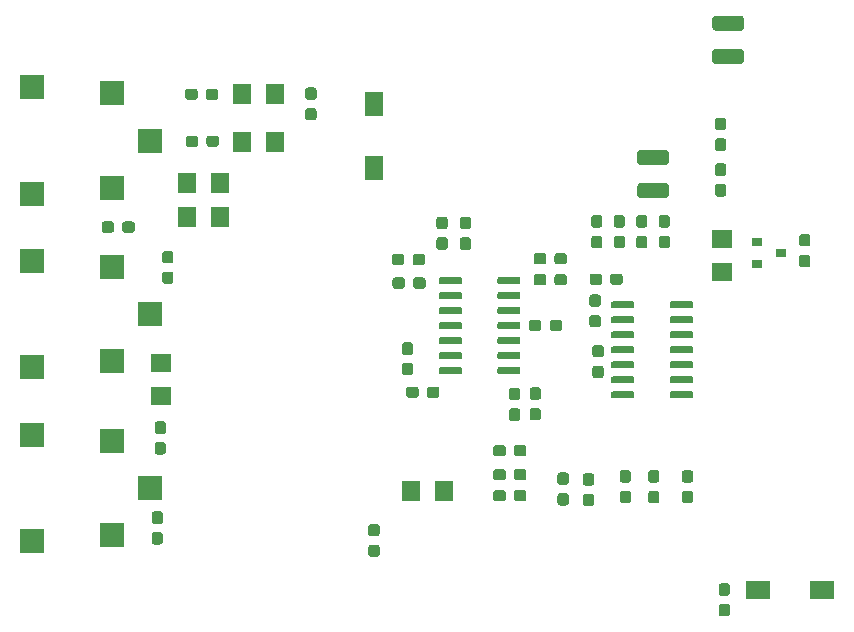
<source format=gbr>
G04 #@! TF.GenerationSoftware,KiCad,Pcbnew,(5.1.2-1)-1*
G04 #@! TF.CreationDate,2019-05-23T14:32:33+02:00*
G04 #@! TF.ProjectId,wearable_cape,77656172-6162-46c6-955f-636170652e6b,v02*
G04 #@! TF.SameCoordinates,Original*
G04 #@! TF.FileFunction,Paste,Top*
G04 #@! TF.FilePolarity,Positive*
%FSLAX46Y46*%
G04 Gerber Fmt 4.6, Leading zero omitted, Abs format (unit mm)*
G04 Created by KiCad (PCBNEW (5.1.2-1)-1) date 2019-05-23 14:32:33*
%MOMM*%
%LPD*%
G04 APERTURE LIST*
%ADD10C,0.100000*%
%ADD11C,0.950000*%
%ADD12R,2.000000X2.000000*%
%ADD13R,1.803400X1.600200*%
%ADD14R,1.600200X1.803400*%
%ADD15C,1.250000*%
%ADD16R,1.600000X2.000000*%
%ADD17R,2.000000X1.600000*%
%ADD18C,0.600000*%
%ADD19R,0.900000X0.800000*%
G04 APERTURE END LIST*
D10*
G36*
X82620279Y-60168144D02*
G01*
X82643334Y-60171563D01*
X82665943Y-60177227D01*
X82687887Y-60185079D01*
X82708957Y-60195044D01*
X82728948Y-60207026D01*
X82747668Y-60220910D01*
X82764938Y-60236562D01*
X82780590Y-60253832D01*
X82794474Y-60272552D01*
X82806456Y-60292543D01*
X82816421Y-60313613D01*
X82824273Y-60335557D01*
X82829937Y-60358166D01*
X82833356Y-60381221D01*
X82834500Y-60404500D01*
X82834500Y-60979500D01*
X82833356Y-61002779D01*
X82829937Y-61025834D01*
X82824273Y-61048443D01*
X82816421Y-61070387D01*
X82806456Y-61091457D01*
X82794474Y-61111448D01*
X82780590Y-61130168D01*
X82764938Y-61147438D01*
X82747668Y-61163090D01*
X82728948Y-61176974D01*
X82708957Y-61188956D01*
X82687887Y-61198921D01*
X82665943Y-61206773D01*
X82643334Y-61212437D01*
X82620279Y-61215856D01*
X82597000Y-61217000D01*
X82122000Y-61217000D01*
X82098721Y-61215856D01*
X82075666Y-61212437D01*
X82053057Y-61206773D01*
X82031113Y-61198921D01*
X82010043Y-61188956D01*
X81990052Y-61176974D01*
X81971332Y-61163090D01*
X81954062Y-61147438D01*
X81938410Y-61130168D01*
X81924526Y-61111448D01*
X81912544Y-61091457D01*
X81902579Y-61070387D01*
X81894727Y-61048443D01*
X81889063Y-61025834D01*
X81885644Y-61002779D01*
X81884500Y-60979500D01*
X81884500Y-60404500D01*
X81885644Y-60381221D01*
X81889063Y-60358166D01*
X81894727Y-60335557D01*
X81902579Y-60313613D01*
X81912544Y-60292543D01*
X81924526Y-60272552D01*
X81938410Y-60253832D01*
X81954062Y-60236562D01*
X81971332Y-60220910D01*
X81990052Y-60207026D01*
X82010043Y-60195044D01*
X82031113Y-60185079D01*
X82053057Y-60177227D01*
X82075666Y-60171563D01*
X82098721Y-60168144D01*
X82122000Y-60167000D01*
X82597000Y-60167000D01*
X82620279Y-60168144D01*
X82620279Y-60168144D01*
G37*
D11*
X82359500Y-60692000D03*
D10*
G36*
X82620279Y-58418144D02*
G01*
X82643334Y-58421563D01*
X82665943Y-58427227D01*
X82687887Y-58435079D01*
X82708957Y-58445044D01*
X82728948Y-58457026D01*
X82747668Y-58470910D01*
X82764938Y-58486562D01*
X82780590Y-58503832D01*
X82794474Y-58522552D01*
X82806456Y-58542543D01*
X82816421Y-58563613D01*
X82824273Y-58585557D01*
X82829937Y-58608166D01*
X82833356Y-58631221D01*
X82834500Y-58654500D01*
X82834500Y-59229500D01*
X82833356Y-59252779D01*
X82829937Y-59275834D01*
X82824273Y-59298443D01*
X82816421Y-59320387D01*
X82806456Y-59341457D01*
X82794474Y-59361448D01*
X82780590Y-59380168D01*
X82764938Y-59397438D01*
X82747668Y-59413090D01*
X82728948Y-59426974D01*
X82708957Y-59438956D01*
X82687887Y-59448921D01*
X82665943Y-59456773D01*
X82643334Y-59462437D01*
X82620279Y-59465856D01*
X82597000Y-59467000D01*
X82122000Y-59467000D01*
X82098721Y-59465856D01*
X82075666Y-59462437D01*
X82053057Y-59456773D01*
X82031113Y-59448921D01*
X82010043Y-59438956D01*
X81990052Y-59426974D01*
X81971332Y-59413090D01*
X81954062Y-59397438D01*
X81938410Y-59380168D01*
X81924526Y-59361448D01*
X81912544Y-59341457D01*
X81902579Y-59320387D01*
X81894727Y-59298443D01*
X81889063Y-59275834D01*
X81885644Y-59252779D01*
X81884500Y-59229500D01*
X81884500Y-58654500D01*
X81885644Y-58631221D01*
X81889063Y-58608166D01*
X81894727Y-58585557D01*
X81902579Y-58563613D01*
X81912544Y-58542543D01*
X81924526Y-58522552D01*
X81938410Y-58503832D01*
X81954062Y-58486562D01*
X81971332Y-58470910D01*
X81990052Y-58457026D01*
X82010043Y-58445044D01*
X82031113Y-58435079D01*
X82053057Y-58427227D01*
X82075666Y-58421563D01*
X82098721Y-58418144D01*
X82122000Y-58417000D01*
X82597000Y-58417000D01*
X82620279Y-58418144D01*
X82620279Y-58418144D01*
G37*
D11*
X82359500Y-58942000D03*
D12*
X35250000Y-25750000D03*
X35250000Y-34750000D03*
X42000000Y-26250000D03*
X45200000Y-30250000D03*
X42000000Y-34250000D03*
X35250000Y-40450000D03*
X35250000Y-49450000D03*
X42000000Y-40950000D03*
X45200000Y-44950000D03*
X42000000Y-48950000D03*
X35250000Y-55150000D03*
X35250000Y-64150000D03*
X42000000Y-55650000D03*
X45200000Y-59650000D03*
X42000000Y-63650000D03*
D10*
G36*
X85223779Y-36574144D02*
G01*
X85246834Y-36577563D01*
X85269443Y-36583227D01*
X85291387Y-36591079D01*
X85312457Y-36601044D01*
X85332448Y-36613026D01*
X85351168Y-36626910D01*
X85368438Y-36642562D01*
X85384090Y-36659832D01*
X85397974Y-36678552D01*
X85409956Y-36698543D01*
X85419921Y-36719613D01*
X85427773Y-36741557D01*
X85433437Y-36764166D01*
X85436856Y-36787221D01*
X85438000Y-36810500D01*
X85438000Y-37385500D01*
X85436856Y-37408779D01*
X85433437Y-37431834D01*
X85427773Y-37454443D01*
X85419921Y-37476387D01*
X85409956Y-37497457D01*
X85397974Y-37517448D01*
X85384090Y-37536168D01*
X85368438Y-37553438D01*
X85351168Y-37569090D01*
X85332448Y-37582974D01*
X85312457Y-37594956D01*
X85291387Y-37604921D01*
X85269443Y-37612773D01*
X85246834Y-37618437D01*
X85223779Y-37621856D01*
X85200500Y-37623000D01*
X84725500Y-37623000D01*
X84702221Y-37621856D01*
X84679166Y-37618437D01*
X84656557Y-37612773D01*
X84634613Y-37604921D01*
X84613543Y-37594956D01*
X84593552Y-37582974D01*
X84574832Y-37569090D01*
X84557562Y-37553438D01*
X84541910Y-37536168D01*
X84528026Y-37517448D01*
X84516044Y-37497457D01*
X84506079Y-37476387D01*
X84498227Y-37454443D01*
X84492563Y-37431834D01*
X84489144Y-37408779D01*
X84488000Y-37385500D01*
X84488000Y-36810500D01*
X84489144Y-36787221D01*
X84492563Y-36764166D01*
X84498227Y-36741557D01*
X84506079Y-36719613D01*
X84516044Y-36698543D01*
X84528026Y-36678552D01*
X84541910Y-36659832D01*
X84557562Y-36642562D01*
X84574832Y-36626910D01*
X84593552Y-36613026D01*
X84613543Y-36601044D01*
X84634613Y-36591079D01*
X84656557Y-36583227D01*
X84679166Y-36577563D01*
X84702221Y-36574144D01*
X84725500Y-36573000D01*
X85200500Y-36573000D01*
X85223779Y-36574144D01*
X85223779Y-36574144D01*
G37*
D11*
X84963000Y-37098000D03*
D10*
G36*
X85223779Y-38324144D02*
G01*
X85246834Y-38327563D01*
X85269443Y-38333227D01*
X85291387Y-38341079D01*
X85312457Y-38351044D01*
X85332448Y-38363026D01*
X85351168Y-38376910D01*
X85368438Y-38392562D01*
X85384090Y-38409832D01*
X85397974Y-38428552D01*
X85409956Y-38448543D01*
X85419921Y-38469613D01*
X85427773Y-38491557D01*
X85433437Y-38514166D01*
X85436856Y-38537221D01*
X85438000Y-38560500D01*
X85438000Y-39135500D01*
X85436856Y-39158779D01*
X85433437Y-39181834D01*
X85427773Y-39204443D01*
X85419921Y-39226387D01*
X85409956Y-39247457D01*
X85397974Y-39267448D01*
X85384090Y-39286168D01*
X85368438Y-39303438D01*
X85351168Y-39319090D01*
X85332448Y-39332974D01*
X85312457Y-39344956D01*
X85291387Y-39354921D01*
X85269443Y-39362773D01*
X85246834Y-39368437D01*
X85223779Y-39371856D01*
X85200500Y-39373000D01*
X84725500Y-39373000D01*
X84702221Y-39371856D01*
X84679166Y-39368437D01*
X84656557Y-39362773D01*
X84634613Y-39354921D01*
X84613543Y-39344956D01*
X84593552Y-39332974D01*
X84574832Y-39319090D01*
X84557562Y-39303438D01*
X84541910Y-39286168D01*
X84528026Y-39267448D01*
X84516044Y-39247457D01*
X84506079Y-39226387D01*
X84498227Y-39204443D01*
X84492563Y-39181834D01*
X84489144Y-39158779D01*
X84488000Y-39135500D01*
X84488000Y-38560500D01*
X84489144Y-38537221D01*
X84492563Y-38514166D01*
X84498227Y-38491557D01*
X84506079Y-38469613D01*
X84516044Y-38448543D01*
X84528026Y-38428552D01*
X84541910Y-38409832D01*
X84557562Y-38392562D01*
X84574832Y-38376910D01*
X84593552Y-38363026D01*
X84613543Y-38351044D01*
X84634613Y-38341079D01*
X84656557Y-38333227D01*
X84679166Y-38327563D01*
X84702221Y-38324144D01*
X84725500Y-38323000D01*
X85200500Y-38323000D01*
X85223779Y-38324144D01*
X85223779Y-38324144D01*
G37*
D11*
X84963000Y-38848000D03*
D10*
G36*
X83318779Y-36574144D02*
G01*
X83341834Y-36577563D01*
X83364443Y-36583227D01*
X83386387Y-36591079D01*
X83407457Y-36601044D01*
X83427448Y-36613026D01*
X83446168Y-36626910D01*
X83463438Y-36642562D01*
X83479090Y-36659832D01*
X83492974Y-36678552D01*
X83504956Y-36698543D01*
X83514921Y-36719613D01*
X83522773Y-36741557D01*
X83528437Y-36764166D01*
X83531856Y-36787221D01*
X83533000Y-36810500D01*
X83533000Y-37385500D01*
X83531856Y-37408779D01*
X83528437Y-37431834D01*
X83522773Y-37454443D01*
X83514921Y-37476387D01*
X83504956Y-37497457D01*
X83492974Y-37517448D01*
X83479090Y-37536168D01*
X83463438Y-37553438D01*
X83446168Y-37569090D01*
X83427448Y-37582974D01*
X83407457Y-37594956D01*
X83386387Y-37604921D01*
X83364443Y-37612773D01*
X83341834Y-37618437D01*
X83318779Y-37621856D01*
X83295500Y-37623000D01*
X82820500Y-37623000D01*
X82797221Y-37621856D01*
X82774166Y-37618437D01*
X82751557Y-37612773D01*
X82729613Y-37604921D01*
X82708543Y-37594956D01*
X82688552Y-37582974D01*
X82669832Y-37569090D01*
X82652562Y-37553438D01*
X82636910Y-37536168D01*
X82623026Y-37517448D01*
X82611044Y-37497457D01*
X82601079Y-37476387D01*
X82593227Y-37454443D01*
X82587563Y-37431834D01*
X82584144Y-37408779D01*
X82583000Y-37385500D01*
X82583000Y-36810500D01*
X82584144Y-36787221D01*
X82587563Y-36764166D01*
X82593227Y-36741557D01*
X82601079Y-36719613D01*
X82611044Y-36698543D01*
X82623026Y-36678552D01*
X82636910Y-36659832D01*
X82652562Y-36642562D01*
X82669832Y-36626910D01*
X82688552Y-36613026D01*
X82708543Y-36601044D01*
X82729613Y-36591079D01*
X82751557Y-36583227D01*
X82774166Y-36577563D01*
X82797221Y-36574144D01*
X82820500Y-36573000D01*
X83295500Y-36573000D01*
X83318779Y-36574144D01*
X83318779Y-36574144D01*
G37*
D11*
X83058000Y-37098000D03*
D10*
G36*
X83318779Y-38324144D02*
G01*
X83341834Y-38327563D01*
X83364443Y-38333227D01*
X83386387Y-38341079D01*
X83407457Y-38351044D01*
X83427448Y-38363026D01*
X83446168Y-38376910D01*
X83463438Y-38392562D01*
X83479090Y-38409832D01*
X83492974Y-38428552D01*
X83504956Y-38448543D01*
X83514921Y-38469613D01*
X83522773Y-38491557D01*
X83528437Y-38514166D01*
X83531856Y-38537221D01*
X83533000Y-38560500D01*
X83533000Y-39135500D01*
X83531856Y-39158779D01*
X83528437Y-39181834D01*
X83522773Y-39204443D01*
X83514921Y-39226387D01*
X83504956Y-39247457D01*
X83492974Y-39267448D01*
X83479090Y-39286168D01*
X83463438Y-39303438D01*
X83446168Y-39319090D01*
X83427448Y-39332974D01*
X83407457Y-39344956D01*
X83386387Y-39354921D01*
X83364443Y-39362773D01*
X83341834Y-39368437D01*
X83318779Y-39371856D01*
X83295500Y-39373000D01*
X82820500Y-39373000D01*
X82797221Y-39371856D01*
X82774166Y-39368437D01*
X82751557Y-39362773D01*
X82729613Y-39354921D01*
X82708543Y-39344956D01*
X82688552Y-39332974D01*
X82669832Y-39319090D01*
X82652562Y-39303438D01*
X82636910Y-39286168D01*
X82623026Y-39267448D01*
X82611044Y-39247457D01*
X82601079Y-39226387D01*
X82593227Y-39204443D01*
X82587563Y-39181834D01*
X82584144Y-39158779D01*
X82583000Y-39135500D01*
X82583000Y-38560500D01*
X82584144Y-38537221D01*
X82587563Y-38514166D01*
X82593227Y-38491557D01*
X82601079Y-38469613D01*
X82611044Y-38448543D01*
X82623026Y-38428552D01*
X82636910Y-38409832D01*
X82652562Y-38392562D01*
X82669832Y-38376910D01*
X82688552Y-38363026D01*
X82708543Y-38351044D01*
X82729613Y-38341079D01*
X82751557Y-38333227D01*
X82774166Y-38327563D01*
X82797221Y-38324144D01*
X82820500Y-38323000D01*
X83295500Y-38323000D01*
X83318779Y-38324144D01*
X83318779Y-38324144D01*
G37*
D11*
X83058000Y-38848000D03*
D10*
G36*
X76359179Y-52929144D02*
G01*
X76382234Y-52932563D01*
X76404843Y-52938227D01*
X76426787Y-52946079D01*
X76447857Y-52956044D01*
X76467848Y-52968026D01*
X76486568Y-52981910D01*
X76503838Y-52997562D01*
X76519490Y-53014832D01*
X76533374Y-53033552D01*
X76545356Y-53053543D01*
X76555321Y-53074613D01*
X76563173Y-53096557D01*
X76568837Y-53119166D01*
X76572256Y-53142221D01*
X76573400Y-53165500D01*
X76573400Y-53740500D01*
X76572256Y-53763779D01*
X76568837Y-53786834D01*
X76563173Y-53809443D01*
X76555321Y-53831387D01*
X76545356Y-53852457D01*
X76533374Y-53872448D01*
X76519490Y-53891168D01*
X76503838Y-53908438D01*
X76486568Y-53924090D01*
X76467848Y-53937974D01*
X76447857Y-53949956D01*
X76426787Y-53959921D01*
X76404843Y-53967773D01*
X76382234Y-53973437D01*
X76359179Y-53976856D01*
X76335900Y-53978000D01*
X75860900Y-53978000D01*
X75837621Y-53976856D01*
X75814566Y-53973437D01*
X75791957Y-53967773D01*
X75770013Y-53959921D01*
X75748943Y-53949956D01*
X75728952Y-53937974D01*
X75710232Y-53924090D01*
X75692962Y-53908438D01*
X75677310Y-53891168D01*
X75663426Y-53872448D01*
X75651444Y-53852457D01*
X75641479Y-53831387D01*
X75633627Y-53809443D01*
X75627963Y-53786834D01*
X75624544Y-53763779D01*
X75623400Y-53740500D01*
X75623400Y-53165500D01*
X75624544Y-53142221D01*
X75627963Y-53119166D01*
X75633627Y-53096557D01*
X75641479Y-53074613D01*
X75651444Y-53053543D01*
X75663426Y-53033552D01*
X75677310Y-53014832D01*
X75692962Y-52997562D01*
X75710232Y-52981910D01*
X75728952Y-52968026D01*
X75748943Y-52956044D01*
X75770013Y-52946079D01*
X75791957Y-52938227D01*
X75814566Y-52932563D01*
X75837621Y-52929144D01*
X75860900Y-52928000D01*
X76335900Y-52928000D01*
X76359179Y-52929144D01*
X76359179Y-52929144D01*
G37*
D11*
X76098400Y-53453000D03*
D10*
G36*
X76359179Y-51179144D02*
G01*
X76382234Y-51182563D01*
X76404843Y-51188227D01*
X76426787Y-51196079D01*
X76447857Y-51206044D01*
X76467848Y-51218026D01*
X76486568Y-51231910D01*
X76503838Y-51247562D01*
X76519490Y-51264832D01*
X76533374Y-51283552D01*
X76545356Y-51303543D01*
X76555321Y-51324613D01*
X76563173Y-51346557D01*
X76568837Y-51369166D01*
X76572256Y-51392221D01*
X76573400Y-51415500D01*
X76573400Y-51990500D01*
X76572256Y-52013779D01*
X76568837Y-52036834D01*
X76563173Y-52059443D01*
X76555321Y-52081387D01*
X76545356Y-52102457D01*
X76533374Y-52122448D01*
X76519490Y-52141168D01*
X76503838Y-52158438D01*
X76486568Y-52174090D01*
X76467848Y-52187974D01*
X76447857Y-52199956D01*
X76426787Y-52209921D01*
X76404843Y-52217773D01*
X76382234Y-52223437D01*
X76359179Y-52226856D01*
X76335900Y-52228000D01*
X75860900Y-52228000D01*
X75837621Y-52226856D01*
X75814566Y-52223437D01*
X75791957Y-52217773D01*
X75770013Y-52209921D01*
X75748943Y-52199956D01*
X75728952Y-52187974D01*
X75710232Y-52174090D01*
X75692962Y-52158438D01*
X75677310Y-52141168D01*
X75663426Y-52122448D01*
X75651444Y-52102457D01*
X75641479Y-52081387D01*
X75633627Y-52059443D01*
X75627963Y-52036834D01*
X75624544Y-52013779D01*
X75623400Y-51990500D01*
X75623400Y-51415500D01*
X75624544Y-51392221D01*
X75627963Y-51369166D01*
X75633627Y-51346557D01*
X75641479Y-51324613D01*
X75651444Y-51303543D01*
X75663426Y-51283552D01*
X75677310Y-51264832D01*
X75692962Y-51247562D01*
X75710232Y-51231910D01*
X75728952Y-51218026D01*
X75748943Y-51206044D01*
X75770013Y-51196079D01*
X75791957Y-51188227D01*
X75814566Y-51182563D01*
X75837621Y-51179144D01*
X75860900Y-51178000D01*
X76335900Y-51178000D01*
X76359179Y-51179144D01*
X76359179Y-51179144D01*
G37*
D11*
X76098400Y-51703000D03*
D10*
G36*
X80306779Y-39785144D02*
G01*
X80329834Y-39788563D01*
X80352443Y-39794227D01*
X80374387Y-39802079D01*
X80395457Y-39812044D01*
X80415448Y-39824026D01*
X80434168Y-39837910D01*
X80451438Y-39853562D01*
X80467090Y-39870832D01*
X80480974Y-39889552D01*
X80492956Y-39909543D01*
X80502921Y-39930613D01*
X80510773Y-39952557D01*
X80516437Y-39975166D01*
X80519856Y-39998221D01*
X80521000Y-40021500D01*
X80521000Y-40496500D01*
X80519856Y-40519779D01*
X80516437Y-40542834D01*
X80510773Y-40565443D01*
X80502921Y-40587387D01*
X80492956Y-40608457D01*
X80480974Y-40628448D01*
X80467090Y-40647168D01*
X80451438Y-40664438D01*
X80434168Y-40680090D01*
X80415448Y-40693974D01*
X80395457Y-40705956D01*
X80374387Y-40715921D01*
X80352443Y-40723773D01*
X80329834Y-40729437D01*
X80306779Y-40732856D01*
X80283500Y-40734000D01*
X79708500Y-40734000D01*
X79685221Y-40732856D01*
X79662166Y-40729437D01*
X79639557Y-40723773D01*
X79617613Y-40715921D01*
X79596543Y-40705956D01*
X79576552Y-40693974D01*
X79557832Y-40680090D01*
X79540562Y-40664438D01*
X79524910Y-40647168D01*
X79511026Y-40628448D01*
X79499044Y-40608457D01*
X79489079Y-40587387D01*
X79481227Y-40565443D01*
X79475563Y-40542834D01*
X79472144Y-40519779D01*
X79471000Y-40496500D01*
X79471000Y-40021500D01*
X79472144Y-39998221D01*
X79475563Y-39975166D01*
X79481227Y-39952557D01*
X79489079Y-39930613D01*
X79499044Y-39909543D01*
X79511026Y-39889552D01*
X79524910Y-39870832D01*
X79540562Y-39853562D01*
X79557832Y-39837910D01*
X79576552Y-39824026D01*
X79596543Y-39812044D01*
X79617613Y-39802079D01*
X79639557Y-39794227D01*
X79662166Y-39788563D01*
X79685221Y-39785144D01*
X79708500Y-39784000D01*
X80283500Y-39784000D01*
X80306779Y-39785144D01*
X80306779Y-39785144D01*
G37*
D11*
X79996000Y-40259000D03*
D10*
G36*
X78556779Y-39785144D02*
G01*
X78579834Y-39788563D01*
X78602443Y-39794227D01*
X78624387Y-39802079D01*
X78645457Y-39812044D01*
X78665448Y-39824026D01*
X78684168Y-39837910D01*
X78701438Y-39853562D01*
X78717090Y-39870832D01*
X78730974Y-39889552D01*
X78742956Y-39909543D01*
X78752921Y-39930613D01*
X78760773Y-39952557D01*
X78766437Y-39975166D01*
X78769856Y-39998221D01*
X78771000Y-40021500D01*
X78771000Y-40496500D01*
X78769856Y-40519779D01*
X78766437Y-40542834D01*
X78760773Y-40565443D01*
X78752921Y-40587387D01*
X78742956Y-40608457D01*
X78730974Y-40628448D01*
X78717090Y-40647168D01*
X78701438Y-40664438D01*
X78684168Y-40680090D01*
X78665448Y-40693974D01*
X78645457Y-40705956D01*
X78624387Y-40715921D01*
X78602443Y-40723773D01*
X78579834Y-40729437D01*
X78556779Y-40732856D01*
X78533500Y-40734000D01*
X77958500Y-40734000D01*
X77935221Y-40732856D01*
X77912166Y-40729437D01*
X77889557Y-40723773D01*
X77867613Y-40715921D01*
X77846543Y-40705956D01*
X77826552Y-40693974D01*
X77807832Y-40680090D01*
X77790562Y-40664438D01*
X77774910Y-40647168D01*
X77761026Y-40628448D01*
X77749044Y-40608457D01*
X77739079Y-40587387D01*
X77731227Y-40565443D01*
X77725563Y-40542834D01*
X77722144Y-40519779D01*
X77721000Y-40496500D01*
X77721000Y-40021500D01*
X77722144Y-39998221D01*
X77725563Y-39975166D01*
X77731227Y-39952557D01*
X77739079Y-39930613D01*
X77749044Y-39909543D01*
X77761026Y-39889552D01*
X77774910Y-39870832D01*
X77790562Y-39853562D01*
X77807832Y-39837910D01*
X77826552Y-39824026D01*
X77846543Y-39812044D01*
X77867613Y-39802079D01*
X77889557Y-39794227D01*
X77912166Y-39788563D01*
X77935221Y-39785144D01*
X77958500Y-39784000D01*
X78533500Y-39784000D01*
X78556779Y-39785144D01*
X78556779Y-39785144D01*
G37*
D11*
X78246000Y-40259000D03*
D10*
G36*
X79900379Y-45423944D02*
G01*
X79923434Y-45427363D01*
X79946043Y-45433027D01*
X79967987Y-45440879D01*
X79989057Y-45450844D01*
X80009048Y-45462826D01*
X80027768Y-45476710D01*
X80045038Y-45492362D01*
X80060690Y-45509632D01*
X80074574Y-45528352D01*
X80086556Y-45548343D01*
X80096521Y-45569413D01*
X80104373Y-45591357D01*
X80110037Y-45613966D01*
X80113456Y-45637021D01*
X80114600Y-45660300D01*
X80114600Y-46135300D01*
X80113456Y-46158579D01*
X80110037Y-46181634D01*
X80104373Y-46204243D01*
X80096521Y-46226187D01*
X80086556Y-46247257D01*
X80074574Y-46267248D01*
X80060690Y-46285968D01*
X80045038Y-46303238D01*
X80027768Y-46318890D01*
X80009048Y-46332774D01*
X79989057Y-46344756D01*
X79967987Y-46354721D01*
X79946043Y-46362573D01*
X79923434Y-46368237D01*
X79900379Y-46371656D01*
X79877100Y-46372800D01*
X79302100Y-46372800D01*
X79278821Y-46371656D01*
X79255766Y-46368237D01*
X79233157Y-46362573D01*
X79211213Y-46354721D01*
X79190143Y-46344756D01*
X79170152Y-46332774D01*
X79151432Y-46318890D01*
X79134162Y-46303238D01*
X79118510Y-46285968D01*
X79104626Y-46267248D01*
X79092644Y-46247257D01*
X79082679Y-46226187D01*
X79074827Y-46204243D01*
X79069163Y-46181634D01*
X79065744Y-46158579D01*
X79064600Y-46135300D01*
X79064600Y-45660300D01*
X79065744Y-45637021D01*
X79069163Y-45613966D01*
X79074827Y-45591357D01*
X79082679Y-45569413D01*
X79092644Y-45548343D01*
X79104626Y-45528352D01*
X79118510Y-45509632D01*
X79134162Y-45492362D01*
X79151432Y-45476710D01*
X79170152Y-45462826D01*
X79190143Y-45450844D01*
X79211213Y-45440879D01*
X79233157Y-45433027D01*
X79255766Y-45427363D01*
X79278821Y-45423944D01*
X79302100Y-45422800D01*
X79877100Y-45422800D01*
X79900379Y-45423944D01*
X79900379Y-45423944D01*
G37*
D11*
X79589600Y-45897800D03*
D10*
G36*
X78150379Y-45423944D02*
G01*
X78173434Y-45427363D01*
X78196043Y-45433027D01*
X78217987Y-45440879D01*
X78239057Y-45450844D01*
X78259048Y-45462826D01*
X78277768Y-45476710D01*
X78295038Y-45492362D01*
X78310690Y-45509632D01*
X78324574Y-45528352D01*
X78336556Y-45548343D01*
X78346521Y-45569413D01*
X78354373Y-45591357D01*
X78360037Y-45613966D01*
X78363456Y-45637021D01*
X78364600Y-45660300D01*
X78364600Y-46135300D01*
X78363456Y-46158579D01*
X78360037Y-46181634D01*
X78354373Y-46204243D01*
X78346521Y-46226187D01*
X78336556Y-46247257D01*
X78324574Y-46267248D01*
X78310690Y-46285968D01*
X78295038Y-46303238D01*
X78277768Y-46318890D01*
X78259048Y-46332774D01*
X78239057Y-46344756D01*
X78217987Y-46354721D01*
X78196043Y-46362573D01*
X78173434Y-46368237D01*
X78150379Y-46371656D01*
X78127100Y-46372800D01*
X77552100Y-46372800D01*
X77528821Y-46371656D01*
X77505766Y-46368237D01*
X77483157Y-46362573D01*
X77461213Y-46354721D01*
X77440143Y-46344756D01*
X77420152Y-46332774D01*
X77401432Y-46318890D01*
X77384162Y-46303238D01*
X77368510Y-46285968D01*
X77354626Y-46267248D01*
X77342644Y-46247257D01*
X77332679Y-46226187D01*
X77324827Y-46204243D01*
X77319163Y-46181634D01*
X77315744Y-46158579D01*
X77314600Y-46135300D01*
X77314600Y-45660300D01*
X77315744Y-45637021D01*
X77319163Y-45613966D01*
X77324827Y-45591357D01*
X77332679Y-45569413D01*
X77342644Y-45548343D01*
X77354626Y-45528352D01*
X77368510Y-45509632D01*
X77384162Y-45492362D01*
X77401432Y-45476710D01*
X77420152Y-45462826D01*
X77440143Y-45450844D01*
X77461213Y-45440879D01*
X77483157Y-45433027D01*
X77505766Y-45427363D01*
X77528821Y-45423944D01*
X77552100Y-45422800D01*
X78127100Y-45422800D01*
X78150379Y-45423944D01*
X78150379Y-45423944D01*
G37*
D11*
X77839600Y-45897800D03*
D13*
X46189900Y-51904900D03*
X46189900Y-49110900D03*
D14*
X53009800Y-30340300D03*
X55803800Y-30340300D03*
D10*
G36*
X70212379Y-36701144D02*
G01*
X70235434Y-36704563D01*
X70258043Y-36710227D01*
X70279987Y-36718079D01*
X70301057Y-36728044D01*
X70321048Y-36740026D01*
X70339768Y-36753910D01*
X70357038Y-36769562D01*
X70372690Y-36786832D01*
X70386574Y-36805552D01*
X70398556Y-36825543D01*
X70408521Y-36846613D01*
X70416373Y-36868557D01*
X70422037Y-36891166D01*
X70425456Y-36914221D01*
X70426600Y-36937500D01*
X70426600Y-37512500D01*
X70425456Y-37535779D01*
X70422037Y-37558834D01*
X70416373Y-37581443D01*
X70408521Y-37603387D01*
X70398556Y-37624457D01*
X70386574Y-37644448D01*
X70372690Y-37663168D01*
X70357038Y-37680438D01*
X70339768Y-37696090D01*
X70321048Y-37709974D01*
X70301057Y-37721956D01*
X70279987Y-37731921D01*
X70258043Y-37739773D01*
X70235434Y-37745437D01*
X70212379Y-37748856D01*
X70189100Y-37750000D01*
X69714100Y-37750000D01*
X69690821Y-37748856D01*
X69667766Y-37745437D01*
X69645157Y-37739773D01*
X69623213Y-37731921D01*
X69602143Y-37721956D01*
X69582152Y-37709974D01*
X69563432Y-37696090D01*
X69546162Y-37680438D01*
X69530510Y-37663168D01*
X69516626Y-37644448D01*
X69504644Y-37624457D01*
X69494679Y-37603387D01*
X69486827Y-37581443D01*
X69481163Y-37558834D01*
X69477744Y-37535779D01*
X69476600Y-37512500D01*
X69476600Y-36937500D01*
X69477744Y-36914221D01*
X69481163Y-36891166D01*
X69486827Y-36868557D01*
X69494679Y-36846613D01*
X69504644Y-36825543D01*
X69516626Y-36805552D01*
X69530510Y-36786832D01*
X69546162Y-36769562D01*
X69563432Y-36753910D01*
X69582152Y-36740026D01*
X69602143Y-36728044D01*
X69623213Y-36718079D01*
X69645157Y-36710227D01*
X69667766Y-36704563D01*
X69690821Y-36701144D01*
X69714100Y-36700000D01*
X70189100Y-36700000D01*
X70212379Y-36701144D01*
X70212379Y-36701144D01*
G37*
D11*
X69951600Y-37225000D03*
D10*
G36*
X70212379Y-38451144D02*
G01*
X70235434Y-38454563D01*
X70258043Y-38460227D01*
X70279987Y-38468079D01*
X70301057Y-38478044D01*
X70321048Y-38490026D01*
X70339768Y-38503910D01*
X70357038Y-38519562D01*
X70372690Y-38536832D01*
X70386574Y-38555552D01*
X70398556Y-38575543D01*
X70408521Y-38596613D01*
X70416373Y-38618557D01*
X70422037Y-38641166D01*
X70425456Y-38664221D01*
X70426600Y-38687500D01*
X70426600Y-39262500D01*
X70425456Y-39285779D01*
X70422037Y-39308834D01*
X70416373Y-39331443D01*
X70408521Y-39353387D01*
X70398556Y-39374457D01*
X70386574Y-39394448D01*
X70372690Y-39413168D01*
X70357038Y-39430438D01*
X70339768Y-39446090D01*
X70321048Y-39459974D01*
X70301057Y-39471956D01*
X70279987Y-39481921D01*
X70258043Y-39489773D01*
X70235434Y-39495437D01*
X70212379Y-39498856D01*
X70189100Y-39500000D01*
X69714100Y-39500000D01*
X69690821Y-39498856D01*
X69667766Y-39495437D01*
X69645157Y-39489773D01*
X69623213Y-39481921D01*
X69602143Y-39471956D01*
X69582152Y-39459974D01*
X69563432Y-39446090D01*
X69546162Y-39430438D01*
X69530510Y-39413168D01*
X69516626Y-39394448D01*
X69504644Y-39374457D01*
X69494679Y-39353387D01*
X69486827Y-39331443D01*
X69481163Y-39308834D01*
X69477744Y-39285779D01*
X69476600Y-39262500D01*
X69476600Y-38687500D01*
X69477744Y-38664221D01*
X69481163Y-38641166D01*
X69486827Y-38618557D01*
X69494679Y-38596613D01*
X69504644Y-38575543D01*
X69516626Y-38555552D01*
X69530510Y-38536832D01*
X69546162Y-38519562D01*
X69563432Y-38503910D01*
X69582152Y-38490026D01*
X69602143Y-38478044D01*
X69623213Y-38468079D01*
X69645157Y-38460227D01*
X69667766Y-38454563D01*
X69690821Y-38451144D01*
X69714100Y-38450000D01*
X70189100Y-38450000D01*
X70212379Y-38451144D01*
X70212379Y-38451144D01*
G37*
D11*
X69951600Y-38975000D03*
D10*
G36*
X72193579Y-36701144D02*
G01*
X72216634Y-36704563D01*
X72239243Y-36710227D01*
X72261187Y-36718079D01*
X72282257Y-36728044D01*
X72302248Y-36740026D01*
X72320968Y-36753910D01*
X72338238Y-36769562D01*
X72353890Y-36786832D01*
X72367774Y-36805552D01*
X72379756Y-36825543D01*
X72389721Y-36846613D01*
X72397573Y-36868557D01*
X72403237Y-36891166D01*
X72406656Y-36914221D01*
X72407800Y-36937500D01*
X72407800Y-37512500D01*
X72406656Y-37535779D01*
X72403237Y-37558834D01*
X72397573Y-37581443D01*
X72389721Y-37603387D01*
X72379756Y-37624457D01*
X72367774Y-37644448D01*
X72353890Y-37663168D01*
X72338238Y-37680438D01*
X72320968Y-37696090D01*
X72302248Y-37709974D01*
X72282257Y-37721956D01*
X72261187Y-37731921D01*
X72239243Y-37739773D01*
X72216634Y-37745437D01*
X72193579Y-37748856D01*
X72170300Y-37750000D01*
X71695300Y-37750000D01*
X71672021Y-37748856D01*
X71648966Y-37745437D01*
X71626357Y-37739773D01*
X71604413Y-37731921D01*
X71583343Y-37721956D01*
X71563352Y-37709974D01*
X71544632Y-37696090D01*
X71527362Y-37680438D01*
X71511710Y-37663168D01*
X71497826Y-37644448D01*
X71485844Y-37624457D01*
X71475879Y-37603387D01*
X71468027Y-37581443D01*
X71462363Y-37558834D01*
X71458944Y-37535779D01*
X71457800Y-37512500D01*
X71457800Y-36937500D01*
X71458944Y-36914221D01*
X71462363Y-36891166D01*
X71468027Y-36868557D01*
X71475879Y-36846613D01*
X71485844Y-36825543D01*
X71497826Y-36805552D01*
X71511710Y-36786832D01*
X71527362Y-36769562D01*
X71544632Y-36753910D01*
X71563352Y-36740026D01*
X71583343Y-36728044D01*
X71604413Y-36718079D01*
X71626357Y-36710227D01*
X71648966Y-36704563D01*
X71672021Y-36701144D01*
X71695300Y-36700000D01*
X72170300Y-36700000D01*
X72193579Y-36701144D01*
X72193579Y-36701144D01*
G37*
D11*
X71932800Y-37225000D03*
D10*
G36*
X72193579Y-38451144D02*
G01*
X72216634Y-38454563D01*
X72239243Y-38460227D01*
X72261187Y-38468079D01*
X72282257Y-38478044D01*
X72302248Y-38490026D01*
X72320968Y-38503910D01*
X72338238Y-38519562D01*
X72353890Y-38536832D01*
X72367774Y-38555552D01*
X72379756Y-38575543D01*
X72389721Y-38596613D01*
X72397573Y-38618557D01*
X72403237Y-38641166D01*
X72406656Y-38664221D01*
X72407800Y-38687500D01*
X72407800Y-39262500D01*
X72406656Y-39285779D01*
X72403237Y-39308834D01*
X72397573Y-39331443D01*
X72389721Y-39353387D01*
X72379756Y-39374457D01*
X72367774Y-39394448D01*
X72353890Y-39413168D01*
X72338238Y-39430438D01*
X72320968Y-39446090D01*
X72302248Y-39459974D01*
X72282257Y-39471956D01*
X72261187Y-39481921D01*
X72239243Y-39489773D01*
X72216634Y-39495437D01*
X72193579Y-39498856D01*
X72170300Y-39500000D01*
X71695300Y-39500000D01*
X71672021Y-39498856D01*
X71648966Y-39495437D01*
X71626357Y-39489773D01*
X71604413Y-39481921D01*
X71583343Y-39471956D01*
X71563352Y-39459974D01*
X71544632Y-39446090D01*
X71527362Y-39430438D01*
X71511710Y-39413168D01*
X71497826Y-39394448D01*
X71485844Y-39374457D01*
X71475879Y-39353387D01*
X71468027Y-39331443D01*
X71462363Y-39308834D01*
X71458944Y-39285779D01*
X71457800Y-39262500D01*
X71457800Y-38687500D01*
X71458944Y-38664221D01*
X71462363Y-38641166D01*
X71468027Y-38618557D01*
X71475879Y-38596613D01*
X71485844Y-38575543D01*
X71497826Y-38555552D01*
X71511710Y-38536832D01*
X71527362Y-38519562D01*
X71544632Y-38503910D01*
X71563352Y-38490026D01*
X71583343Y-38478044D01*
X71604413Y-38468079D01*
X71626357Y-38460227D01*
X71648966Y-38454563D01*
X71672021Y-38451144D01*
X71695300Y-38450000D01*
X72170300Y-38450000D01*
X72193579Y-38451144D01*
X72193579Y-38451144D01*
G37*
D11*
X71932800Y-38975000D03*
D10*
G36*
X66542579Y-39861344D02*
G01*
X66565634Y-39864763D01*
X66588243Y-39870427D01*
X66610187Y-39878279D01*
X66631257Y-39888244D01*
X66651248Y-39900226D01*
X66669968Y-39914110D01*
X66687238Y-39929762D01*
X66702890Y-39947032D01*
X66716774Y-39965752D01*
X66728756Y-39985743D01*
X66738721Y-40006813D01*
X66746573Y-40028757D01*
X66752237Y-40051366D01*
X66755656Y-40074421D01*
X66756800Y-40097700D01*
X66756800Y-40572700D01*
X66755656Y-40595979D01*
X66752237Y-40619034D01*
X66746573Y-40641643D01*
X66738721Y-40663587D01*
X66728756Y-40684657D01*
X66716774Y-40704648D01*
X66702890Y-40723368D01*
X66687238Y-40740638D01*
X66669968Y-40756290D01*
X66651248Y-40770174D01*
X66631257Y-40782156D01*
X66610187Y-40792121D01*
X66588243Y-40799973D01*
X66565634Y-40805637D01*
X66542579Y-40809056D01*
X66519300Y-40810200D01*
X65944300Y-40810200D01*
X65921021Y-40809056D01*
X65897966Y-40805637D01*
X65875357Y-40799973D01*
X65853413Y-40792121D01*
X65832343Y-40782156D01*
X65812352Y-40770174D01*
X65793632Y-40756290D01*
X65776362Y-40740638D01*
X65760710Y-40723368D01*
X65746826Y-40704648D01*
X65734844Y-40684657D01*
X65724879Y-40663587D01*
X65717027Y-40641643D01*
X65711363Y-40619034D01*
X65707944Y-40595979D01*
X65706800Y-40572700D01*
X65706800Y-40097700D01*
X65707944Y-40074421D01*
X65711363Y-40051366D01*
X65717027Y-40028757D01*
X65724879Y-40006813D01*
X65734844Y-39985743D01*
X65746826Y-39965752D01*
X65760710Y-39947032D01*
X65776362Y-39929762D01*
X65793632Y-39914110D01*
X65812352Y-39900226D01*
X65832343Y-39888244D01*
X65853413Y-39878279D01*
X65875357Y-39870427D01*
X65897966Y-39864763D01*
X65921021Y-39861344D01*
X65944300Y-39860200D01*
X66519300Y-39860200D01*
X66542579Y-39861344D01*
X66542579Y-39861344D01*
G37*
D11*
X66231800Y-40335200D03*
D10*
G36*
X68292579Y-39861344D02*
G01*
X68315634Y-39864763D01*
X68338243Y-39870427D01*
X68360187Y-39878279D01*
X68381257Y-39888244D01*
X68401248Y-39900226D01*
X68419968Y-39914110D01*
X68437238Y-39929762D01*
X68452890Y-39947032D01*
X68466774Y-39965752D01*
X68478756Y-39985743D01*
X68488721Y-40006813D01*
X68496573Y-40028757D01*
X68502237Y-40051366D01*
X68505656Y-40074421D01*
X68506800Y-40097700D01*
X68506800Y-40572700D01*
X68505656Y-40595979D01*
X68502237Y-40619034D01*
X68496573Y-40641643D01*
X68488721Y-40663587D01*
X68478756Y-40684657D01*
X68466774Y-40704648D01*
X68452890Y-40723368D01*
X68437238Y-40740638D01*
X68419968Y-40756290D01*
X68401248Y-40770174D01*
X68381257Y-40782156D01*
X68360187Y-40792121D01*
X68338243Y-40799973D01*
X68315634Y-40805637D01*
X68292579Y-40809056D01*
X68269300Y-40810200D01*
X67694300Y-40810200D01*
X67671021Y-40809056D01*
X67647966Y-40805637D01*
X67625357Y-40799973D01*
X67603413Y-40792121D01*
X67582343Y-40782156D01*
X67562352Y-40770174D01*
X67543632Y-40756290D01*
X67526362Y-40740638D01*
X67510710Y-40723368D01*
X67496826Y-40704648D01*
X67484844Y-40684657D01*
X67474879Y-40663587D01*
X67467027Y-40641643D01*
X67461363Y-40619034D01*
X67457944Y-40595979D01*
X67456800Y-40572700D01*
X67456800Y-40097700D01*
X67457944Y-40074421D01*
X67461363Y-40051366D01*
X67467027Y-40028757D01*
X67474879Y-40006813D01*
X67484844Y-39985743D01*
X67496826Y-39965752D01*
X67510710Y-39947032D01*
X67526362Y-39929762D01*
X67543632Y-39914110D01*
X67562352Y-39900226D01*
X67582343Y-39888244D01*
X67603413Y-39878279D01*
X67625357Y-39870427D01*
X67647966Y-39864763D01*
X67671021Y-39861344D01*
X67694300Y-39860200D01*
X68269300Y-39860200D01*
X68292579Y-39861344D01*
X68292579Y-39861344D01*
G37*
D11*
X67981800Y-40335200D03*
D10*
G36*
X69511779Y-51088144D02*
G01*
X69534834Y-51091563D01*
X69557443Y-51097227D01*
X69579387Y-51105079D01*
X69600457Y-51115044D01*
X69620448Y-51127026D01*
X69639168Y-51140910D01*
X69656438Y-51156562D01*
X69672090Y-51173832D01*
X69685974Y-51192552D01*
X69697956Y-51212543D01*
X69707921Y-51233613D01*
X69715773Y-51255557D01*
X69721437Y-51278166D01*
X69724856Y-51301221D01*
X69726000Y-51324500D01*
X69726000Y-51799500D01*
X69724856Y-51822779D01*
X69721437Y-51845834D01*
X69715773Y-51868443D01*
X69707921Y-51890387D01*
X69697956Y-51911457D01*
X69685974Y-51931448D01*
X69672090Y-51950168D01*
X69656438Y-51967438D01*
X69639168Y-51983090D01*
X69620448Y-51996974D01*
X69600457Y-52008956D01*
X69579387Y-52018921D01*
X69557443Y-52026773D01*
X69534834Y-52032437D01*
X69511779Y-52035856D01*
X69488500Y-52037000D01*
X68913500Y-52037000D01*
X68890221Y-52035856D01*
X68867166Y-52032437D01*
X68844557Y-52026773D01*
X68822613Y-52018921D01*
X68801543Y-52008956D01*
X68781552Y-51996974D01*
X68762832Y-51983090D01*
X68745562Y-51967438D01*
X68729910Y-51950168D01*
X68716026Y-51931448D01*
X68704044Y-51911457D01*
X68694079Y-51890387D01*
X68686227Y-51868443D01*
X68680563Y-51845834D01*
X68677144Y-51822779D01*
X68676000Y-51799500D01*
X68676000Y-51324500D01*
X68677144Y-51301221D01*
X68680563Y-51278166D01*
X68686227Y-51255557D01*
X68694079Y-51233613D01*
X68704044Y-51212543D01*
X68716026Y-51192552D01*
X68729910Y-51173832D01*
X68745562Y-51156562D01*
X68762832Y-51140910D01*
X68781552Y-51127026D01*
X68801543Y-51115044D01*
X68822613Y-51105079D01*
X68844557Y-51097227D01*
X68867166Y-51091563D01*
X68890221Y-51088144D01*
X68913500Y-51087000D01*
X69488500Y-51087000D01*
X69511779Y-51088144D01*
X69511779Y-51088144D01*
G37*
D11*
X69201000Y-51562000D03*
D10*
G36*
X67761779Y-51088144D02*
G01*
X67784834Y-51091563D01*
X67807443Y-51097227D01*
X67829387Y-51105079D01*
X67850457Y-51115044D01*
X67870448Y-51127026D01*
X67889168Y-51140910D01*
X67906438Y-51156562D01*
X67922090Y-51173832D01*
X67935974Y-51192552D01*
X67947956Y-51212543D01*
X67957921Y-51233613D01*
X67965773Y-51255557D01*
X67971437Y-51278166D01*
X67974856Y-51301221D01*
X67976000Y-51324500D01*
X67976000Y-51799500D01*
X67974856Y-51822779D01*
X67971437Y-51845834D01*
X67965773Y-51868443D01*
X67957921Y-51890387D01*
X67947956Y-51911457D01*
X67935974Y-51931448D01*
X67922090Y-51950168D01*
X67906438Y-51967438D01*
X67889168Y-51983090D01*
X67870448Y-51996974D01*
X67850457Y-52008956D01*
X67829387Y-52018921D01*
X67807443Y-52026773D01*
X67784834Y-52032437D01*
X67761779Y-52035856D01*
X67738500Y-52037000D01*
X67163500Y-52037000D01*
X67140221Y-52035856D01*
X67117166Y-52032437D01*
X67094557Y-52026773D01*
X67072613Y-52018921D01*
X67051543Y-52008956D01*
X67031552Y-51996974D01*
X67012832Y-51983090D01*
X66995562Y-51967438D01*
X66979910Y-51950168D01*
X66966026Y-51931448D01*
X66954044Y-51911457D01*
X66944079Y-51890387D01*
X66936227Y-51868443D01*
X66930563Y-51845834D01*
X66927144Y-51822779D01*
X66926000Y-51799500D01*
X66926000Y-51324500D01*
X66927144Y-51301221D01*
X66930563Y-51278166D01*
X66936227Y-51255557D01*
X66944079Y-51233613D01*
X66954044Y-51212543D01*
X66966026Y-51192552D01*
X66979910Y-51173832D01*
X66995562Y-51156562D01*
X67012832Y-51140910D01*
X67031552Y-51127026D01*
X67051543Y-51115044D01*
X67072613Y-51105079D01*
X67094557Y-51097227D01*
X67117166Y-51091563D01*
X67140221Y-51088144D01*
X67163500Y-51087000D01*
X67738500Y-51087000D01*
X67761779Y-51088144D01*
X67761779Y-51088144D01*
G37*
D11*
X67451000Y-51562000D03*
D14*
X48361600Y-36728400D03*
X51155600Y-36728400D03*
X48361600Y-33832800D03*
X51155600Y-33832800D03*
D10*
G36*
X87128779Y-36574144D02*
G01*
X87151834Y-36577563D01*
X87174443Y-36583227D01*
X87196387Y-36591079D01*
X87217457Y-36601044D01*
X87237448Y-36613026D01*
X87256168Y-36626910D01*
X87273438Y-36642562D01*
X87289090Y-36659832D01*
X87302974Y-36678552D01*
X87314956Y-36698543D01*
X87324921Y-36719613D01*
X87332773Y-36741557D01*
X87338437Y-36764166D01*
X87341856Y-36787221D01*
X87343000Y-36810500D01*
X87343000Y-37385500D01*
X87341856Y-37408779D01*
X87338437Y-37431834D01*
X87332773Y-37454443D01*
X87324921Y-37476387D01*
X87314956Y-37497457D01*
X87302974Y-37517448D01*
X87289090Y-37536168D01*
X87273438Y-37553438D01*
X87256168Y-37569090D01*
X87237448Y-37582974D01*
X87217457Y-37594956D01*
X87196387Y-37604921D01*
X87174443Y-37612773D01*
X87151834Y-37618437D01*
X87128779Y-37621856D01*
X87105500Y-37623000D01*
X86630500Y-37623000D01*
X86607221Y-37621856D01*
X86584166Y-37618437D01*
X86561557Y-37612773D01*
X86539613Y-37604921D01*
X86518543Y-37594956D01*
X86498552Y-37582974D01*
X86479832Y-37569090D01*
X86462562Y-37553438D01*
X86446910Y-37536168D01*
X86433026Y-37517448D01*
X86421044Y-37497457D01*
X86411079Y-37476387D01*
X86403227Y-37454443D01*
X86397563Y-37431834D01*
X86394144Y-37408779D01*
X86393000Y-37385500D01*
X86393000Y-36810500D01*
X86394144Y-36787221D01*
X86397563Y-36764166D01*
X86403227Y-36741557D01*
X86411079Y-36719613D01*
X86421044Y-36698543D01*
X86433026Y-36678552D01*
X86446910Y-36659832D01*
X86462562Y-36642562D01*
X86479832Y-36626910D01*
X86498552Y-36613026D01*
X86518543Y-36601044D01*
X86539613Y-36591079D01*
X86561557Y-36583227D01*
X86584166Y-36577563D01*
X86607221Y-36574144D01*
X86630500Y-36573000D01*
X87105500Y-36573000D01*
X87128779Y-36574144D01*
X87128779Y-36574144D01*
G37*
D11*
X86868000Y-37098000D03*
D10*
G36*
X87128779Y-38324144D02*
G01*
X87151834Y-38327563D01*
X87174443Y-38333227D01*
X87196387Y-38341079D01*
X87217457Y-38351044D01*
X87237448Y-38363026D01*
X87256168Y-38376910D01*
X87273438Y-38392562D01*
X87289090Y-38409832D01*
X87302974Y-38428552D01*
X87314956Y-38448543D01*
X87324921Y-38469613D01*
X87332773Y-38491557D01*
X87338437Y-38514166D01*
X87341856Y-38537221D01*
X87343000Y-38560500D01*
X87343000Y-39135500D01*
X87341856Y-39158779D01*
X87338437Y-39181834D01*
X87332773Y-39204443D01*
X87324921Y-39226387D01*
X87314956Y-39247457D01*
X87302974Y-39267448D01*
X87289090Y-39286168D01*
X87273438Y-39303438D01*
X87256168Y-39319090D01*
X87237448Y-39332974D01*
X87217457Y-39344956D01*
X87196387Y-39354921D01*
X87174443Y-39362773D01*
X87151834Y-39368437D01*
X87128779Y-39371856D01*
X87105500Y-39373000D01*
X86630500Y-39373000D01*
X86607221Y-39371856D01*
X86584166Y-39368437D01*
X86561557Y-39362773D01*
X86539613Y-39354921D01*
X86518543Y-39344956D01*
X86498552Y-39332974D01*
X86479832Y-39319090D01*
X86462562Y-39303438D01*
X86446910Y-39286168D01*
X86433026Y-39267448D01*
X86421044Y-39247457D01*
X86411079Y-39226387D01*
X86403227Y-39204443D01*
X86397563Y-39181834D01*
X86394144Y-39158779D01*
X86393000Y-39135500D01*
X86393000Y-38560500D01*
X86394144Y-38537221D01*
X86397563Y-38514166D01*
X86403227Y-38491557D01*
X86411079Y-38469613D01*
X86421044Y-38448543D01*
X86433026Y-38428552D01*
X86446910Y-38409832D01*
X86462562Y-38392562D01*
X86479832Y-38376910D01*
X86498552Y-38363026D01*
X86518543Y-38351044D01*
X86539613Y-38341079D01*
X86561557Y-38333227D01*
X86584166Y-38327563D01*
X86607221Y-38324144D01*
X86630500Y-38323000D01*
X87105500Y-38323000D01*
X87128779Y-38324144D01*
X87128779Y-38324144D01*
G37*
D11*
X86868000Y-38848000D03*
D10*
G36*
X89033779Y-36574144D02*
G01*
X89056834Y-36577563D01*
X89079443Y-36583227D01*
X89101387Y-36591079D01*
X89122457Y-36601044D01*
X89142448Y-36613026D01*
X89161168Y-36626910D01*
X89178438Y-36642562D01*
X89194090Y-36659832D01*
X89207974Y-36678552D01*
X89219956Y-36698543D01*
X89229921Y-36719613D01*
X89237773Y-36741557D01*
X89243437Y-36764166D01*
X89246856Y-36787221D01*
X89248000Y-36810500D01*
X89248000Y-37385500D01*
X89246856Y-37408779D01*
X89243437Y-37431834D01*
X89237773Y-37454443D01*
X89229921Y-37476387D01*
X89219956Y-37497457D01*
X89207974Y-37517448D01*
X89194090Y-37536168D01*
X89178438Y-37553438D01*
X89161168Y-37569090D01*
X89142448Y-37582974D01*
X89122457Y-37594956D01*
X89101387Y-37604921D01*
X89079443Y-37612773D01*
X89056834Y-37618437D01*
X89033779Y-37621856D01*
X89010500Y-37623000D01*
X88535500Y-37623000D01*
X88512221Y-37621856D01*
X88489166Y-37618437D01*
X88466557Y-37612773D01*
X88444613Y-37604921D01*
X88423543Y-37594956D01*
X88403552Y-37582974D01*
X88384832Y-37569090D01*
X88367562Y-37553438D01*
X88351910Y-37536168D01*
X88338026Y-37517448D01*
X88326044Y-37497457D01*
X88316079Y-37476387D01*
X88308227Y-37454443D01*
X88302563Y-37431834D01*
X88299144Y-37408779D01*
X88298000Y-37385500D01*
X88298000Y-36810500D01*
X88299144Y-36787221D01*
X88302563Y-36764166D01*
X88308227Y-36741557D01*
X88316079Y-36719613D01*
X88326044Y-36698543D01*
X88338026Y-36678552D01*
X88351910Y-36659832D01*
X88367562Y-36642562D01*
X88384832Y-36626910D01*
X88403552Y-36613026D01*
X88423543Y-36601044D01*
X88444613Y-36591079D01*
X88466557Y-36583227D01*
X88489166Y-36577563D01*
X88512221Y-36574144D01*
X88535500Y-36573000D01*
X89010500Y-36573000D01*
X89033779Y-36574144D01*
X89033779Y-36574144D01*
G37*
D11*
X88773000Y-37098000D03*
D10*
G36*
X89033779Y-38324144D02*
G01*
X89056834Y-38327563D01*
X89079443Y-38333227D01*
X89101387Y-38341079D01*
X89122457Y-38351044D01*
X89142448Y-38363026D01*
X89161168Y-38376910D01*
X89178438Y-38392562D01*
X89194090Y-38409832D01*
X89207974Y-38428552D01*
X89219956Y-38448543D01*
X89229921Y-38469613D01*
X89237773Y-38491557D01*
X89243437Y-38514166D01*
X89246856Y-38537221D01*
X89248000Y-38560500D01*
X89248000Y-39135500D01*
X89246856Y-39158779D01*
X89243437Y-39181834D01*
X89237773Y-39204443D01*
X89229921Y-39226387D01*
X89219956Y-39247457D01*
X89207974Y-39267448D01*
X89194090Y-39286168D01*
X89178438Y-39303438D01*
X89161168Y-39319090D01*
X89142448Y-39332974D01*
X89122457Y-39344956D01*
X89101387Y-39354921D01*
X89079443Y-39362773D01*
X89056834Y-39368437D01*
X89033779Y-39371856D01*
X89010500Y-39373000D01*
X88535500Y-39373000D01*
X88512221Y-39371856D01*
X88489166Y-39368437D01*
X88466557Y-39362773D01*
X88444613Y-39354921D01*
X88423543Y-39344956D01*
X88403552Y-39332974D01*
X88384832Y-39319090D01*
X88367562Y-39303438D01*
X88351910Y-39286168D01*
X88338026Y-39267448D01*
X88326044Y-39247457D01*
X88316079Y-39226387D01*
X88308227Y-39204443D01*
X88302563Y-39181834D01*
X88299144Y-39158779D01*
X88298000Y-39135500D01*
X88298000Y-38560500D01*
X88299144Y-38537221D01*
X88302563Y-38514166D01*
X88308227Y-38491557D01*
X88316079Y-38469613D01*
X88326044Y-38448543D01*
X88338026Y-38428552D01*
X88351910Y-38409832D01*
X88367562Y-38392562D01*
X88384832Y-38376910D01*
X88403552Y-38363026D01*
X88423543Y-38351044D01*
X88444613Y-38341079D01*
X88466557Y-38333227D01*
X88489166Y-38327563D01*
X88512221Y-38324144D01*
X88535500Y-38323000D01*
X89010500Y-38323000D01*
X89033779Y-38324144D01*
X89033779Y-38324144D01*
G37*
D11*
X88773000Y-38848000D03*
D10*
G36*
X83281179Y-41512344D02*
G01*
X83304234Y-41515763D01*
X83326843Y-41521427D01*
X83348787Y-41529279D01*
X83369857Y-41539244D01*
X83389848Y-41551226D01*
X83408568Y-41565110D01*
X83425838Y-41580762D01*
X83441490Y-41598032D01*
X83455374Y-41616752D01*
X83467356Y-41636743D01*
X83477321Y-41657813D01*
X83485173Y-41679757D01*
X83490837Y-41702366D01*
X83494256Y-41725421D01*
X83495400Y-41748700D01*
X83495400Y-42223700D01*
X83494256Y-42246979D01*
X83490837Y-42270034D01*
X83485173Y-42292643D01*
X83477321Y-42314587D01*
X83467356Y-42335657D01*
X83455374Y-42355648D01*
X83441490Y-42374368D01*
X83425838Y-42391638D01*
X83408568Y-42407290D01*
X83389848Y-42421174D01*
X83369857Y-42433156D01*
X83348787Y-42443121D01*
X83326843Y-42450973D01*
X83304234Y-42456637D01*
X83281179Y-42460056D01*
X83257900Y-42461200D01*
X82682900Y-42461200D01*
X82659621Y-42460056D01*
X82636566Y-42456637D01*
X82613957Y-42450973D01*
X82592013Y-42443121D01*
X82570943Y-42433156D01*
X82550952Y-42421174D01*
X82532232Y-42407290D01*
X82514962Y-42391638D01*
X82499310Y-42374368D01*
X82485426Y-42355648D01*
X82473444Y-42335657D01*
X82463479Y-42314587D01*
X82455627Y-42292643D01*
X82449963Y-42270034D01*
X82446544Y-42246979D01*
X82445400Y-42223700D01*
X82445400Y-41748700D01*
X82446544Y-41725421D01*
X82449963Y-41702366D01*
X82455627Y-41679757D01*
X82463479Y-41657813D01*
X82473444Y-41636743D01*
X82485426Y-41616752D01*
X82499310Y-41598032D01*
X82514962Y-41580762D01*
X82532232Y-41565110D01*
X82550952Y-41551226D01*
X82570943Y-41539244D01*
X82592013Y-41529279D01*
X82613957Y-41521427D01*
X82636566Y-41515763D01*
X82659621Y-41512344D01*
X82682900Y-41511200D01*
X83257900Y-41511200D01*
X83281179Y-41512344D01*
X83281179Y-41512344D01*
G37*
D11*
X82970400Y-41986200D03*
D10*
G36*
X85031179Y-41512344D02*
G01*
X85054234Y-41515763D01*
X85076843Y-41521427D01*
X85098787Y-41529279D01*
X85119857Y-41539244D01*
X85139848Y-41551226D01*
X85158568Y-41565110D01*
X85175838Y-41580762D01*
X85191490Y-41598032D01*
X85205374Y-41616752D01*
X85217356Y-41636743D01*
X85227321Y-41657813D01*
X85235173Y-41679757D01*
X85240837Y-41702366D01*
X85244256Y-41725421D01*
X85245400Y-41748700D01*
X85245400Y-42223700D01*
X85244256Y-42246979D01*
X85240837Y-42270034D01*
X85235173Y-42292643D01*
X85227321Y-42314587D01*
X85217356Y-42335657D01*
X85205374Y-42355648D01*
X85191490Y-42374368D01*
X85175838Y-42391638D01*
X85158568Y-42407290D01*
X85139848Y-42421174D01*
X85119857Y-42433156D01*
X85098787Y-42443121D01*
X85076843Y-42450973D01*
X85054234Y-42456637D01*
X85031179Y-42460056D01*
X85007900Y-42461200D01*
X84432900Y-42461200D01*
X84409621Y-42460056D01*
X84386566Y-42456637D01*
X84363957Y-42450973D01*
X84342013Y-42443121D01*
X84320943Y-42433156D01*
X84300952Y-42421174D01*
X84282232Y-42407290D01*
X84264962Y-42391638D01*
X84249310Y-42374368D01*
X84235426Y-42355648D01*
X84223444Y-42335657D01*
X84213479Y-42314587D01*
X84205627Y-42292643D01*
X84199963Y-42270034D01*
X84196544Y-42246979D01*
X84195400Y-42223700D01*
X84195400Y-41748700D01*
X84196544Y-41725421D01*
X84199963Y-41702366D01*
X84205627Y-41679757D01*
X84213479Y-41657813D01*
X84223444Y-41636743D01*
X84235426Y-41616752D01*
X84249310Y-41598032D01*
X84264962Y-41580762D01*
X84282232Y-41565110D01*
X84300952Y-41551226D01*
X84320943Y-41539244D01*
X84342013Y-41529279D01*
X84363957Y-41521427D01*
X84386566Y-41515763D01*
X84409621Y-41512344D01*
X84432900Y-41511200D01*
X85007900Y-41511200D01*
X85031179Y-41512344D01*
X85031179Y-41512344D01*
G37*
D11*
X84720400Y-41986200D03*
D10*
G36*
X76877779Y-56041144D02*
G01*
X76900834Y-56044563D01*
X76923443Y-56050227D01*
X76945387Y-56058079D01*
X76966457Y-56068044D01*
X76986448Y-56080026D01*
X77005168Y-56093910D01*
X77022438Y-56109562D01*
X77038090Y-56126832D01*
X77051974Y-56145552D01*
X77063956Y-56165543D01*
X77073921Y-56186613D01*
X77081773Y-56208557D01*
X77087437Y-56231166D01*
X77090856Y-56254221D01*
X77092000Y-56277500D01*
X77092000Y-56752500D01*
X77090856Y-56775779D01*
X77087437Y-56798834D01*
X77081773Y-56821443D01*
X77073921Y-56843387D01*
X77063956Y-56864457D01*
X77051974Y-56884448D01*
X77038090Y-56903168D01*
X77022438Y-56920438D01*
X77005168Y-56936090D01*
X76986448Y-56949974D01*
X76966457Y-56961956D01*
X76945387Y-56971921D01*
X76923443Y-56979773D01*
X76900834Y-56985437D01*
X76877779Y-56988856D01*
X76854500Y-56990000D01*
X76279500Y-56990000D01*
X76256221Y-56988856D01*
X76233166Y-56985437D01*
X76210557Y-56979773D01*
X76188613Y-56971921D01*
X76167543Y-56961956D01*
X76147552Y-56949974D01*
X76128832Y-56936090D01*
X76111562Y-56920438D01*
X76095910Y-56903168D01*
X76082026Y-56884448D01*
X76070044Y-56864457D01*
X76060079Y-56843387D01*
X76052227Y-56821443D01*
X76046563Y-56798834D01*
X76043144Y-56775779D01*
X76042000Y-56752500D01*
X76042000Y-56277500D01*
X76043144Y-56254221D01*
X76046563Y-56231166D01*
X76052227Y-56208557D01*
X76060079Y-56186613D01*
X76070044Y-56165543D01*
X76082026Y-56145552D01*
X76095910Y-56126832D01*
X76111562Y-56109562D01*
X76128832Y-56093910D01*
X76147552Y-56080026D01*
X76167543Y-56068044D01*
X76188613Y-56058079D01*
X76210557Y-56050227D01*
X76233166Y-56044563D01*
X76256221Y-56041144D01*
X76279500Y-56040000D01*
X76854500Y-56040000D01*
X76877779Y-56041144D01*
X76877779Y-56041144D01*
G37*
D11*
X76567000Y-56515000D03*
D10*
G36*
X75127779Y-56041144D02*
G01*
X75150834Y-56044563D01*
X75173443Y-56050227D01*
X75195387Y-56058079D01*
X75216457Y-56068044D01*
X75236448Y-56080026D01*
X75255168Y-56093910D01*
X75272438Y-56109562D01*
X75288090Y-56126832D01*
X75301974Y-56145552D01*
X75313956Y-56165543D01*
X75323921Y-56186613D01*
X75331773Y-56208557D01*
X75337437Y-56231166D01*
X75340856Y-56254221D01*
X75342000Y-56277500D01*
X75342000Y-56752500D01*
X75340856Y-56775779D01*
X75337437Y-56798834D01*
X75331773Y-56821443D01*
X75323921Y-56843387D01*
X75313956Y-56864457D01*
X75301974Y-56884448D01*
X75288090Y-56903168D01*
X75272438Y-56920438D01*
X75255168Y-56936090D01*
X75236448Y-56949974D01*
X75216457Y-56961956D01*
X75195387Y-56971921D01*
X75173443Y-56979773D01*
X75150834Y-56985437D01*
X75127779Y-56988856D01*
X75104500Y-56990000D01*
X74529500Y-56990000D01*
X74506221Y-56988856D01*
X74483166Y-56985437D01*
X74460557Y-56979773D01*
X74438613Y-56971921D01*
X74417543Y-56961956D01*
X74397552Y-56949974D01*
X74378832Y-56936090D01*
X74361562Y-56920438D01*
X74345910Y-56903168D01*
X74332026Y-56884448D01*
X74320044Y-56864457D01*
X74310079Y-56843387D01*
X74302227Y-56821443D01*
X74296563Y-56798834D01*
X74293144Y-56775779D01*
X74292000Y-56752500D01*
X74292000Y-56277500D01*
X74293144Y-56254221D01*
X74296563Y-56231166D01*
X74302227Y-56208557D01*
X74310079Y-56186613D01*
X74320044Y-56165543D01*
X74332026Y-56145552D01*
X74345910Y-56126832D01*
X74361562Y-56109562D01*
X74378832Y-56093910D01*
X74397552Y-56080026D01*
X74417543Y-56068044D01*
X74438613Y-56058079D01*
X74460557Y-56050227D01*
X74483166Y-56044563D01*
X74506221Y-56041144D01*
X74529500Y-56040000D01*
X75104500Y-56040000D01*
X75127779Y-56041144D01*
X75127779Y-56041144D01*
G37*
D11*
X74817000Y-56515000D03*
D14*
X53009800Y-26327100D03*
X55803800Y-26327100D03*
X67322700Y-59918600D03*
X70116700Y-59918600D03*
D10*
G36*
X83420379Y-49322344D02*
G01*
X83443434Y-49325763D01*
X83466043Y-49331427D01*
X83487987Y-49339279D01*
X83509057Y-49349244D01*
X83529048Y-49361226D01*
X83547768Y-49375110D01*
X83565038Y-49390762D01*
X83580690Y-49408032D01*
X83594574Y-49426752D01*
X83606556Y-49446743D01*
X83616521Y-49467813D01*
X83624373Y-49489757D01*
X83630037Y-49512366D01*
X83633456Y-49535421D01*
X83634600Y-49558700D01*
X83634600Y-50133700D01*
X83633456Y-50156979D01*
X83630037Y-50180034D01*
X83624373Y-50202643D01*
X83616521Y-50224587D01*
X83606556Y-50245657D01*
X83594574Y-50265648D01*
X83580690Y-50284368D01*
X83565038Y-50301638D01*
X83547768Y-50317290D01*
X83529048Y-50331174D01*
X83509057Y-50343156D01*
X83487987Y-50353121D01*
X83466043Y-50360973D01*
X83443434Y-50366637D01*
X83420379Y-50370056D01*
X83397100Y-50371200D01*
X82922100Y-50371200D01*
X82898821Y-50370056D01*
X82875766Y-50366637D01*
X82853157Y-50360973D01*
X82831213Y-50353121D01*
X82810143Y-50343156D01*
X82790152Y-50331174D01*
X82771432Y-50317290D01*
X82754162Y-50301638D01*
X82738510Y-50284368D01*
X82724626Y-50265648D01*
X82712644Y-50245657D01*
X82702679Y-50224587D01*
X82694827Y-50202643D01*
X82689163Y-50180034D01*
X82685744Y-50156979D01*
X82684600Y-50133700D01*
X82684600Y-49558700D01*
X82685744Y-49535421D01*
X82689163Y-49512366D01*
X82694827Y-49489757D01*
X82702679Y-49467813D01*
X82712644Y-49446743D01*
X82724626Y-49426752D01*
X82738510Y-49408032D01*
X82754162Y-49390762D01*
X82771432Y-49375110D01*
X82790152Y-49361226D01*
X82810143Y-49349244D01*
X82831213Y-49339279D01*
X82853157Y-49331427D01*
X82875766Y-49325763D01*
X82898821Y-49322344D01*
X82922100Y-49321200D01*
X83397100Y-49321200D01*
X83420379Y-49322344D01*
X83420379Y-49322344D01*
G37*
D11*
X83159600Y-49846200D03*
D10*
G36*
X83420379Y-47572344D02*
G01*
X83443434Y-47575763D01*
X83466043Y-47581427D01*
X83487987Y-47589279D01*
X83509057Y-47599244D01*
X83529048Y-47611226D01*
X83547768Y-47625110D01*
X83565038Y-47640762D01*
X83580690Y-47658032D01*
X83594574Y-47676752D01*
X83606556Y-47696743D01*
X83616521Y-47717813D01*
X83624373Y-47739757D01*
X83630037Y-47762366D01*
X83633456Y-47785421D01*
X83634600Y-47808700D01*
X83634600Y-48383700D01*
X83633456Y-48406979D01*
X83630037Y-48430034D01*
X83624373Y-48452643D01*
X83616521Y-48474587D01*
X83606556Y-48495657D01*
X83594574Y-48515648D01*
X83580690Y-48534368D01*
X83565038Y-48551638D01*
X83547768Y-48567290D01*
X83529048Y-48581174D01*
X83509057Y-48593156D01*
X83487987Y-48603121D01*
X83466043Y-48610973D01*
X83443434Y-48616637D01*
X83420379Y-48620056D01*
X83397100Y-48621200D01*
X82922100Y-48621200D01*
X82898821Y-48620056D01*
X82875766Y-48616637D01*
X82853157Y-48610973D01*
X82831213Y-48603121D01*
X82810143Y-48593156D01*
X82790152Y-48581174D01*
X82771432Y-48567290D01*
X82754162Y-48551638D01*
X82738510Y-48534368D01*
X82724626Y-48515648D01*
X82712644Y-48495657D01*
X82702679Y-48474587D01*
X82694827Y-48452643D01*
X82689163Y-48430034D01*
X82685744Y-48406979D01*
X82684600Y-48383700D01*
X82684600Y-47808700D01*
X82685744Y-47785421D01*
X82689163Y-47762366D01*
X82694827Y-47739757D01*
X82702679Y-47717813D01*
X82712644Y-47696743D01*
X82724626Y-47676752D01*
X82738510Y-47658032D01*
X82754162Y-47640762D01*
X82771432Y-47625110D01*
X82790152Y-47611226D01*
X82810143Y-47599244D01*
X82831213Y-47589279D01*
X82853157Y-47581427D01*
X82875766Y-47575763D01*
X82898821Y-47572344D01*
X82922100Y-47571200D01*
X83397100Y-47571200D01*
X83420379Y-47572344D01*
X83420379Y-47572344D01*
G37*
D11*
X83159600Y-48096200D03*
D10*
G36*
X95270004Y-22493204D02*
G01*
X95294273Y-22496804D01*
X95318071Y-22502765D01*
X95341171Y-22511030D01*
X95363349Y-22521520D01*
X95384393Y-22534133D01*
X95404098Y-22548747D01*
X95422277Y-22565223D01*
X95438753Y-22583402D01*
X95453367Y-22603107D01*
X95465980Y-22624151D01*
X95476470Y-22646329D01*
X95484735Y-22669429D01*
X95490696Y-22693227D01*
X95494296Y-22717496D01*
X95495500Y-22742000D01*
X95495500Y-23492000D01*
X95494296Y-23516504D01*
X95490696Y-23540773D01*
X95484735Y-23564571D01*
X95476470Y-23587671D01*
X95465980Y-23609849D01*
X95453367Y-23630893D01*
X95438753Y-23650598D01*
X95422277Y-23668777D01*
X95404098Y-23685253D01*
X95384393Y-23699867D01*
X95363349Y-23712480D01*
X95341171Y-23722970D01*
X95318071Y-23731235D01*
X95294273Y-23737196D01*
X95270004Y-23740796D01*
X95245500Y-23742000D01*
X93095500Y-23742000D01*
X93070996Y-23740796D01*
X93046727Y-23737196D01*
X93022929Y-23731235D01*
X92999829Y-23722970D01*
X92977651Y-23712480D01*
X92956607Y-23699867D01*
X92936902Y-23685253D01*
X92918723Y-23668777D01*
X92902247Y-23650598D01*
X92887633Y-23630893D01*
X92875020Y-23609849D01*
X92864530Y-23587671D01*
X92856265Y-23564571D01*
X92850304Y-23540773D01*
X92846704Y-23516504D01*
X92845500Y-23492000D01*
X92845500Y-22742000D01*
X92846704Y-22717496D01*
X92850304Y-22693227D01*
X92856265Y-22669429D01*
X92864530Y-22646329D01*
X92875020Y-22624151D01*
X92887633Y-22603107D01*
X92902247Y-22583402D01*
X92918723Y-22565223D01*
X92936902Y-22548747D01*
X92956607Y-22534133D01*
X92977651Y-22521520D01*
X92999829Y-22511030D01*
X93022929Y-22502765D01*
X93046727Y-22496804D01*
X93070996Y-22493204D01*
X93095500Y-22492000D01*
X95245500Y-22492000D01*
X95270004Y-22493204D01*
X95270004Y-22493204D01*
G37*
D15*
X94170500Y-23117000D03*
D10*
G36*
X95270004Y-19693204D02*
G01*
X95294273Y-19696804D01*
X95318071Y-19702765D01*
X95341171Y-19711030D01*
X95363349Y-19721520D01*
X95384393Y-19734133D01*
X95404098Y-19748747D01*
X95422277Y-19765223D01*
X95438753Y-19783402D01*
X95453367Y-19803107D01*
X95465980Y-19824151D01*
X95476470Y-19846329D01*
X95484735Y-19869429D01*
X95490696Y-19893227D01*
X95494296Y-19917496D01*
X95495500Y-19942000D01*
X95495500Y-20692000D01*
X95494296Y-20716504D01*
X95490696Y-20740773D01*
X95484735Y-20764571D01*
X95476470Y-20787671D01*
X95465980Y-20809849D01*
X95453367Y-20830893D01*
X95438753Y-20850598D01*
X95422277Y-20868777D01*
X95404098Y-20885253D01*
X95384393Y-20899867D01*
X95363349Y-20912480D01*
X95341171Y-20922970D01*
X95318071Y-20931235D01*
X95294273Y-20937196D01*
X95270004Y-20940796D01*
X95245500Y-20942000D01*
X93095500Y-20942000D01*
X93070996Y-20940796D01*
X93046727Y-20937196D01*
X93022929Y-20931235D01*
X92999829Y-20922970D01*
X92977651Y-20912480D01*
X92956607Y-20899867D01*
X92936902Y-20885253D01*
X92918723Y-20868777D01*
X92902247Y-20850598D01*
X92887633Y-20830893D01*
X92875020Y-20809849D01*
X92864530Y-20787671D01*
X92856265Y-20764571D01*
X92850304Y-20740773D01*
X92846704Y-20716504D01*
X92845500Y-20692000D01*
X92845500Y-19942000D01*
X92846704Y-19917496D01*
X92850304Y-19893227D01*
X92856265Y-19869429D01*
X92864530Y-19846329D01*
X92875020Y-19824151D01*
X92887633Y-19803107D01*
X92902247Y-19783402D01*
X92918723Y-19765223D01*
X92936902Y-19748747D01*
X92956607Y-19734133D01*
X92977651Y-19721520D01*
X92999829Y-19711030D01*
X93022929Y-19702765D01*
X93046727Y-19696804D01*
X93070996Y-19693204D01*
X93095500Y-19692000D01*
X95245500Y-19692000D01*
X95270004Y-19693204D01*
X95270004Y-19693204D01*
G37*
D15*
X94170500Y-20317000D03*
D10*
G36*
X88920004Y-31059704D02*
G01*
X88944273Y-31063304D01*
X88968071Y-31069265D01*
X88991171Y-31077530D01*
X89013349Y-31088020D01*
X89034393Y-31100633D01*
X89054098Y-31115247D01*
X89072277Y-31131723D01*
X89088753Y-31149902D01*
X89103367Y-31169607D01*
X89115980Y-31190651D01*
X89126470Y-31212829D01*
X89134735Y-31235929D01*
X89140696Y-31259727D01*
X89144296Y-31283996D01*
X89145500Y-31308500D01*
X89145500Y-32058500D01*
X89144296Y-32083004D01*
X89140696Y-32107273D01*
X89134735Y-32131071D01*
X89126470Y-32154171D01*
X89115980Y-32176349D01*
X89103367Y-32197393D01*
X89088753Y-32217098D01*
X89072277Y-32235277D01*
X89054098Y-32251753D01*
X89034393Y-32266367D01*
X89013349Y-32278980D01*
X88991171Y-32289470D01*
X88968071Y-32297735D01*
X88944273Y-32303696D01*
X88920004Y-32307296D01*
X88895500Y-32308500D01*
X86745500Y-32308500D01*
X86720996Y-32307296D01*
X86696727Y-32303696D01*
X86672929Y-32297735D01*
X86649829Y-32289470D01*
X86627651Y-32278980D01*
X86606607Y-32266367D01*
X86586902Y-32251753D01*
X86568723Y-32235277D01*
X86552247Y-32217098D01*
X86537633Y-32197393D01*
X86525020Y-32176349D01*
X86514530Y-32154171D01*
X86506265Y-32131071D01*
X86500304Y-32107273D01*
X86496704Y-32083004D01*
X86495500Y-32058500D01*
X86495500Y-31308500D01*
X86496704Y-31283996D01*
X86500304Y-31259727D01*
X86506265Y-31235929D01*
X86514530Y-31212829D01*
X86525020Y-31190651D01*
X86537633Y-31169607D01*
X86552247Y-31149902D01*
X86568723Y-31131723D01*
X86586902Y-31115247D01*
X86606607Y-31100633D01*
X86627651Y-31088020D01*
X86649829Y-31077530D01*
X86672929Y-31069265D01*
X86696727Y-31063304D01*
X86720996Y-31059704D01*
X86745500Y-31058500D01*
X88895500Y-31058500D01*
X88920004Y-31059704D01*
X88920004Y-31059704D01*
G37*
D15*
X87820500Y-31683500D03*
D10*
G36*
X88920004Y-33859704D02*
G01*
X88944273Y-33863304D01*
X88968071Y-33869265D01*
X88991171Y-33877530D01*
X89013349Y-33888020D01*
X89034393Y-33900633D01*
X89054098Y-33915247D01*
X89072277Y-33931723D01*
X89088753Y-33949902D01*
X89103367Y-33969607D01*
X89115980Y-33990651D01*
X89126470Y-34012829D01*
X89134735Y-34035929D01*
X89140696Y-34059727D01*
X89144296Y-34083996D01*
X89145500Y-34108500D01*
X89145500Y-34858500D01*
X89144296Y-34883004D01*
X89140696Y-34907273D01*
X89134735Y-34931071D01*
X89126470Y-34954171D01*
X89115980Y-34976349D01*
X89103367Y-34997393D01*
X89088753Y-35017098D01*
X89072277Y-35035277D01*
X89054098Y-35051753D01*
X89034393Y-35066367D01*
X89013349Y-35078980D01*
X88991171Y-35089470D01*
X88968071Y-35097735D01*
X88944273Y-35103696D01*
X88920004Y-35107296D01*
X88895500Y-35108500D01*
X86745500Y-35108500D01*
X86720996Y-35107296D01*
X86696727Y-35103696D01*
X86672929Y-35097735D01*
X86649829Y-35089470D01*
X86627651Y-35078980D01*
X86606607Y-35066367D01*
X86586902Y-35051753D01*
X86568723Y-35035277D01*
X86552247Y-35017098D01*
X86537633Y-34997393D01*
X86525020Y-34976349D01*
X86514530Y-34954171D01*
X86506265Y-34931071D01*
X86500304Y-34907273D01*
X86496704Y-34883004D01*
X86495500Y-34858500D01*
X86495500Y-34108500D01*
X86496704Y-34083996D01*
X86500304Y-34059727D01*
X86506265Y-34035929D01*
X86514530Y-34012829D01*
X86525020Y-33990651D01*
X86537633Y-33969607D01*
X86552247Y-33949902D01*
X86568723Y-33931723D01*
X86586902Y-33915247D01*
X86606607Y-33900633D01*
X86627651Y-33888020D01*
X86649829Y-33877530D01*
X86672929Y-33869265D01*
X86696727Y-33863304D01*
X86720996Y-33859704D01*
X86745500Y-33858500D01*
X88895500Y-33858500D01*
X88920004Y-33859704D01*
X88920004Y-33859704D01*
G37*
D15*
X87820500Y-34483500D03*
D10*
G36*
X93796279Y-30069144D02*
G01*
X93819334Y-30072563D01*
X93841943Y-30078227D01*
X93863887Y-30086079D01*
X93884957Y-30096044D01*
X93904948Y-30108026D01*
X93923668Y-30121910D01*
X93940938Y-30137562D01*
X93956590Y-30154832D01*
X93970474Y-30173552D01*
X93982456Y-30193543D01*
X93992421Y-30214613D01*
X94000273Y-30236557D01*
X94005937Y-30259166D01*
X94009356Y-30282221D01*
X94010500Y-30305500D01*
X94010500Y-30880500D01*
X94009356Y-30903779D01*
X94005937Y-30926834D01*
X94000273Y-30949443D01*
X93992421Y-30971387D01*
X93982456Y-30992457D01*
X93970474Y-31012448D01*
X93956590Y-31031168D01*
X93940938Y-31048438D01*
X93923668Y-31064090D01*
X93904948Y-31077974D01*
X93884957Y-31089956D01*
X93863887Y-31099921D01*
X93841943Y-31107773D01*
X93819334Y-31113437D01*
X93796279Y-31116856D01*
X93773000Y-31118000D01*
X93298000Y-31118000D01*
X93274721Y-31116856D01*
X93251666Y-31113437D01*
X93229057Y-31107773D01*
X93207113Y-31099921D01*
X93186043Y-31089956D01*
X93166052Y-31077974D01*
X93147332Y-31064090D01*
X93130062Y-31048438D01*
X93114410Y-31031168D01*
X93100526Y-31012448D01*
X93088544Y-30992457D01*
X93078579Y-30971387D01*
X93070727Y-30949443D01*
X93065063Y-30926834D01*
X93061644Y-30903779D01*
X93060500Y-30880500D01*
X93060500Y-30305500D01*
X93061644Y-30282221D01*
X93065063Y-30259166D01*
X93070727Y-30236557D01*
X93078579Y-30214613D01*
X93088544Y-30193543D01*
X93100526Y-30173552D01*
X93114410Y-30154832D01*
X93130062Y-30137562D01*
X93147332Y-30121910D01*
X93166052Y-30108026D01*
X93186043Y-30096044D01*
X93207113Y-30086079D01*
X93229057Y-30078227D01*
X93251666Y-30072563D01*
X93274721Y-30069144D01*
X93298000Y-30068000D01*
X93773000Y-30068000D01*
X93796279Y-30069144D01*
X93796279Y-30069144D01*
G37*
D11*
X93535500Y-30593000D03*
D10*
G36*
X93796279Y-28319144D02*
G01*
X93819334Y-28322563D01*
X93841943Y-28328227D01*
X93863887Y-28336079D01*
X93884957Y-28346044D01*
X93904948Y-28358026D01*
X93923668Y-28371910D01*
X93940938Y-28387562D01*
X93956590Y-28404832D01*
X93970474Y-28423552D01*
X93982456Y-28443543D01*
X93992421Y-28464613D01*
X94000273Y-28486557D01*
X94005937Y-28509166D01*
X94009356Y-28532221D01*
X94010500Y-28555500D01*
X94010500Y-29130500D01*
X94009356Y-29153779D01*
X94005937Y-29176834D01*
X94000273Y-29199443D01*
X93992421Y-29221387D01*
X93982456Y-29242457D01*
X93970474Y-29262448D01*
X93956590Y-29281168D01*
X93940938Y-29298438D01*
X93923668Y-29314090D01*
X93904948Y-29327974D01*
X93884957Y-29339956D01*
X93863887Y-29349921D01*
X93841943Y-29357773D01*
X93819334Y-29363437D01*
X93796279Y-29366856D01*
X93773000Y-29368000D01*
X93298000Y-29368000D01*
X93274721Y-29366856D01*
X93251666Y-29363437D01*
X93229057Y-29357773D01*
X93207113Y-29349921D01*
X93186043Y-29339956D01*
X93166052Y-29327974D01*
X93147332Y-29314090D01*
X93130062Y-29298438D01*
X93114410Y-29281168D01*
X93100526Y-29262448D01*
X93088544Y-29242457D01*
X93078579Y-29221387D01*
X93070727Y-29199443D01*
X93065063Y-29176834D01*
X93061644Y-29153779D01*
X93060500Y-29130500D01*
X93060500Y-28555500D01*
X93061644Y-28532221D01*
X93065063Y-28509166D01*
X93070727Y-28486557D01*
X93078579Y-28464613D01*
X93088544Y-28443543D01*
X93100526Y-28423552D01*
X93114410Y-28404832D01*
X93130062Y-28387562D01*
X93147332Y-28371910D01*
X93166052Y-28358026D01*
X93186043Y-28346044D01*
X93207113Y-28336079D01*
X93229057Y-28328227D01*
X93251666Y-28322563D01*
X93274721Y-28319144D01*
X93298000Y-28318000D01*
X93773000Y-28318000D01*
X93796279Y-28319144D01*
X93796279Y-28319144D01*
G37*
D11*
X93535500Y-28843000D03*
D10*
G36*
X93796279Y-32192644D02*
G01*
X93819334Y-32196063D01*
X93841943Y-32201727D01*
X93863887Y-32209579D01*
X93884957Y-32219544D01*
X93904948Y-32231526D01*
X93923668Y-32245410D01*
X93940938Y-32261062D01*
X93956590Y-32278332D01*
X93970474Y-32297052D01*
X93982456Y-32317043D01*
X93992421Y-32338113D01*
X94000273Y-32360057D01*
X94005937Y-32382666D01*
X94009356Y-32405721D01*
X94010500Y-32429000D01*
X94010500Y-33004000D01*
X94009356Y-33027279D01*
X94005937Y-33050334D01*
X94000273Y-33072943D01*
X93992421Y-33094887D01*
X93982456Y-33115957D01*
X93970474Y-33135948D01*
X93956590Y-33154668D01*
X93940938Y-33171938D01*
X93923668Y-33187590D01*
X93904948Y-33201474D01*
X93884957Y-33213456D01*
X93863887Y-33223421D01*
X93841943Y-33231273D01*
X93819334Y-33236937D01*
X93796279Y-33240356D01*
X93773000Y-33241500D01*
X93298000Y-33241500D01*
X93274721Y-33240356D01*
X93251666Y-33236937D01*
X93229057Y-33231273D01*
X93207113Y-33223421D01*
X93186043Y-33213456D01*
X93166052Y-33201474D01*
X93147332Y-33187590D01*
X93130062Y-33171938D01*
X93114410Y-33154668D01*
X93100526Y-33135948D01*
X93088544Y-33115957D01*
X93078579Y-33094887D01*
X93070727Y-33072943D01*
X93065063Y-33050334D01*
X93061644Y-33027279D01*
X93060500Y-33004000D01*
X93060500Y-32429000D01*
X93061644Y-32405721D01*
X93065063Y-32382666D01*
X93070727Y-32360057D01*
X93078579Y-32338113D01*
X93088544Y-32317043D01*
X93100526Y-32297052D01*
X93114410Y-32278332D01*
X93130062Y-32261062D01*
X93147332Y-32245410D01*
X93166052Y-32231526D01*
X93186043Y-32219544D01*
X93207113Y-32209579D01*
X93229057Y-32201727D01*
X93251666Y-32196063D01*
X93274721Y-32192644D01*
X93298000Y-32191500D01*
X93773000Y-32191500D01*
X93796279Y-32192644D01*
X93796279Y-32192644D01*
G37*
D11*
X93535500Y-32716500D03*
D10*
G36*
X93796279Y-33942644D02*
G01*
X93819334Y-33946063D01*
X93841943Y-33951727D01*
X93863887Y-33959579D01*
X93884957Y-33969544D01*
X93904948Y-33981526D01*
X93923668Y-33995410D01*
X93940938Y-34011062D01*
X93956590Y-34028332D01*
X93970474Y-34047052D01*
X93982456Y-34067043D01*
X93992421Y-34088113D01*
X94000273Y-34110057D01*
X94005937Y-34132666D01*
X94009356Y-34155721D01*
X94010500Y-34179000D01*
X94010500Y-34754000D01*
X94009356Y-34777279D01*
X94005937Y-34800334D01*
X94000273Y-34822943D01*
X93992421Y-34844887D01*
X93982456Y-34865957D01*
X93970474Y-34885948D01*
X93956590Y-34904668D01*
X93940938Y-34921938D01*
X93923668Y-34937590D01*
X93904948Y-34951474D01*
X93884957Y-34963456D01*
X93863887Y-34973421D01*
X93841943Y-34981273D01*
X93819334Y-34986937D01*
X93796279Y-34990356D01*
X93773000Y-34991500D01*
X93298000Y-34991500D01*
X93274721Y-34990356D01*
X93251666Y-34986937D01*
X93229057Y-34981273D01*
X93207113Y-34973421D01*
X93186043Y-34963456D01*
X93166052Y-34951474D01*
X93147332Y-34937590D01*
X93130062Y-34921938D01*
X93114410Y-34904668D01*
X93100526Y-34885948D01*
X93088544Y-34865957D01*
X93078579Y-34844887D01*
X93070727Y-34822943D01*
X93065063Y-34800334D01*
X93061644Y-34777279D01*
X93060500Y-34754000D01*
X93060500Y-34179000D01*
X93061644Y-34155721D01*
X93065063Y-34132666D01*
X93070727Y-34110057D01*
X93078579Y-34088113D01*
X93088544Y-34067043D01*
X93100526Y-34047052D01*
X93114410Y-34028332D01*
X93130062Y-34011062D01*
X93147332Y-33995410D01*
X93166052Y-33981526D01*
X93186043Y-33969544D01*
X93207113Y-33959579D01*
X93229057Y-33951727D01*
X93251666Y-33946063D01*
X93274721Y-33942644D01*
X93298000Y-33941500D01*
X93773000Y-33941500D01*
X93796279Y-33942644D01*
X93796279Y-33942644D01*
G37*
D11*
X93535500Y-34466500D03*
D10*
G36*
X100920979Y-39924344D02*
G01*
X100944034Y-39927763D01*
X100966643Y-39933427D01*
X100988587Y-39941279D01*
X101009657Y-39951244D01*
X101029648Y-39963226D01*
X101048368Y-39977110D01*
X101065638Y-39992762D01*
X101081290Y-40010032D01*
X101095174Y-40028752D01*
X101107156Y-40048743D01*
X101117121Y-40069813D01*
X101124973Y-40091757D01*
X101130637Y-40114366D01*
X101134056Y-40137421D01*
X101135200Y-40160700D01*
X101135200Y-40735700D01*
X101134056Y-40758979D01*
X101130637Y-40782034D01*
X101124973Y-40804643D01*
X101117121Y-40826587D01*
X101107156Y-40847657D01*
X101095174Y-40867648D01*
X101081290Y-40886368D01*
X101065638Y-40903638D01*
X101048368Y-40919290D01*
X101029648Y-40933174D01*
X101009657Y-40945156D01*
X100988587Y-40955121D01*
X100966643Y-40962973D01*
X100944034Y-40968637D01*
X100920979Y-40972056D01*
X100897700Y-40973200D01*
X100422700Y-40973200D01*
X100399421Y-40972056D01*
X100376366Y-40968637D01*
X100353757Y-40962973D01*
X100331813Y-40955121D01*
X100310743Y-40945156D01*
X100290752Y-40933174D01*
X100272032Y-40919290D01*
X100254762Y-40903638D01*
X100239110Y-40886368D01*
X100225226Y-40867648D01*
X100213244Y-40847657D01*
X100203279Y-40826587D01*
X100195427Y-40804643D01*
X100189763Y-40782034D01*
X100186344Y-40758979D01*
X100185200Y-40735700D01*
X100185200Y-40160700D01*
X100186344Y-40137421D01*
X100189763Y-40114366D01*
X100195427Y-40091757D01*
X100203279Y-40069813D01*
X100213244Y-40048743D01*
X100225226Y-40028752D01*
X100239110Y-40010032D01*
X100254762Y-39992762D01*
X100272032Y-39977110D01*
X100290752Y-39963226D01*
X100310743Y-39951244D01*
X100331813Y-39941279D01*
X100353757Y-39933427D01*
X100376366Y-39927763D01*
X100399421Y-39924344D01*
X100422700Y-39923200D01*
X100897700Y-39923200D01*
X100920979Y-39924344D01*
X100920979Y-39924344D01*
G37*
D11*
X100660200Y-40448200D03*
D10*
G36*
X100920979Y-38174344D02*
G01*
X100944034Y-38177763D01*
X100966643Y-38183427D01*
X100988587Y-38191279D01*
X101009657Y-38201244D01*
X101029648Y-38213226D01*
X101048368Y-38227110D01*
X101065638Y-38242762D01*
X101081290Y-38260032D01*
X101095174Y-38278752D01*
X101107156Y-38298743D01*
X101117121Y-38319813D01*
X101124973Y-38341757D01*
X101130637Y-38364366D01*
X101134056Y-38387421D01*
X101135200Y-38410700D01*
X101135200Y-38985700D01*
X101134056Y-39008979D01*
X101130637Y-39032034D01*
X101124973Y-39054643D01*
X101117121Y-39076587D01*
X101107156Y-39097657D01*
X101095174Y-39117648D01*
X101081290Y-39136368D01*
X101065638Y-39153638D01*
X101048368Y-39169290D01*
X101029648Y-39183174D01*
X101009657Y-39195156D01*
X100988587Y-39205121D01*
X100966643Y-39212973D01*
X100944034Y-39218637D01*
X100920979Y-39222056D01*
X100897700Y-39223200D01*
X100422700Y-39223200D01*
X100399421Y-39222056D01*
X100376366Y-39218637D01*
X100353757Y-39212973D01*
X100331813Y-39205121D01*
X100310743Y-39195156D01*
X100290752Y-39183174D01*
X100272032Y-39169290D01*
X100254762Y-39153638D01*
X100239110Y-39136368D01*
X100225226Y-39117648D01*
X100213244Y-39097657D01*
X100203279Y-39076587D01*
X100195427Y-39054643D01*
X100189763Y-39032034D01*
X100186344Y-39008979D01*
X100185200Y-38985700D01*
X100185200Y-38410700D01*
X100186344Y-38387421D01*
X100189763Y-38364366D01*
X100195427Y-38341757D01*
X100203279Y-38319813D01*
X100213244Y-38298743D01*
X100225226Y-38278752D01*
X100239110Y-38260032D01*
X100254762Y-38242762D01*
X100272032Y-38227110D01*
X100290752Y-38213226D01*
X100310743Y-38201244D01*
X100331813Y-38191279D01*
X100353757Y-38183427D01*
X100376366Y-38177763D01*
X100399421Y-38174344D01*
X100422700Y-38173200D01*
X100897700Y-38173200D01*
X100920979Y-38174344D01*
X100920979Y-38174344D01*
G37*
D11*
X100660200Y-38698200D03*
D13*
X93675200Y-38582600D03*
X93675200Y-41376600D03*
D10*
G36*
X64446579Y-64460744D02*
G01*
X64469634Y-64464163D01*
X64492243Y-64469827D01*
X64514187Y-64477679D01*
X64535257Y-64487644D01*
X64555248Y-64499626D01*
X64573968Y-64513510D01*
X64591238Y-64529162D01*
X64606890Y-64546432D01*
X64620774Y-64565152D01*
X64632756Y-64585143D01*
X64642721Y-64606213D01*
X64650573Y-64628157D01*
X64656237Y-64650766D01*
X64659656Y-64673821D01*
X64660800Y-64697100D01*
X64660800Y-65272100D01*
X64659656Y-65295379D01*
X64656237Y-65318434D01*
X64650573Y-65341043D01*
X64642721Y-65362987D01*
X64632756Y-65384057D01*
X64620774Y-65404048D01*
X64606890Y-65422768D01*
X64591238Y-65440038D01*
X64573968Y-65455690D01*
X64555248Y-65469574D01*
X64535257Y-65481556D01*
X64514187Y-65491521D01*
X64492243Y-65499373D01*
X64469634Y-65505037D01*
X64446579Y-65508456D01*
X64423300Y-65509600D01*
X63948300Y-65509600D01*
X63925021Y-65508456D01*
X63901966Y-65505037D01*
X63879357Y-65499373D01*
X63857413Y-65491521D01*
X63836343Y-65481556D01*
X63816352Y-65469574D01*
X63797632Y-65455690D01*
X63780362Y-65440038D01*
X63764710Y-65422768D01*
X63750826Y-65404048D01*
X63738844Y-65384057D01*
X63728879Y-65362987D01*
X63721027Y-65341043D01*
X63715363Y-65318434D01*
X63711944Y-65295379D01*
X63710800Y-65272100D01*
X63710800Y-64697100D01*
X63711944Y-64673821D01*
X63715363Y-64650766D01*
X63721027Y-64628157D01*
X63728879Y-64606213D01*
X63738844Y-64585143D01*
X63750826Y-64565152D01*
X63764710Y-64546432D01*
X63780362Y-64529162D01*
X63797632Y-64513510D01*
X63816352Y-64499626D01*
X63836343Y-64487644D01*
X63857413Y-64477679D01*
X63879357Y-64469827D01*
X63901966Y-64464163D01*
X63925021Y-64460744D01*
X63948300Y-64459600D01*
X64423300Y-64459600D01*
X64446579Y-64460744D01*
X64446579Y-64460744D01*
G37*
D11*
X64185800Y-64984600D03*
D10*
G36*
X64446579Y-62710744D02*
G01*
X64469634Y-62714163D01*
X64492243Y-62719827D01*
X64514187Y-62727679D01*
X64535257Y-62737644D01*
X64555248Y-62749626D01*
X64573968Y-62763510D01*
X64591238Y-62779162D01*
X64606890Y-62796432D01*
X64620774Y-62815152D01*
X64632756Y-62835143D01*
X64642721Y-62856213D01*
X64650573Y-62878157D01*
X64656237Y-62900766D01*
X64659656Y-62923821D01*
X64660800Y-62947100D01*
X64660800Y-63522100D01*
X64659656Y-63545379D01*
X64656237Y-63568434D01*
X64650573Y-63591043D01*
X64642721Y-63612987D01*
X64632756Y-63634057D01*
X64620774Y-63654048D01*
X64606890Y-63672768D01*
X64591238Y-63690038D01*
X64573968Y-63705690D01*
X64555248Y-63719574D01*
X64535257Y-63731556D01*
X64514187Y-63741521D01*
X64492243Y-63749373D01*
X64469634Y-63755037D01*
X64446579Y-63758456D01*
X64423300Y-63759600D01*
X63948300Y-63759600D01*
X63925021Y-63758456D01*
X63901966Y-63755037D01*
X63879357Y-63749373D01*
X63857413Y-63741521D01*
X63836343Y-63731556D01*
X63816352Y-63719574D01*
X63797632Y-63705690D01*
X63780362Y-63690038D01*
X63764710Y-63672768D01*
X63750826Y-63654048D01*
X63738844Y-63634057D01*
X63728879Y-63612987D01*
X63721027Y-63591043D01*
X63715363Y-63568434D01*
X63711944Y-63545379D01*
X63710800Y-63522100D01*
X63710800Y-62947100D01*
X63711944Y-62923821D01*
X63715363Y-62900766D01*
X63721027Y-62878157D01*
X63728879Y-62856213D01*
X63738844Y-62835143D01*
X63750826Y-62815152D01*
X63764710Y-62796432D01*
X63780362Y-62779162D01*
X63797632Y-62763510D01*
X63816352Y-62749626D01*
X63836343Y-62737644D01*
X63857413Y-62727679D01*
X63879357Y-62719827D01*
X63901966Y-62714163D01*
X63925021Y-62710744D01*
X63948300Y-62709600D01*
X64423300Y-62709600D01*
X64446579Y-62710744D01*
X64446579Y-62710744D01*
G37*
D11*
X64185800Y-63234600D03*
D10*
G36*
X59112579Y-27503744D02*
G01*
X59135634Y-27507163D01*
X59158243Y-27512827D01*
X59180187Y-27520679D01*
X59201257Y-27530644D01*
X59221248Y-27542626D01*
X59239968Y-27556510D01*
X59257238Y-27572162D01*
X59272890Y-27589432D01*
X59286774Y-27608152D01*
X59298756Y-27628143D01*
X59308721Y-27649213D01*
X59316573Y-27671157D01*
X59322237Y-27693766D01*
X59325656Y-27716821D01*
X59326800Y-27740100D01*
X59326800Y-28315100D01*
X59325656Y-28338379D01*
X59322237Y-28361434D01*
X59316573Y-28384043D01*
X59308721Y-28405987D01*
X59298756Y-28427057D01*
X59286774Y-28447048D01*
X59272890Y-28465768D01*
X59257238Y-28483038D01*
X59239968Y-28498690D01*
X59221248Y-28512574D01*
X59201257Y-28524556D01*
X59180187Y-28534521D01*
X59158243Y-28542373D01*
X59135634Y-28548037D01*
X59112579Y-28551456D01*
X59089300Y-28552600D01*
X58614300Y-28552600D01*
X58591021Y-28551456D01*
X58567966Y-28548037D01*
X58545357Y-28542373D01*
X58523413Y-28534521D01*
X58502343Y-28524556D01*
X58482352Y-28512574D01*
X58463632Y-28498690D01*
X58446362Y-28483038D01*
X58430710Y-28465768D01*
X58416826Y-28447048D01*
X58404844Y-28427057D01*
X58394879Y-28405987D01*
X58387027Y-28384043D01*
X58381363Y-28361434D01*
X58377944Y-28338379D01*
X58376800Y-28315100D01*
X58376800Y-27740100D01*
X58377944Y-27716821D01*
X58381363Y-27693766D01*
X58387027Y-27671157D01*
X58394879Y-27649213D01*
X58404844Y-27628143D01*
X58416826Y-27608152D01*
X58430710Y-27589432D01*
X58446362Y-27572162D01*
X58463632Y-27556510D01*
X58482352Y-27542626D01*
X58502343Y-27530644D01*
X58523413Y-27520679D01*
X58545357Y-27512827D01*
X58567966Y-27507163D01*
X58591021Y-27503744D01*
X58614300Y-27502600D01*
X59089300Y-27502600D01*
X59112579Y-27503744D01*
X59112579Y-27503744D01*
G37*
D11*
X58851800Y-28027600D03*
D10*
G36*
X59112579Y-25753744D02*
G01*
X59135634Y-25757163D01*
X59158243Y-25762827D01*
X59180187Y-25770679D01*
X59201257Y-25780644D01*
X59221248Y-25792626D01*
X59239968Y-25806510D01*
X59257238Y-25822162D01*
X59272890Y-25839432D01*
X59286774Y-25858152D01*
X59298756Y-25878143D01*
X59308721Y-25899213D01*
X59316573Y-25921157D01*
X59322237Y-25943766D01*
X59325656Y-25966821D01*
X59326800Y-25990100D01*
X59326800Y-26565100D01*
X59325656Y-26588379D01*
X59322237Y-26611434D01*
X59316573Y-26634043D01*
X59308721Y-26655987D01*
X59298756Y-26677057D01*
X59286774Y-26697048D01*
X59272890Y-26715768D01*
X59257238Y-26733038D01*
X59239968Y-26748690D01*
X59221248Y-26762574D01*
X59201257Y-26774556D01*
X59180187Y-26784521D01*
X59158243Y-26792373D01*
X59135634Y-26798037D01*
X59112579Y-26801456D01*
X59089300Y-26802600D01*
X58614300Y-26802600D01*
X58591021Y-26801456D01*
X58567966Y-26798037D01*
X58545357Y-26792373D01*
X58523413Y-26784521D01*
X58502343Y-26774556D01*
X58482352Y-26762574D01*
X58463632Y-26748690D01*
X58446362Y-26733038D01*
X58430710Y-26715768D01*
X58416826Y-26697048D01*
X58404844Y-26677057D01*
X58394879Y-26655987D01*
X58387027Y-26634043D01*
X58381363Y-26611434D01*
X58377944Y-26588379D01*
X58376800Y-26565100D01*
X58376800Y-25990100D01*
X58377944Y-25966821D01*
X58381363Y-25943766D01*
X58387027Y-25921157D01*
X58394879Y-25899213D01*
X58404844Y-25878143D01*
X58416826Y-25858152D01*
X58430710Y-25839432D01*
X58446362Y-25822162D01*
X58463632Y-25806510D01*
X58482352Y-25792626D01*
X58502343Y-25780644D01*
X58523413Y-25770679D01*
X58545357Y-25762827D01*
X58567966Y-25757163D01*
X58591021Y-25753744D01*
X58614300Y-25752600D01*
X59089300Y-25752600D01*
X59112579Y-25753744D01*
X59112579Y-25753744D01*
G37*
D11*
X58851800Y-26277600D03*
D10*
G36*
X85731779Y-59914144D02*
G01*
X85754834Y-59917563D01*
X85777443Y-59923227D01*
X85799387Y-59931079D01*
X85820457Y-59941044D01*
X85840448Y-59953026D01*
X85859168Y-59966910D01*
X85876438Y-59982562D01*
X85892090Y-59999832D01*
X85905974Y-60018552D01*
X85917956Y-60038543D01*
X85927921Y-60059613D01*
X85935773Y-60081557D01*
X85941437Y-60104166D01*
X85944856Y-60127221D01*
X85946000Y-60150500D01*
X85946000Y-60725500D01*
X85944856Y-60748779D01*
X85941437Y-60771834D01*
X85935773Y-60794443D01*
X85927921Y-60816387D01*
X85917956Y-60837457D01*
X85905974Y-60857448D01*
X85892090Y-60876168D01*
X85876438Y-60893438D01*
X85859168Y-60909090D01*
X85840448Y-60922974D01*
X85820457Y-60934956D01*
X85799387Y-60944921D01*
X85777443Y-60952773D01*
X85754834Y-60958437D01*
X85731779Y-60961856D01*
X85708500Y-60963000D01*
X85233500Y-60963000D01*
X85210221Y-60961856D01*
X85187166Y-60958437D01*
X85164557Y-60952773D01*
X85142613Y-60944921D01*
X85121543Y-60934956D01*
X85101552Y-60922974D01*
X85082832Y-60909090D01*
X85065562Y-60893438D01*
X85049910Y-60876168D01*
X85036026Y-60857448D01*
X85024044Y-60837457D01*
X85014079Y-60816387D01*
X85006227Y-60794443D01*
X85000563Y-60771834D01*
X84997144Y-60748779D01*
X84996000Y-60725500D01*
X84996000Y-60150500D01*
X84997144Y-60127221D01*
X85000563Y-60104166D01*
X85006227Y-60081557D01*
X85014079Y-60059613D01*
X85024044Y-60038543D01*
X85036026Y-60018552D01*
X85049910Y-59999832D01*
X85065562Y-59982562D01*
X85082832Y-59966910D01*
X85101552Y-59953026D01*
X85121543Y-59941044D01*
X85142613Y-59931079D01*
X85164557Y-59923227D01*
X85187166Y-59917563D01*
X85210221Y-59914144D01*
X85233500Y-59913000D01*
X85708500Y-59913000D01*
X85731779Y-59914144D01*
X85731779Y-59914144D01*
G37*
D11*
X85471000Y-60438000D03*
D10*
G36*
X85731779Y-58164144D02*
G01*
X85754834Y-58167563D01*
X85777443Y-58173227D01*
X85799387Y-58181079D01*
X85820457Y-58191044D01*
X85840448Y-58203026D01*
X85859168Y-58216910D01*
X85876438Y-58232562D01*
X85892090Y-58249832D01*
X85905974Y-58268552D01*
X85917956Y-58288543D01*
X85927921Y-58309613D01*
X85935773Y-58331557D01*
X85941437Y-58354166D01*
X85944856Y-58377221D01*
X85946000Y-58400500D01*
X85946000Y-58975500D01*
X85944856Y-58998779D01*
X85941437Y-59021834D01*
X85935773Y-59044443D01*
X85927921Y-59066387D01*
X85917956Y-59087457D01*
X85905974Y-59107448D01*
X85892090Y-59126168D01*
X85876438Y-59143438D01*
X85859168Y-59159090D01*
X85840448Y-59172974D01*
X85820457Y-59184956D01*
X85799387Y-59194921D01*
X85777443Y-59202773D01*
X85754834Y-59208437D01*
X85731779Y-59211856D01*
X85708500Y-59213000D01*
X85233500Y-59213000D01*
X85210221Y-59211856D01*
X85187166Y-59208437D01*
X85164557Y-59202773D01*
X85142613Y-59194921D01*
X85121543Y-59184956D01*
X85101552Y-59172974D01*
X85082832Y-59159090D01*
X85065562Y-59143438D01*
X85049910Y-59126168D01*
X85036026Y-59107448D01*
X85024044Y-59087457D01*
X85014079Y-59066387D01*
X85006227Y-59044443D01*
X85000563Y-59021834D01*
X84997144Y-58998779D01*
X84996000Y-58975500D01*
X84996000Y-58400500D01*
X84997144Y-58377221D01*
X85000563Y-58354166D01*
X85006227Y-58331557D01*
X85014079Y-58309613D01*
X85024044Y-58288543D01*
X85036026Y-58268552D01*
X85049910Y-58249832D01*
X85065562Y-58232562D01*
X85082832Y-58216910D01*
X85101552Y-58203026D01*
X85121543Y-58191044D01*
X85142613Y-58181079D01*
X85164557Y-58173227D01*
X85187166Y-58167563D01*
X85210221Y-58164144D01*
X85233500Y-58163000D01*
X85708500Y-58163000D01*
X85731779Y-58164144D01*
X85731779Y-58164144D01*
G37*
D11*
X85471000Y-58688000D03*
D10*
G36*
X78111779Y-52903744D02*
G01*
X78134834Y-52907163D01*
X78157443Y-52912827D01*
X78179387Y-52920679D01*
X78200457Y-52930644D01*
X78220448Y-52942626D01*
X78239168Y-52956510D01*
X78256438Y-52972162D01*
X78272090Y-52989432D01*
X78285974Y-53008152D01*
X78297956Y-53028143D01*
X78307921Y-53049213D01*
X78315773Y-53071157D01*
X78321437Y-53093766D01*
X78324856Y-53116821D01*
X78326000Y-53140100D01*
X78326000Y-53715100D01*
X78324856Y-53738379D01*
X78321437Y-53761434D01*
X78315773Y-53784043D01*
X78307921Y-53805987D01*
X78297956Y-53827057D01*
X78285974Y-53847048D01*
X78272090Y-53865768D01*
X78256438Y-53883038D01*
X78239168Y-53898690D01*
X78220448Y-53912574D01*
X78200457Y-53924556D01*
X78179387Y-53934521D01*
X78157443Y-53942373D01*
X78134834Y-53948037D01*
X78111779Y-53951456D01*
X78088500Y-53952600D01*
X77613500Y-53952600D01*
X77590221Y-53951456D01*
X77567166Y-53948037D01*
X77544557Y-53942373D01*
X77522613Y-53934521D01*
X77501543Y-53924556D01*
X77481552Y-53912574D01*
X77462832Y-53898690D01*
X77445562Y-53883038D01*
X77429910Y-53865768D01*
X77416026Y-53847048D01*
X77404044Y-53827057D01*
X77394079Y-53805987D01*
X77386227Y-53784043D01*
X77380563Y-53761434D01*
X77377144Y-53738379D01*
X77376000Y-53715100D01*
X77376000Y-53140100D01*
X77377144Y-53116821D01*
X77380563Y-53093766D01*
X77386227Y-53071157D01*
X77394079Y-53049213D01*
X77404044Y-53028143D01*
X77416026Y-53008152D01*
X77429910Y-52989432D01*
X77445562Y-52972162D01*
X77462832Y-52956510D01*
X77481552Y-52942626D01*
X77501543Y-52930644D01*
X77522613Y-52920679D01*
X77544557Y-52912827D01*
X77567166Y-52907163D01*
X77590221Y-52903744D01*
X77613500Y-52902600D01*
X78088500Y-52902600D01*
X78111779Y-52903744D01*
X78111779Y-52903744D01*
G37*
D11*
X77851000Y-53427600D03*
D10*
G36*
X78111779Y-51153744D02*
G01*
X78134834Y-51157163D01*
X78157443Y-51162827D01*
X78179387Y-51170679D01*
X78200457Y-51180644D01*
X78220448Y-51192626D01*
X78239168Y-51206510D01*
X78256438Y-51222162D01*
X78272090Y-51239432D01*
X78285974Y-51258152D01*
X78297956Y-51278143D01*
X78307921Y-51299213D01*
X78315773Y-51321157D01*
X78321437Y-51343766D01*
X78324856Y-51366821D01*
X78326000Y-51390100D01*
X78326000Y-51965100D01*
X78324856Y-51988379D01*
X78321437Y-52011434D01*
X78315773Y-52034043D01*
X78307921Y-52055987D01*
X78297956Y-52077057D01*
X78285974Y-52097048D01*
X78272090Y-52115768D01*
X78256438Y-52133038D01*
X78239168Y-52148690D01*
X78220448Y-52162574D01*
X78200457Y-52174556D01*
X78179387Y-52184521D01*
X78157443Y-52192373D01*
X78134834Y-52198037D01*
X78111779Y-52201456D01*
X78088500Y-52202600D01*
X77613500Y-52202600D01*
X77590221Y-52201456D01*
X77567166Y-52198037D01*
X77544557Y-52192373D01*
X77522613Y-52184521D01*
X77501543Y-52174556D01*
X77481552Y-52162574D01*
X77462832Y-52148690D01*
X77445562Y-52133038D01*
X77429910Y-52115768D01*
X77416026Y-52097048D01*
X77404044Y-52077057D01*
X77394079Y-52055987D01*
X77386227Y-52034043D01*
X77380563Y-52011434D01*
X77377144Y-51988379D01*
X77376000Y-51965100D01*
X77376000Y-51390100D01*
X77377144Y-51366821D01*
X77380563Y-51343766D01*
X77386227Y-51321157D01*
X77394079Y-51299213D01*
X77404044Y-51278143D01*
X77416026Y-51258152D01*
X77429910Y-51239432D01*
X77445562Y-51222162D01*
X77462832Y-51206510D01*
X77481552Y-51192626D01*
X77501543Y-51180644D01*
X77522613Y-51170679D01*
X77544557Y-51162827D01*
X77567166Y-51157163D01*
X77590221Y-51153744D01*
X77613500Y-51152600D01*
X78088500Y-51152600D01*
X78111779Y-51153744D01*
X78111779Y-51153744D01*
G37*
D11*
X77851000Y-51677600D03*
D10*
G36*
X80306779Y-41563144D02*
G01*
X80329834Y-41566563D01*
X80352443Y-41572227D01*
X80374387Y-41580079D01*
X80395457Y-41590044D01*
X80415448Y-41602026D01*
X80434168Y-41615910D01*
X80451438Y-41631562D01*
X80467090Y-41648832D01*
X80480974Y-41667552D01*
X80492956Y-41687543D01*
X80502921Y-41708613D01*
X80510773Y-41730557D01*
X80516437Y-41753166D01*
X80519856Y-41776221D01*
X80521000Y-41799500D01*
X80521000Y-42274500D01*
X80519856Y-42297779D01*
X80516437Y-42320834D01*
X80510773Y-42343443D01*
X80502921Y-42365387D01*
X80492956Y-42386457D01*
X80480974Y-42406448D01*
X80467090Y-42425168D01*
X80451438Y-42442438D01*
X80434168Y-42458090D01*
X80415448Y-42471974D01*
X80395457Y-42483956D01*
X80374387Y-42493921D01*
X80352443Y-42501773D01*
X80329834Y-42507437D01*
X80306779Y-42510856D01*
X80283500Y-42512000D01*
X79708500Y-42512000D01*
X79685221Y-42510856D01*
X79662166Y-42507437D01*
X79639557Y-42501773D01*
X79617613Y-42493921D01*
X79596543Y-42483956D01*
X79576552Y-42471974D01*
X79557832Y-42458090D01*
X79540562Y-42442438D01*
X79524910Y-42425168D01*
X79511026Y-42406448D01*
X79499044Y-42386457D01*
X79489079Y-42365387D01*
X79481227Y-42343443D01*
X79475563Y-42320834D01*
X79472144Y-42297779D01*
X79471000Y-42274500D01*
X79471000Y-41799500D01*
X79472144Y-41776221D01*
X79475563Y-41753166D01*
X79481227Y-41730557D01*
X79489079Y-41708613D01*
X79499044Y-41687543D01*
X79511026Y-41667552D01*
X79524910Y-41648832D01*
X79540562Y-41631562D01*
X79557832Y-41615910D01*
X79576552Y-41602026D01*
X79596543Y-41590044D01*
X79617613Y-41580079D01*
X79639557Y-41572227D01*
X79662166Y-41566563D01*
X79685221Y-41563144D01*
X79708500Y-41562000D01*
X80283500Y-41562000D01*
X80306779Y-41563144D01*
X80306779Y-41563144D01*
G37*
D11*
X79996000Y-42037000D03*
D10*
G36*
X78556779Y-41563144D02*
G01*
X78579834Y-41566563D01*
X78602443Y-41572227D01*
X78624387Y-41580079D01*
X78645457Y-41590044D01*
X78665448Y-41602026D01*
X78684168Y-41615910D01*
X78701438Y-41631562D01*
X78717090Y-41648832D01*
X78730974Y-41667552D01*
X78742956Y-41687543D01*
X78752921Y-41708613D01*
X78760773Y-41730557D01*
X78766437Y-41753166D01*
X78769856Y-41776221D01*
X78771000Y-41799500D01*
X78771000Y-42274500D01*
X78769856Y-42297779D01*
X78766437Y-42320834D01*
X78760773Y-42343443D01*
X78752921Y-42365387D01*
X78742956Y-42386457D01*
X78730974Y-42406448D01*
X78717090Y-42425168D01*
X78701438Y-42442438D01*
X78684168Y-42458090D01*
X78665448Y-42471974D01*
X78645457Y-42483956D01*
X78624387Y-42493921D01*
X78602443Y-42501773D01*
X78579834Y-42507437D01*
X78556779Y-42510856D01*
X78533500Y-42512000D01*
X77958500Y-42512000D01*
X77935221Y-42510856D01*
X77912166Y-42507437D01*
X77889557Y-42501773D01*
X77867613Y-42493921D01*
X77846543Y-42483956D01*
X77826552Y-42471974D01*
X77807832Y-42458090D01*
X77790562Y-42442438D01*
X77774910Y-42425168D01*
X77761026Y-42406448D01*
X77749044Y-42386457D01*
X77739079Y-42365387D01*
X77731227Y-42343443D01*
X77725563Y-42320834D01*
X77722144Y-42297779D01*
X77721000Y-42274500D01*
X77721000Y-41799500D01*
X77722144Y-41776221D01*
X77725563Y-41753166D01*
X77731227Y-41730557D01*
X77739079Y-41708613D01*
X77749044Y-41687543D01*
X77761026Y-41667552D01*
X77774910Y-41648832D01*
X77790562Y-41631562D01*
X77807832Y-41615910D01*
X77826552Y-41602026D01*
X77846543Y-41590044D01*
X77867613Y-41580079D01*
X77889557Y-41572227D01*
X77912166Y-41566563D01*
X77935221Y-41563144D01*
X77958500Y-41562000D01*
X78533500Y-41562000D01*
X78556779Y-41563144D01*
X78556779Y-41563144D01*
G37*
D11*
X78246000Y-42037000D03*
D10*
G36*
X88144779Y-59914144D02*
G01*
X88167834Y-59917563D01*
X88190443Y-59923227D01*
X88212387Y-59931079D01*
X88233457Y-59941044D01*
X88253448Y-59953026D01*
X88272168Y-59966910D01*
X88289438Y-59982562D01*
X88305090Y-59999832D01*
X88318974Y-60018552D01*
X88330956Y-60038543D01*
X88340921Y-60059613D01*
X88348773Y-60081557D01*
X88354437Y-60104166D01*
X88357856Y-60127221D01*
X88359000Y-60150500D01*
X88359000Y-60725500D01*
X88357856Y-60748779D01*
X88354437Y-60771834D01*
X88348773Y-60794443D01*
X88340921Y-60816387D01*
X88330956Y-60837457D01*
X88318974Y-60857448D01*
X88305090Y-60876168D01*
X88289438Y-60893438D01*
X88272168Y-60909090D01*
X88253448Y-60922974D01*
X88233457Y-60934956D01*
X88212387Y-60944921D01*
X88190443Y-60952773D01*
X88167834Y-60958437D01*
X88144779Y-60961856D01*
X88121500Y-60963000D01*
X87646500Y-60963000D01*
X87623221Y-60961856D01*
X87600166Y-60958437D01*
X87577557Y-60952773D01*
X87555613Y-60944921D01*
X87534543Y-60934956D01*
X87514552Y-60922974D01*
X87495832Y-60909090D01*
X87478562Y-60893438D01*
X87462910Y-60876168D01*
X87449026Y-60857448D01*
X87437044Y-60837457D01*
X87427079Y-60816387D01*
X87419227Y-60794443D01*
X87413563Y-60771834D01*
X87410144Y-60748779D01*
X87409000Y-60725500D01*
X87409000Y-60150500D01*
X87410144Y-60127221D01*
X87413563Y-60104166D01*
X87419227Y-60081557D01*
X87427079Y-60059613D01*
X87437044Y-60038543D01*
X87449026Y-60018552D01*
X87462910Y-59999832D01*
X87478562Y-59982562D01*
X87495832Y-59966910D01*
X87514552Y-59953026D01*
X87534543Y-59941044D01*
X87555613Y-59931079D01*
X87577557Y-59923227D01*
X87600166Y-59917563D01*
X87623221Y-59914144D01*
X87646500Y-59913000D01*
X88121500Y-59913000D01*
X88144779Y-59914144D01*
X88144779Y-59914144D01*
G37*
D11*
X87884000Y-60438000D03*
D10*
G36*
X88144779Y-58164144D02*
G01*
X88167834Y-58167563D01*
X88190443Y-58173227D01*
X88212387Y-58181079D01*
X88233457Y-58191044D01*
X88253448Y-58203026D01*
X88272168Y-58216910D01*
X88289438Y-58232562D01*
X88305090Y-58249832D01*
X88318974Y-58268552D01*
X88330956Y-58288543D01*
X88340921Y-58309613D01*
X88348773Y-58331557D01*
X88354437Y-58354166D01*
X88357856Y-58377221D01*
X88359000Y-58400500D01*
X88359000Y-58975500D01*
X88357856Y-58998779D01*
X88354437Y-59021834D01*
X88348773Y-59044443D01*
X88340921Y-59066387D01*
X88330956Y-59087457D01*
X88318974Y-59107448D01*
X88305090Y-59126168D01*
X88289438Y-59143438D01*
X88272168Y-59159090D01*
X88253448Y-59172974D01*
X88233457Y-59184956D01*
X88212387Y-59194921D01*
X88190443Y-59202773D01*
X88167834Y-59208437D01*
X88144779Y-59211856D01*
X88121500Y-59213000D01*
X87646500Y-59213000D01*
X87623221Y-59211856D01*
X87600166Y-59208437D01*
X87577557Y-59202773D01*
X87555613Y-59194921D01*
X87534543Y-59184956D01*
X87514552Y-59172974D01*
X87495832Y-59159090D01*
X87478562Y-59143438D01*
X87462910Y-59126168D01*
X87449026Y-59107448D01*
X87437044Y-59087457D01*
X87427079Y-59066387D01*
X87419227Y-59044443D01*
X87413563Y-59021834D01*
X87410144Y-58998779D01*
X87409000Y-58975500D01*
X87409000Y-58400500D01*
X87410144Y-58377221D01*
X87413563Y-58354166D01*
X87419227Y-58331557D01*
X87427079Y-58309613D01*
X87437044Y-58288543D01*
X87449026Y-58268552D01*
X87462910Y-58249832D01*
X87478562Y-58232562D01*
X87495832Y-58216910D01*
X87514552Y-58203026D01*
X87534543Y-58191044D01*
X87555613Y-58181079D01*
X87577557Y-58173227D01*
X87600166Y-58167563D01*
X87623221Y-58164144D01*
X87646500Y-58163000D01*
X88121500Y-58163000D01*
X88144779Y-58164144D01*
X88144779Y-58164144D01*
G37*
D11*
X87884000Y-58688000D03*
D10*
G36*
X91002279Y-59914144D02*
G01*
X91025334Y-59917563D01*
X91047943Y-59923227D01*
X91069887Y-59931079D01*
X91090957Y-59941044D01*
X91110948Y-59953026D01*
X91129668Y-59966910D01*
X91146938Y-59982562D01*
X91162590Y-59999832D01*
X91176474Y-60018552D01*
X91188456Y-60038543D01*
X91198421Y-60059613D01*
X91206273Y-60081557D01*
X91211937Y-60104166D01*
X91215356Y-60127221D01*
X91216500Y-60150500D01*
X91216500Y-60725500D01*
X91215356Y-60748779D01*
X91211937Y-60771834D01*
X91206273Y-60794443D01*
X91198421Y-60816387D01*
X91188456Y-60837457D01*
X91176474Y-60857448D01*
X91162590Y-60876168D01*
X91146938Y-60893438D01*
X91129668Y-60909090D01*
X91110948Y-60922974D01*
X91090957Y-60934956D01*
X91069887Y-60944921D01*
X91047943Y-60952773D01*
X91025334Y-60958437D01*
X91002279Y-60961856D01*
X90979000Y-60963000D01*
X90504000Y-60963000D01*
X90480721Y-60961856D01*
X90457666Y-60958437D01*
X90435057Y-60952773D01*
X90413113Y-60944921D01*
X90392043Y-60934956D01*
X90372052Y-60922974D01*
X90353332Y-60909090D01*
X90336062Y-60893438D01*
X90320410Y-60876168D01*
X90306526Y-60857448D01*
X90294544Y-60837457D01*
X90284579Y-60816387D01*
X90276727Y-60794443D01*
X90271063Y-60771834D01*
X90267644Y-60748779D01*
X90266500Y-60725500D01*
X90266500Y-60150500D01*
X90267644Y-60127221D01*
X90271063Y-60104166D01*
X90276727Y-60081557D01*
X90284579Y-60059613D01*
X90294544Y-60038543D01*
X90306526Y-60018552D01*
X90320410Y-59999832D01*
X90336062Y-59982562D01*
X90353332Y-59966910D01*
X90372052Y-59953026D01*
X90392043Y-59941044D01*
X90413113Y-59931079D01*
X90435057Y-59923227D01*
X90457666Y-59917563D01*
X90480721Y-59914144D01*
X90504000Y-59913000D01*
X90979000Y-59913000D01*
X91002279Y-59914144D01*
X91002279Y-59914144D01*
G37*
D11*
X90741500Y-60438000D03*
D10*
G36*
X91002279Y-58164144D02*
G01*
X91025334Y-58167563D01*
X91047943Y-58173227D01*
X91069887Y-58181079D01*
X91090957Y-58191044D01*
X91110948Y-58203026D01*
X91129668Y-58216910D01*
X91146938Y-58232562D01*
X91162590Y-58249832D01*
X91176474Y-58268552D01*
X91188456Y-58288543D01*
X91198421Y-58309613D01*
X91206273Y-58331557D01*
X91211937Y-58354166D01*
X91215356Y-58377221D01*
X91216500Y-58400500D01*
X91216500Y-58975500D01*
X91215356Y-58998779D01*
X91211937Y-59021834D01*
X91206273Y-59044443D01*
X91198421Y-59066387D01*
X91188456Y-59087457D01*
X91176474Y-59107448D01*
X91162590Y-59126168D01*
X91146938Y-59143438D01*
X91129668Y-59159090D01*
X91110948Y-59172974D01*
X91090957Y-59184956D01*
X91069887Y-59194921D01*
X91047943Y-59202773D01*
X91025334Y-59208437D01*
X91002279Y-59211856D01*
X90979000Y-59213000D01*
X90504000Y-59213000D01*
X90480721Y-59211856D01*
X90457666Y-59208437D01*
X90435057Y-59202773D01*
X90413113Y-59194921D01*
X90392043Y-59184956D01*
X90372052Y-59172974D01*
X90353332Y-59159090D01*
X90336062Y-59143438D01*
X90320410Y-59126168D01*
X90306526Y-59107448D01*
X90294544Y-59087457D01*
X90284579Y-59066387D01*
X90276727Y-59044443D01*
X90271063Y-59021834D01*
X90267644Y-58998779D01*
X90266500Y-58975500D01*
X90266500Y-58400500D01*
X90267644Y-58377221D01*
X90271063Y-58354166D01*
X90276727Y-58331557D01*
X90284579Y-58309613D01*
X90294544Y-58288543D01*
X90306526Y-58268552D01*
X90320410Y-58249832D01*
X90336062Y-58232562D01*
X90353332Y-58216910D01*
X90372052Y-58203026D01*
X90392043Y-58191044D01*
X90413113Y-58181079D01*
X90435057Y-58173227D01*
X90457666Y-58167563D01*
X90480721Y-58164144D01*
X90504000Y-58163000D01*
X90979000Y-58163000D01*
X91002279Y-58164144D01*
X91002279Y-58164144D01*
G37*
D11*
X90741500Y-58688000D03*
D10*
G36*
X66593379Y-41842544D02*
G01*
X66616434Y-41845963D01*
X66639043Y-41851627D01*
X66660987Y-41859479D01*
X66682057Y-41869444D01*
X66702048Y-41881426D01*
X66720768Y-41895310D01*
X66738038Y-41910962D01*
X66753690Y-41928232D01*
X66767574Y-41946952D01*
X66779556Y-41966943D01*
X66789521Y-41988013D01*
X66797373Y-42009957D01*
X66803037Y-42032566D01*
X66806456Y-42055621D01*
X66807600Y-42078900D01*
X66807600Y-42553900D01*
X66806456Y-42577179D01*
X66803037Y-42600234D01*
X66797373Y-42622843D01*
X66789521Y-42644787D01*
X66779556Y-42665857D01*
X66767574Y-42685848D01*
X66753690Y-42704568D01*
X66738038Y-42721838D01*
X66720768Y-42737490D01*
X66702048Y-42751374D01*
X66682057Y-42763356D01*
X66660987Y-42773321D01*
X66639043Y-42781173D01*
X66616434Y-42786837D01*
X66593379Y-42790256D01*
X66570100Y-42791400D01*
X65995100Y-42791400D01*
X65971821Y-42790256D01*
X65948766Y-42786837D01*
X65926157Y-42781173D01*
X65904213Y-42773321D01*
X65883143Y-42763356D01*
X65863152Y-42751374D01*
X65844432Y-42737490D01*
X65827162Y-42721838D01*
X65811510Y-42704568D01*
X65797626Y-42685848D01*
X65785644Y-42665857D01*
X65775679Y-42644787D01*
X65767827Y-42622843D01*
X65762163Y-42600234D01*
X65758744Y-42577179D01*
X65757600Y-42553900D01*
X65757600Y-42078900D01*
X65758744Y-42055621D01*
X65762163Y-42032566D01*
X65767827Y-42009957D01*
X65775679Y-41988013D01*
X65785644Y-41966943D01*
X65797626Y-41946952D01*
X65811510Y-41928232D01*
X65827162Y-41910962D01*
X65844432Y-41895310D01*
X65863152Y-41881426D01*
X65883143Y-41869444D01*
X65904213Y-41859479D01*
X65926157Y-41851627D01*
X65948766Y-41845963D01*
X65971821Y-41842544D01*
X65995100Y-41841400D01*
X66570100Y-41841400D01*
X66593379Y-41842544D01*
X66593379Y-41842544D01*
G37*
D11*
X66282600Y-42316400D03*
D10*
G36*
X68343379Y-41842544D02*
G01*
X68366434Y-41845963D01*
X68389043Y-41851627D01*
X68410987Y-41859479D01*
X68432057Y-41869444D01*
X68452048Y-41881426D01*
X68470768Y-41895310D01*
X68488038Y-41910962D01*
X68503690Y-41928232D01*
X68517574Y-41946952D01*
X68529556Y-41966943D01*
X68539521Y-41988013D01*
X68547373Y-42009957D01*
X68553037Y-42032566D01*
X68556456Y-42055621D01*
X68557600Y-42078900D01*
X68557600Y-42553900D01*
X68556456Y-42577179D01*
X68553037Y-42600234D01*
X68547373Y-42622843D01*
X68539521Y-42644787D01*
X68529556Y-42665857D01*
X68517574Y-42685848D01*
X68503690Y-42704568D01*
X68488038Y-42721838D01*
X68470768Y-42737490D01*
X68452048Y-42751374D01*
X68432057Y-42763356D01*
X68410987Y-42773321D01*
X68389043Y-42781173D01*
X68366434Y-42786837D01*
X68343379Y-42790256D01*
X68320100Y-42791400D01*
X67745100Y-42791400D01*
X67721821Y-42790256D01*
X67698766Y-42786837D01*
X67676157Y-42781173D01*
X67654213Y-42773321D01*
X67633143Y-42763356D01*
X67613152Y-42751374D01*
X67594432Y-42737490D01*
X67577162Y-42721838D01*
X67561510Y-42704568D01*
X67547626Y-42685848D01*
X67535644Y-42665857D01*
X67525679Y-42644787D01*
X67517827Y-42622843D01*
X67512163Y-42600234D01*
X67508744Y-42577179D01*
X67507600Y-42553900D01*
X67507600Y-42078900D01*
X67508744Y-42055621D01*
X67512163Y-42032566D01*
X67517827Y-42009957D01*
X67525679Y-41988013D01*
X67535644Y-41966943D01*
X67547626Y-41946952D01*
X67561510Y-41928232D01*
X67577162Y-41910962D01*
X67594432Y-41895310D01*
X67613152Y-41881426D01*
X67633143Y-41869444D01*
X67654213Y-41859479D01*
X67676157Y-41851627D01*
X67698766Y-41845963D01*
X67721821Y-41842544D01*
X67745100Y-41841400D01*
X68320100Y-41841400D01*
X68343379Y-41842544D01*
X68343379Y-41842544D01*
G37*
D11*
X68032600Y-42316400D03*
D10*
G36*
X67291379Y-47343744D02*
G01*
X67314434Y-47347163D01*
X67337043Y-47352827D01*
X67358987Y-47360679D01*
X67380057Y-47370644D01*
X67400048Y-47382626D01*
X67418768Y-47396510D01*
X67436038Y-47412162D01*
X67451690Y-47429432D01*
X67465574Y-47448152D01*
X67477556Y-47468143D01*
X67487521Y-47489213D01*
X67495373Y-47511157D01*
X67501037Y-47533766D01*
X67504456Y-47556821D01*
X67505600Y-47580100D01*
X67505600Y-48155100D01*
X67504456Y-48178379D01*
X67501037Y-48201434D01*
X67495373Y-48224043D01*
X67487521Y-48245987D01*
X67477556Y-48267057D01*
X67465574Y-48287048D01*
X67451690Y-48305768D01*
X67436038Y-48323038D01*
X67418768Y-48338690D01*
X67400048Y-48352574D01*
X67380057Y-48364556D01*
X67358987Y-48374521D01*
X67337043Y-48382373D01*
X67314434Y-48388037D01*
X67291379Y-48391456D01*
X67268100Y-48392600D01*
X66793100Y-48392600D01*
X66769821Y-48391456D01*
X66746766Y-48388037D01*
X66724157Y-48382373D01*
X66702213Y-48374521D01*
X66681143Y-48364556D01*
X66661152Y-48352574D01*
X66642432Y-48338690D01*
X66625162Y-48323038D01*
X66609510Y-48305768D01*
X66595626Y-48287048D01*
X66583644Y-48267057D01*
X66573679Y-48245987D01*
X66565827Y-48224043D01*
X66560163Y-48201434D01*
X66556744Y-48178379D01*
X66555600Y-48155100D01*
X66555600Y-47580100D01*
X66556744Y-47556821D01*
X66560163Y-47533766D01*
X66565827Y-47511157D01*
X66573679Y-47489213D01*
X66583644Y-47468143D01*
X66595626Y-47448152D01*
X66609510Y-47429432D01*
X66625162Y-47412162D01*
X66642432Y-47396510D01*
X66661152Y-47382626D01*
X66681143Y-47370644D01*
X66702213Y-47360679D01*
X66724157Y-47352827D01*
X66746766Y-47347163D01*
X66769821Y-47343744D01*
X66793100Y-47342600D01*
X67268100Y-47342600D01*
X67291379Y-47343744D01*
X67291379Y-47343744D01*
G37*
D11*
X67030600Y-47867600D03*
D10*
G36*
X67291379Y-49093744D02*
G01*
X67314434Y-49097163D01*
X67337043Y-49102827D01*
X67358987Y-49110679D01*
X67380057Y-49120644D01*
X67400048Y-49132626D01*
X67418768Y-49146510D01*
X67436038Y-49162162D01*
X67451690Y-49179432D01*
X67465574Y-49198152D01*
X67477556Y-49218143D01*
X67487521Y-49239213D01*
X67495373Y-49261157D01*
X67501037Y-49283766D01*
X67504456Y-49306821D01*
X67505600Y-49330100D01*
X67505600Y-49905100D01*
X67504456Y-49928379D01*
X67501037Y-49951434D01*
X67495373Y-49974043D01*
X67487521Y-49995987D01*
X67477556Y-50017057D01*
X67465574Y-50037048D01*
X67451690Y-50055768D01*
X67436038Y-50073038D01*
X67418768Y-50088690D01*
X67400048Y-50102574D01*
X67380057Y-50114556D01*
X67358987Y-50124521D01*
X67337043Y-50132373D01*
X67314434Y-50138037D01*
X67291379Y-50141456D01*
X67268100Y-50142600D01*
X66793100Y-50142600D01*
X66769821Y-50141456D01*
X66746766Y-50138037D01*
X66724157Y-50132373D01*
X66702213Y-50124521D01*
X66681143Y-50114556D01*
X66661152Y-50102574D01*
X66642432Y-50088690D01*
X66625162Y-50073038D01*
X66609510Y-50055768D01*
X66595626Y-50037048D01*
X66583644Y-50017057D01*
X66573679Y-49995987D01*
X66565827Y-49974043D01*
X66560163Y-49951434D01*
X66556744Y-49928379D01*
X66555600Y-49905100D01*
X66555600Y-49330100D01*
X66556744Y-49306821D01*
X66560163Y-49283766D01*
X66565827Y-49261157D01*
X66573679Y-49239213D01*
X66583644Y-49218143D01*
X66595626Y-49198152D01*
X66609510Y-49179432D01*
X66625162Y-49162162D01*
X66642432Y-49146510D01*
X66661152Y-49132626D01*
X66681143Y-49120644D01*
X66702213Y-49110679D01*
X66724157Y-49102827D01*
X66746766Y-49097163D01*
X66769821Y-49093744D01*
X66793100Y-49092600D01*
X67268100Y-49092600D01*
X67291379Y-49093744D01*
X67291379Y-49093744D01*
G37*
D11*
X67030600Y-49617600D03*
D10*
G36*
X94113779Y-67739944D02*
G01*
X94136834Y-67743363D01*
X94159443Y-67749027D01*
X94181387Y-67756879D01*
X94202457Y-67766844D01*
X94222448Y-67778826D01*
X94241168Y-67792710D01*
X94258438Y-67808362D01*
X94274090Y-67825632D01*
X94287974Y-67844352D01*
X94299956Y-67864343D01*
X94309921Y-67885413D01*
X94317773Y-67907357D01*
X94323437Y-67929966D01*
X94326856Y-67953021D01*
X94328000Y-67976300D01*
X94328000Y-68551300D01*
X94326856Y-68574579D01*
X94323437Y-68597634D01*
X94317773Y-68620243D01*
X94309921Y-68642187D01*
X94299956Y-68663257D01*
X94287974Y-68683248D01*
X94274090Y-68701968D01*
X94258438Y-68719238D01*
X94241168Y-68734890D01*
X94222448Y-68748774D01*
X94202457Y-68760756D01*
X94181387Y-68770721D01*
X94159443Y-68778573D01*
X94136834Y-68784237D01*
X94113779Y-68787656D01*
X94090500Y-68788800D01*
X93615500Y-68788800D01*
X93592221Y-68787656D01*
X93569166Y-68784237D01*
X93546557Y-68778573D01*
X93524613Y-68770721D01*
X93503543Y-68760756D01*
X93483552Y-68748774D01*
X93464832Y-68734890D01*
X93447562Y-68719238D01*
X93431910Y-68701968D01*
X93418026Y-68683248D01*
X93406044Y-68663257D01*
X93396079Y-68642187D01*
X93388227Y-68620243D01*
X93382563Y-68597634D01*
X93379144Y-68574579D01*
X93378000Y-68551300D01*
X93378000Y-67976300D01*
X93379144Y-67953021D01*
X93382563Y-67929966D01*
X93388227Y-67907357D01*
X93396079Y-67885413D01*
X93406044Y-67864343D01*
X93418026Y-67844352D01*
X93431910Y-67825632D01*
X93447562Y-67808362D01*
X93464832Y-67792710D01*
X93483552Y-67778826D01*
X93503543Y-67766844D01*
X93524613Y-67756879D01*
X93546557Y-67749027D01*
X93569166Y-67743363D01*
X93592221Y-67739944D01*
X93615500Y-67738800D01*
X94090500Y-67738800D01*
X94113779Y-67739944D01*
X94113779Y-67739944D01*
G37*
D11*
X93853000Y-68263800D03*
D10*
G36*
X94113779Y-69489944D02*
G01*
X94136834Y-69493363D01*
X94159443Y-69499027D01*
X94181387Y-69506879D01*
X94202457Y-69516844D01*
X94222448Y-69528826D01*
X94241168Y-69542710D01*
X94258438Y-69558362D01*
X94274090Y-69575632D01*
X94287974Y-69594352D01*
X94299956Y-69614343D01*
X94309921Y-69635413D01*
X94317773Y-69657357D01*
X94323437Y-69679966D01*
X94326856Y-69703021D01*
X94328000Y-69726300D01*
X94328000Y-70301300D01*
X94326856Y-70324579D01*
X94323437Y-70347634D01*
X94317773Y-70370243D01*
X94309921Y-70392187D01*
X94299956Y-70413257D01*
X94287974Y-70433248D01*
X94274090Y-70451968D01*
X94258438Y-70469238D01*
X94241168Y-70484890D01*
X94222448Y-70498774D01*
X94202457Y-70510756D01*
X94181387Y-70520721D01*
X94159443Y-70528573D01*
X94136834Y-70534237D01*
X94113779Y-70537656D01*
X94090500Y-70538800D01*
X93615500Y-70538800D01*
X93592221Y-70537656D01*
X93569166Y-70534237D01*
X93546557Y-70528573D01*
X93524613Y-70520721D01*
X93503543Y-70510756D01*
X93483552Y-70498774D01*
X93464832Y-70484890D01*
X93447562Y-70469238D01*
X93431910Y-70451968D01*
X93418026Y-70433248D01*
X93406044Y-70413257D01*
X93396079Y-70392187D01*
X93388227Y-70370243D01*
X93382563Y-70347634D01*
X93379144Y-70324579D01*
X93378000Y-70301300D01*
X93378000Y-69726300D01*
X93379144Y-69703021D01*
X93382563Y-69679966D01*
X93388227Y-69657357D01*
X93396079Y-69635413D01*
X93406044Y-69614343D01*
X93418026Y-69594352D01*
X93431910Y-69575632D01*
X93447562Y-69558362D01*
X93464832Y-69542710D01*
X93483552Y-69528826D01*
X93503543Y-69516844D01*
X93524613Y-69506879D01*
X93546557Y-69499027D01*
X93569166Y-69493363D01*
X93592221Y-69489944D01*
X93615500Y-69488800D01*
X94090500Y-69488800D01*
X94113779Y-69489944D01*
X94113779Y-69489944D01*
G37*
D11*
X93853000Y-70013800D03*
D10*
G36*
X80461279Y-60104644D02*
G01*
X80484334Y-60108063D01*
X80506943Y-60113727D01*
X80528887Y-60121579D01*
X80549957Y-60131544D01*
X80569948Y-60143526D01*
X80588668Y-60157410D01*
X80605938Y-60173062D01*
X80621590Y-60190332D01*
X80635474Y-60209052D01*
X80647456Y-60229043D01*
X80657421Y-60250113D01*
X80665273Y-60272057D01*
X80670937Y-60294666D01*
X80674356Y-60317721D01*
X80675500Y-60341000D01*
X80675500Y-60916000D01*
X80674356Y-60939279D01*
X80670937Y-60962334D01*
X80665273Y-60984943D01*
X80657421Y-61006887D01*
X80647456Y-61027957D01*
X80635474Y-61047948D01*
X80621590Y-61066668D01*
X80605938Y-61083938D01*
X80588668Y-61099590D01*
X80569948Y-61113474D01*
X80549957Y-61125456D01*
X80528887Y-61135421D01*
X80506943Y-61143273D01*
X80484334Y-61148937D01*
X80461279Y-61152356D01*
X80438000Y-61153500D01*
X79963000Y-61153500D01*
X79939721Y-61152356D01*
X79916666Y-61148937D01*
X79894057Y-61143273D01*
X79872113Y-61135421D01*
X79851043Y-61125456D01*
X79831052Y-61113474D01*
X79812332Y-61099590D01*
X79795062Y-61083938D01*
X79779410Y-61066668D01*
X79765526Y-61047948D01*
X79753544Y-61027957D01*
X79743579Y-61006887D01*
X79735727Y-60984943D01*
X79730063Y-60962334D01*
X79726644Y-60939279D01*
X79725500Y-60916000D01*
X79725500Y-60341000D01*
X79726644Y-60317721D01*
X79730063Y-60294666D01*
X79735727Y-60272057D01*
X79743579Y-60250113D01*
X79753544Y-60229043D01*
X79765526Y-60209052D01*
X79779410Y-60190332D01*
X79795062Y-60173062D01*
X79812332Y-60157410D01*
X79831052Y-60143526D01*
X79851043Y-60131544D01*
X79872113Y-60121579D01*
X79894057Y-60113727D01*
X79916666Y-60108063D01*
X79939721Y-60104644D01*
X79963000Y-60103500D01*
X80438000Y-60103500D01*
X80461279Y-60104644D01*
X80461279Y-60104644D01*
G37*
D11*
X80200500Y-60628500D03*
D10*
G36*
X80461279Y-58354644D02*
G01*
X80484334Y-58358063D01*
X80506943Y-58363727D01*
X80528887Y-58371579D01*
X80549957Y-58381544D01*
X80569948Y-58393526D01*
X80588668Y-58407410D01*
X80605938Y-58423062D01*
X80621590Y-58440332D01*
X80635474Y-58459052D01*
X80647456Y-58479043D01*
X80657421Y-58500113D01*
X80665273Y-58522057D01*
X80670937Y-58544666D01*
X80674356Y-58567721D01*
X80675500Y-58591000D01*
X80675500Y-59166000D01*
X80674356Y-59189279D01*
X80670937Y-59212334D01*
X80665273Y-59234943D01*
X80657421Y-59256887D01*
X80647456Y-59277957D01*
X80635474Y-59297948D01*
X80621590Y-59316668D01*
X80605938Y-59333938D01*
X80588668Y-59349590D01*
X80569948Y-59363474D01*
X80549957Y-59375456D01*
X80528887Y-59385421D01*
X80506943Y-59393273D01*
X80484334Y-59398937D01*
X80461279Y-59402356D01*
X80438000Y-59403500D01*
X79963000Y-59403500D01*
X79939721Y-59402356D01*
X79916666Y-59398937D01*
X79894057Y-59393273D01*
X79872113Y-59385421D01*
X79851043Y-59375456D01*
X79831052Y-59363474D01*
X79812332Y-59349590D01*
X79795062Y-59333938D01*
X79779410Y-59316668D01*
X79765526Y-59297948D01*
X79753544Y-59277957D01*
X79743579Y-59256887D01*
X79735727Y-59234943D01*
X79730063Y-59212334D01*
X79726644Y-59189279D01*
X79725500Y-59166000D01*
X79725500Y-58591000D01*
X79726644Y-58567721D01*
X79730063Y-58544666D01*
X79735727Y-58522057D01*
X79743579Y-58500113D01*
X79753544Y-58479043D01*
X79765526Y-58459052D01*
X79779410Y-58440332D01*
X79795062Y-58423062D01*
X79812332Y-58407410D01*
X79831052Y-58393526D01*
X79851043Y-58381544D01*
X79872113Y-58371579D01*
X79894057Y-58363727D01*
X79916666Y-58358063D01*
X79939721Y-58354644D01*
X79963000Y-58353500D01*
X80438000Y-58353500D01*
X80461279Y-58354644D01*
X80461279Y-58354644D01*
G37*
D11*
X80200500Y-58878500D03*
D10*
G36*
X76877779Y-59851144D02*
G01*
X76900834Y-59854563D01*
X76923443Y-59860227D01*
X76945387Y-59868079D01*
X76966457Y-59878044D01*
X76986448Y-59890026D01*
X77005168Y-59903910D01*
X77022438Y-59919562D01*
X77038090Y-59936832D01*
X77051974Y-59955552D01*
X77063956Y-59975543D01*
X77073921Y-59996613D01*
X77081773Y-60018557D01*
X77087437Y-60041166D01*
X77090856Y-60064221D01*
X77092000Y-60087500D01*
X77092000Y-60562500D01*
X77090856Y-60585779D01*
X77087437Y-60608834D01*
X77081773Y-60631443D01*
X77073921Y-60653387D01*
X77063956Y-60674457D01*
X77051974Y-60694448D01*
X77038090Y-60713168D01*
X77022438Y-60730438D01*
X77005168Y-60746090D01*
X76986448Y-60759974D01*
X76966457Y-60771956D01*
X76945387Y-60781921D01*
X76923443Y-60789773D01*
X76900834Y-60795437D01*
X76877779Y-60798856D01*
X76854500Y-60800000D01*
X76279500Y-60800000D01*
X76256221Y-60798856D01*
X76233166Y-60795437D01*
X76210557Y-60789773D01*
X76188613Y-60781921D01*
X76167543Y-60771956D01*
X76147552Y-60759974D01*
X76128832Y-60746090D01*
X76111562Y-60730438D01*
X76095910Y-60713168D01*
X76082026Y-60694448D01*
X76070044Y-60674457D01*
X76060079Y-60653387D01*
X76052227Y-60631443D01*
X76046563Y-60608834D01*
X76043144Y-60585779D01*
X76042000Y-60562500D01*
X76042000Y-60087500D01*
X76043144Y-60064221D01*
X76046563Y-60041166D01*
X76052227Y-60018557D01*
X76060079Y-59996613D01*
X76070044Y-59975543D01*
X76082026Y-59955552D01*
X76095910Y-59936832D01*
X76111562Y-59919562D01*
X76128832Y-59903910D01*
X76147552Y-59890026D01*
X76167543Y-59878044D01*
X76188613Y-59868079D01*
X76210557Y-59860227D01*
X76233166Y-59854563D01*
X76256221Y-59851144D01*
X76279500Y-59850000D01*
X76854500Y-59850000D01*
X76877779Y-59851144D01*
X76877779Y-59851144D01*
G37*
D11*
X76567000Y-60325000D03*
D10*
G36*
X75127779Y-59851144D02*
G01*
X75150834Y-59854563D01*
X75173443Y-59860227D01*
X75195387Y-59868079D01*
X75216457Y-59878044D01*
X75236448Y-59890026D01*
X75255168Y-59903910D01*
X75272438Y-59919562D01*
X75288090Y-59936832D01*
X75301974Y-59955552D01*
X75313956Y-59975543D01*
X75323921Y-59996613D01*
X75331773Y-60018557D01*
X75337437Y-60041166D01*
X75340856Y-60064221D01*
X75342000Y-60087500D01*
X75342000Y-60562500D01*
X75340856Y-60585779D01*
X75337437Y-60608834D01*
X75331773Y-60631443D01*
X75323921Y-60653387D01*
X75313956Y-60674457D01*
X75301974Y-60694448D01*
X75288090Y-60713168D01*
X75272438Y-60730438D01*
X75255168Y-60746090D01*
X75236448Y-60759974D01*
X75216457Y-60771956D01*
X75195387Y-60781921D01*
X75173443Y-60789773D01*
X75150834Y-60795437D01*
X75127779Y-60798856D01*
X75104500Y-60800000D01*
X74529500Y-60800000D01*
X74506221Y-60798856D01*
X74483166Y-60795437D01*
X74460557Y-60789773D01*
X74438613Y-60781921D01*
X74417543Y-60771956D01*
X74397552Y-60759974D01*
X74378832Y-60746090D01*
X74361562Y-60730438D01*
X74345910Y-60713168D01*
X74332026Y-60694448D01*
X74320044Y-60674457D01*
X74310079Y-60653387D01*
X74302227Y-60631443D01*
X74296563Y-60608834D01*
X74293144Y-60585779D01*
X74292000Y-60562500D01*
X74292000Y-60087500D01*
X74293144Y-60064221D01*
X74296563Y-60041166D01*
X74302227Y-60018557D01*
X74310079Y-59996613D01*
X74320044Y-59975543D01*
X74332026Y-59955552D01*
X74345910Y-59936832D01*
X74361562Y-59919562D01*
X74378832Y-59903910D01*
X74397552Y-59890026D01*
X74417543Y-59878044D01*
X74438613Y-59868079D01*
X74460557Y-59860227D01*
X74483166Y-59854563D01*
X74506221Y-59851144D01*
X74529500Y-59850000D01*
X75104500Y-59850000D01*
X75127779Y-59851144D01*
X75127779Y-59851144D01*
G37*
D11*
X74817000Y-60325000D03*
D10*
G36*
X83166379Y-43279744D02*
G01*
X83189434Y-43283163D01*
X83212043Y-43288827D01*
X83233987Y-43296679D01*
X83255057Y-43306644D01*
X83275048Y-43318626D01*
X83293768Y-43332510D01*
X83311038Y-43348162D01*
X83326690Y-43365432D01*
X83340574Y-43384152D01*
X83352556Y-43404143D01*
X83362521Y-43425213D01*
X83370373Y-43447157D01*
X83376037Y-43469766D01*
X83379456Y-43492821D01*
X83380600Y-43516100D01*
X83380600Y-44091100D01*
X83379456Y-44114379D01*
X83376037Y-44137434D01*
X83370373Y-44160043D01*
X83362521Y-44181987D01*
X83352556Y-44203057D01*
X83340574Y-44223048D01*
X83326690Y-44241768D01*
X83311038Y-44259038D01*
X83293768Y-44274690D01*
X83275048Y-44288574D01*
X83255057Y-44300556D01*
X83233987Y-44310521D01*
X83212043Y-44318373D01*
X83189434Y-44324037D01*
X83166379Y-44327456D01*
X83143100Y-44328600D01*
X82668100Y-44328600D01*
X82644821Y-44327456D01*
X82621766Y-44324037D01*
X82599157Y-44318373D01*
X82577213Y-44310521D01*
X82556143Y-44300556D01*
X82536152Y-44288574D01*
X82517432Y-44274690D01*
X82500162Y-44259038D01*
X82484510Y-44241768D01*
X82470626Y-44223048D01*
X82458644Y-44203057D01*
X82448679Y-44181987D01*
X82440827Y-44160043D01*
X82435163Y-44137434D01*
X82431744Y-44114379D01*
X82430600Y-44091100D01*
X82430600Y-43516100D01*
X82431744Y-43492821D01*
X82435163Y-43469766D01*
X82440827Y-43447157D01*
X82448679Y-43425213D01*
X82458644Y-43404143D01*
X82470626Y-43384152D01*
X82484510Y-43365432D01*
X82500162Y-43348162D01*
X82517432Y-43332510D01*
X82536152Y-43318626D01*
X82556143Y-43306644D01*
X82577213Y-43296679D01*
X82599157Y-43288827D01*
X82621766Y-43283163D01*
X82644821Y-43279744D01*
X82668100Y-43278600D01*
X83143100Y-43278600D01*
X83166379Y-43279744D01*
X83166379Y-43279744D01*
G37*
D11*
X82905600Y-43803600D03*
D10*
G36*
X83166379Y-45029744D02*
G01*
X83189434Y-45033163D01*
X83212043Y-45038827D01*
X83233987Y-45046679D01*
X83255057Y-45056644D01*
X83275048Y-45068626D01*
X83293768Y-45082510D01*
X83311038Y-45098162D01*
X83326690Y-45115432D01*
X83340574Y-45134152D01*
X83352556Y-45154143D01*
X83362521Y-45175213D01*
X83370373Y-45197157D01*
X83376037Y-45219766D01*
X83379456Y-45242821D01*
X83380600Y-45266100D01*
X83380600Y-45841100D01*
X83379456Y-45864379D01*
X83376037Y-45887434D01*
X83370373Y-45910043D01*
X83362521Y-45931987D01*
X83352556Y-45953057D01*
X83340574Y-45973048D01*
X83326690Y-45991768D01*
X83311038Y-46009038D01*
X83293768Y-46024690D01*
X83275048Y-46038574D01*
X83255057Y-46050556D01*
X83233987Y-46060521D01*
X83212043Y-46068373D01*
X83189434Y-46074037D01*
X83166379Y-46077456D01*
X83143100Y-46078600D01*
X82668100Y-46078600D01*
X82644821Y-46077456D01*
X82621766Y-46074037D01*
X82599157Y-46068373D01*
X82577213Y-46060521D01*
X82556143Y-46050556D01*
X82536152Y-46038574D01*
X82517432Y-46024690D01*
X82500162Y-46009038D01*
X82484510Y-45991768D01*
X82470626Y-45973048D01*
X82458644Y-45953057D01*
X82448679Y-45931987D01*
X82440827Y-45910043D01*
X82435163Y-45887434D01*
X82431744Y-45864379D01*
X82430600Y-45841100D01*
X82430600Y-45266100D01*
X82431744Y-45242821D01*
X82435163Y-45219766D01*
X82440827Y-45197157D01*
X82448679Y-45175213D01*
X82458644Y-45154143D01*
X82470626Y-45134152D01*
X82484510Y-45115432D01*
X82500162Y-45098162D01*
X82517432Y-45082510D01*
X82536152Y-45068626D01*
X82556143Y-45056644D01*
X82577213Y-45046679D01*
X82599157Y-45038827D01*
X82621766Y-45033163D01*
X82644821Y-45029744D01*
X82668100Y-45028600D01*
X83143100Y-45028600D01*
X83166379Y-45029744D01*
X83166379Y-45029744D01*
G37*
D11*
X82905600Y-45553600D03*
D10*
G36*
X75127779Y-58073144D02*
G01*
X75150834Y-58076563D01*
X75173443Y-58082227D01*
X75195387Y-58090079D01*
X75216457Y-58100044D01*
X75236448Y-58112026D01*
X75255168Y-58125910D01*
X75272438Y-58141562D01*
X75288090Y-58158832D01*
X75301974Y-58177552D01*
X75313956Y-58197543D01*
X75323921Y-58218613D01*
X75331773Y-58240557D01*
X75337437Y-58263166D01*
X75340856Y-58286221D01*
X75342000Y-58309500D01*
X75342000Y-58784500D01*
X75340856Y-58807779D01*
X75337437Y-58830834D01*
X75331773Y-58853443D01*
X75323921Y-58875387D01*
X75313956Y-58896457D01*
X75301974Y-58916448D01*
X75288090Y-58935168D01*
X75272438Y-58952438D01*
X75255168Y-58968090D01*
X75236448Y-58981974D01*
X75216457Y-58993956D01*
X75195387Y-59003921D01*
X75173443Y-59011773D01*
X75150834Y-59017437D01*
X75127779Y-59020856D01*
X75104500Y-59022000D01*
X74529500Y-59022000D01*
X74506221Y-59020856D01*
X74483166Y-59017437D01*
X74460557Y-59011773D01*
X74438613Y-59003921D01*
X74417543Y-58993956D01*
X74397552Y-58981974D01*
X74378832Y-58968090D01*
X74361562Y-58952438D01*
X74345910Y-58935168D01*
X74332026Y-58916448D01*
X74320044Y-58896457D01*
X74310079Y-58875387D01*
X74302227Y-58853443D01*
X74296563Y-58830834D01*
X74293144Y-58807779D01*
X74292000Y-58784500D01*
X74292000Y-58309500D01*
X74293144Y-58286221D01*
X74296563Y-58263166D01*
X74302227Y-58240557D01*
X74310079Y-58218613D01*
X74320044Y-58197543D01*
X74332026Y-58177552D01*
X74345910Y-58158832D01*
X74361562Y-58141562D01*
X74378832Y-58125910D01*
X74397552Y-58112026D01*
X74417543Y-58100044D01*
X74438613Y-58090079D01*
X74460557Y-58082227D01*
X74483166Y-58076563D01*
X74506221Y-58073144D01*
X74529500Y-58072000D01*
X75104500Y-58072000D01*
X75127779Y-58073144D01*
X75127779Y-58073144D01*
G37*
D11*
X74817000Y-58547000D03*
D10*
G36*
X76877779Y-58073144D02*
G01*
X76900834Y-58076563D01*
X76923443Y-58082227D01*
X76945387Y-58090079D01*
X76966457Y-58100044D01*
X76986448Y-58112026D01*
X77005168Y-58125910D01*
X77022438Y-58141562D01*
X77038090Y-58158832D01*
X77051974Y-58177552D01*
X77063956Y-58197543D01*
X77073921Y-58218613D01*
X77081773Y-58240557D01*
X77087437Y-58263166D01*
X77090856Y-58286221D01*
X77092000Y-58309500D01*
X77092000Y-58784500D01*
X77090856Y-58807779D01*
X77087437Y-58830834D01*
X77081773Y-58853443D01*
X77073921Y-58875387D01*
X77063956Y-58896457D01*
X77051974Y-58916448D01*
X77038090Y-58935168D01*
X77022438Y-58952438D01*
X77005168Y-58968090D01*
X76986448Y-58981974D01*
X76966457Y-58993956D01*
X76945387Y-59003921D01*
X76923443Y-59011773D01*
X76900834Y-59017437D01*
X76877779Y-59020856D01*
X76854500Y-59022000D01*
X76279500Y-59022000D01*
X76256221Y-59020856D01*
X76233166Y-59017437D01*
X76210557Y-59011773D01*
X76188613Y-59003921D01*
X76167543Y-58993956D01*
X76147552Y-58981974D01*
X76128832Y-58968090D01*
X76111562Y-58952438D01*
X76095910Y-58935168D01*
X76082026Y-58916448D01*
X76070044Y-58896457D01*
X76060079Y-58875387D01*
X76052227Y-58853443D01*
X76046563Y-58830834D01*
X76043144Y-58807779D01*
X76042000Y-58784500D01*
X76042000Y-58309500D01*
X76043144Y-58286221D01*
X76046563Y-58263166D01*
X76052227Y-58240557D01*
X76060079Y-58218613D01*
X76070044Y-58197543D01*
X76082026Y-58177552D01*
X76095910Y-58158832D01*
X76111562Y-58141562D01*
X76128832Y-58125910D01*
X76147552Y-58112026D01*
X76167543Y-58100044D01*
X76188613Y-58090079D01*
X76210557Y-58082227D01*
X76233166Y-58076563D01*
X76256221Y-58073144D01*
X76279500Y-58072000D01*
X76854500Y-58072000D01*
X76877779Y-58073144D01*
X76877779Y-58073144D01*
G37*
D11*
X76567000Y-58547000D03*
D10*
G36*
X47001859Y-39595504D02*
G01*
X47024914Y-39598923D01*
X47047523Y-39604587D01*
X47069467Y-39612439D01*
X47090537Y-39622404D01*
X47110528Y-39634386D01*
X47129248Y-39648270D01*
X47146518Y-39663922D01*
X47162170Y-39681192D01*
X47176054Y-39699912D01*
X47188036Y-39719903D01*
X47198001Y-39740973D01*
X47205853Y-39762917D01*
X47211517Y-39785526D01*
X47214936Y-39808581D01*
X47216080Y-39831860D01*
X47216080Y-40406860D01*
X47214936Y-40430139D01*
X47211517Y-40453194D01*
X47205853Y-40475803D01*
X47198001Y-40497747D01*
X47188036Y-40518817D01*
X47176054Y-40538808D01*
X47162170Y-40557528D01*
X47146518Y-40574798D01*
X47129248Y-40590450D01*
X47110528Y-40604334D01*
X47090537Y-40616316D01*
X47069467Y-40626281D01*
X47047523Y-40634133D01*
X47024914Y-40639797D01*
X47001859Y-40643216D01*
X46978580Y-40644360D01*
X46503580Y-40644360D01*
X46480301Y-40643216D01*
X46457246Y-40639797D01*
X46434637Y-40634133D01*
X46412693Y-40626281D01*
X46391623Y-40616316D01*
X46371632Y-40604334D01*
X46352912Y-40590450D01*
X46335642Y-40574798D01*
X46319990Y-40557528D01*
X46306106Y-40538808D01*
X46294124Y-40518817D01*
X46284159Y-40497747D01*
X46276307Y-40475803D01*
X46270643Y-40453194D01*
X46267224Y-40430139D01*
X46266080Y-40406860D01*
X46266080Y-39831860D01*
X46267224Y-39808581D01*
X46270643Y-39785526D01*
X46276307Y-39762917D01*
X46284159Y-39740973D01*
X46294124Y-39719903D01*
X46306106Y-39699912D01*
X46319990Y-39681192D01*
X46335642Y-39663922D01*
X46352912Y-39648270D01*
X46371632Y-39634386D01*
X46391623Y-39622404D01*
X46412693Y-39612439D01*
X46434637Y-39604587D01*
X46457246Y-39598923D01*
X46480301Y-39595504D01*
X46503580Y-39594360D01*
X46978580Y-39594360D01*
X47001859Y-39595504D01*
X47001859Y-39595504D01*
G37*
D11*
X46741080Y-40119360D03*
D10*
G36*
X47001859Y-41345504D02*
G01*
X47024914Y-41348923D01*
X47047523Y-41354587D01*
X47069467Y-41362439D01*
X47090537Y-41372404D01*
X47110528Y-41384386D01*
X47129248Y-41398270D01*
X47146518Y-41413922D01*
X47162170Y-41431192D01*
X47176054Y-41449912D01*
X47188036Y-41469903D01*
X47198001Y-41490973D01*
X47205853Y-41512917D01*
X47211517Y-41535526D01*
X47214936Y-41558581D01*
X47216080Y-41581860D01*
X47216080Y-42156860D01*
X47214936Y-42180139D01*
X47211517Y-42203194D01*
X47205853Y-42225803D01*
X47198001Y-42247747D01*
X47188036Y-42268817D01*
X47176054Y-42288808D01*
X47162170Y-42307528D01*
X47146518Y-42324798D01*
X47129248Y-42340450D01*
X47110528Y-42354334D01*
X47090537Y-42366316D01*
X47069467Y-42376281D01*
X47047523Y-42384133D01*
X47024914Y-42389797D01*
X47001859Y-42393216D01*
X46978580Y-42394360D01*
X46503580Y-42394360D01*
X46480301Y-42393216D01*
X46457246Y-42389797D01*
X46434637Y-42384133D01*
X46412693Y-42376281D01*
X46391623Y-42366316D01*
X46371632Y-42354334D01*
X46352912Y-42340450D01*
X46335642Y-42324798D01*
X46319990Y-42307528D01*
X46306106Y-42288808D01*
X46294124Y-42268817D01*
X46284159Y-42247747D01*
X46276307Y-42225803D01*
X46270643Y-42203194D01*
X46267224Y-42180139D01*
X46266080Y-42156860D01*
X46266080Y-41581860D01*
X46267224Y-41558581D01*
X46270643Y-41535526D01*
X46276307Y-41512917D01*
X46284159Y-41490973D01*
X46294124Y-41469903D01*
X46306106Y-41449912D01*
X46319990Y-41431192D01*
X46335642Y-41413922D01*
X46352912Y-41398270D01*
X46371632Y-41384386D01*
X46391623Y-41372404D01*
X46412693Y-41362439D01*
X46434637Y-41354587D01*
X46457246Y-41348923D01*
X46480301Y-41345504D01*
X46503580Y-41344360D01*
X46978580Y-41344360D01*
X47001859Y-41345504D01*
X47001859Y-41345504D01*
G37*
D11*
X46741080Y-41869360D03*
D10*
G36*
X50842779Y-29828344D02*
G01*
X50865834Y-29831763D01*
X50888443Y-29837427D01*
X50910387Y-29845279D01*
X50931457Y-29855244D01*
X50951448Y-29867226D01*
X50970168Y-29881110D01*
X50987438Y-29896762D01*
X51003090Y-29914032D01*
X51016974Y-29932752D01*
X51028956Y-29952743D01*
X51038921Y-29973813D01*
X51046773Y-29995757D01*
X51052437Y-30018366D01*
X51055856Y-30041421D01*
X51057000Y-30064700D01*
X51057000Y-30539700D01*
X51055856Y-30562979D01*
X51052437Y-30586034D01*
X51046773Y-30608643D01*
X51038921Y-30630587D01*
X51028956Y-30651657D01*
X51016974Y-30671648D01*
X51003090Y-30690368D01*
X50987438Y-30707638D01*
X50970168Y-30723290D01*
X50951448Y-30737174D01*
X50931457Y-30749156D01*
X50910387Y-30759121D01*
X50888443Y-30766973D01*
X50865834Y-30772637D01*
X50842779Y-30776056D01*
X50819500Y-30777200D01*
X50244500Y-30777200D01*
X50221221Y-30776056D01*
X50198166Y-30772637D01*
X50175557Y-30766973D01*
X50153613Y-30759121D01*
X50132543Y-30749156D01*
X50112552Y-30737174D01*
X50093832Y-30723290D01*
X50076562Y-30707638D01*
X50060910Y-30690368D01*
X50047026Y-30671648D01*
X50035044Y-30651657D01*
X50025079Y-30630587D01*
X50017227Y-30608643D01*
X50011563Y-30586034D01*
X50008144Y-30562979D01*
X50007000Y-30539700D01*
X50007000Y-30064700D01*
X50008144Y-30041421D01*
X50011563Y-30018366D01*
X50017227Y-29995757D01*
X50025079Y-29973813D01*
X50035044Y-29952743D01*
X50047026Y-29932752D01*
X50060910Y-29914032D01*
X50076562Y-29896762D01*
X50093832Y-29881110D01*
X50112552Y-29867226D01*
X50132543Y-29855244D01*
X50153613Y-29845279D01*
X50175557Y-29837427D01*
X50198166Y-29831763D01*
X50221221Y-29828344D01*
X50244500Y-29827200D01*
X50819500Y-29827200D01*
X50842779Y-29828344D01*
X50842779Y-29828344D01*
G37*
D11*
X50532000Y-30302200D03*
D10*
G36*
X49092779Y-29828344D02*
G01*
X49115834Y-29831763D01*
X49138443Y-29837427D01*
X49160387Y-29845279D01*
X49181457Y-29855244D01*
X49201448Y-29867226D01*
X49220168Y-29881110D01*
X49237438Y-29896762D01*
X49253090Y-29914032D01*
X49266974Y-29932752D01*
X49278956Y-29952743D01*
X49288921Y-29973813D01*
X49296773Y-29995757D01*
X49302437Y-30018366D01*
X49305856Y-30041421D01*
X49307000Y-30064700D01*
X49307000Y-30539700D01*
X49305856Y-30562979D01*
X49302437Y-30586034D01*
X49296773Y-30608643D01*
X49288921Y-30630587D01*
X49278956Y-30651657D01*
X49266974Y-30671648D01*
X49253090Y-30690368D01*
X49237438Y-30707638D01*
X49220168Y-30723290D01*
X49201448Y-30737174D01*
X49181457Y-30749156D01*
X49160387Y-30759121D01*
X49138443Y-30766973D01*
X49115834Y-30772637D01*
X49092779Y-30776056D01*
X49069500Y-30777200D01*
X48494500Y-30777200D01*
X48471221Y-30776056D01*
X48448166Y-30772637D01*
X48425557Y-30766973D01*
X48403613Y-30759121D01*
X48382543Y-30749156D01*
X48362552Y-30737174D01*
X48343832Y-30723290D01*
X48326562Y-30707638D01*
X48310910Y-30690368D01*
X48297026Y-30671648D01*
X48285044Y-30651657D01*
X48275079Y-30630587D01*
X48267227Y-30608643D01*
X48261563Y-30586034D01*
X48258144Y-30562979D01*
X48257000Y-30539700D01*
X48257000Y-30064700D01*
X48258144Y-30041421D01*
X48261563Y-30018366D01*
X48267227Y-29995757D01*
X48275079Y-29973813D01*
X48285044Y-29952743D01*
X48297026Y-29932752D01*
X48310910Y-29914032D01*
X48326562Y-29896762D01*
X48343832Y-29881110D01*
X48362552Y-29867226D01*
X48382543Y-29855244D01*
X48403613Y-29845279D01*
X48425557Y-29837427D01*
X48448166Y-29831763D01*
X48471221Y-29828344D01*
X48494500Y-29827200D01*
X49069500Y-29827200D01*
X49092779Y-29828344D01*
X49092779Y-29828344D01*
G37*
D11*
X48782000Y-30302200D03*
D10*
G36*
X46361779Y-54036644D02*
G01*
X46384834Y-54040063D01*
X46407443Y-54045727D01*
X46429387Y-54053579D01*
X46450457Y-54063544D01*
X46470448Y-54075526D01*
X46489168Y-54089410D01*
X46506438Y-54105062D01*
X46522090Y-54122332D01*
X46535974Y-54141052D01*
X46547956Y-54161043D01*
X46557921Y-54182113D01*
X46565773Y-54204057D01*
X46571437Y-54226666D01*
X46574856Y-54249721D01*
X46576000Y-54273000D01*
X46576000Y-54848000D01*
X46574856Y-54871279D01*
X46571437Y-54894334D01*
X46565773Y-54916943D01*
X46557921Y-54938887D01*
X46547956Y-54959957D01*
X46535974Y-54979948D01*
X46522090Y-54998668D01*
X46506438Y-55015938D01*
X46489168Y-55031590D01*
X46470448Y-55045474D01*
X46450457Y-55057456D01*
X46429387Y-55067421D01*
X46407443Y-55075273D01*
X46384834Y-55080937D01*
X46361779Y-55084356D01*
X46338500Y-55085500D01*
X45863500Y-55085500D01*
X45840221Y-55084356D01*
X45817166Y-55080937D01*
X45794557Y-55075273D01*
X45772613Y-55067421D01*
X45751543Y-55057456D01*
X45731552Y-55045474D01*
X45712832Y-55031590D01*
X45695562Y-55015938D01*
X45679910Y-54998668D01*
X45666026Y-54979948D01*
X45654044Y-54959957D01*
X45644079Y-54938887D01*
X45636227Y-54916943D01*
X45630563Y-54894334D01*
X45627144Y-54871279D01*
X45626000Y-54848000D01*
X45626000Y-54273000D01*
X45627144Y-54249721D01*
X45630563Y-54226666D01*
X45636227Y-54204057D01*
X45644079Y-54182113D01*
X45654044Y-54161043D01*
X45666026Y-54141052D01*
X45679910Y-54122332D01*
X45695562Y-54105062D01*
X45712832Y-54089410D01*
X45731552Y-54075526D01*
X45751543Y-54063544D01*
X45772613Y-54053579D01*
X45794557Y-54045727D01*
X45817166Y-54040063D01*
X45840221Y-54036644D01*
X45863500Y-54035500D01*
X46338500Y-54035500D01*
X46361779Y-54036644D01*
X46361779Y-54036644D01*
G37*
D11*
X46101000Y-54560500D03*
D10*
G36*
X46361779Y-55786644D02*
G01*
X46384834Y-55790063D01*
X46407443Y-55795727D01*
X46429387Y-55803579D01*
X46450457Y-55813544D01*
X46470448Y-55825526D01*
X46489168Y-55839410D01*
X46506438Y-55855062D01*
X46522090Y-55872332D01*
X46535974Y-55891052D01*
X46547956Y-55911043D01*
X46557921Y-55932113D01*
X46565773Y-55954057D01*
X46571437Y-55976666D01*
X46574856Y-55999721D01*
X46576000Y-56023000D01*
X46576000Y-56598000D01*
X46574856Y-56621279D01*
X46571437Y-56644334D01*
X46565773Y-56666943D01*
X46557921Y-56688887D01*
X46547956Y-56709957D01*
X46535974Y-56729948D01*
X46522090Y-56748668D01*
X46506438Y-56765938D01*
X46489168Y-56781590D01*
X46470448Y-56795474D01*
X46450457Y-56807456D01*
X46429387Y-56817421D01*
X46407443Y-56825273D01*
X46384834Y-56830937D01*
X46361779Y-56834356D01*
X46338500Y-56835500D01*
X45863500Y-56835500D01*
X45840221Y-56834356D01*
X45817166Y-56830937D01*
X45794557Y-56825273D01*
X45772613Y-56817421D01*
X45751543Y-56807456D01*
X45731552Y-56795474D01*
X45712832Y-56781590D01*
X45695562Y-56765938D01*
X45679910Y-56748668D01*
X45666026Y-56729948D01*
X45654044Y-56709957D01*
X45644079Y-56688887D01*
X45636227Y-56666943D01*
X45630563Y-56644334D01*
X45627144Y-56621279D01*
X45626000Y-56598000D01*
X45626000Y-56023000D01*
X45627144Y-55999721D01*
X45630563Y-55976666D01*
X45636227Y-55954057D01*
X45644079Y-55932113D01*
X45654044Y-55911043D01*
X45666026Y-55891052D01*
X45679910Y-55872332D01*
X45695562Y-55855062D01*
X45712832Y-55839410D01*
X45731552Y-55825526D01*
X45751543Y-55813544D01*
X45772613Y-55803579D01*
X45794557Y-55795727D01*
X45817166Y-55790063D01*
X45840221Y-55786644D01*
X45863500Y-55785500D01*
X46338500Y-55785500D01*
X46361779Y-55786644D01*
X46361779Y-55786644D01*
G37*
D11*
X46101000Y-56310500D03*
D10*
G36*
X43718079Y-37105444D02*
G01*
X43741134Y-37108863D01*
X43763743Y-37114527D01*
X43785687Y-37122379D01*
X43806757Y-37132344D01*
X43826748Y-37144326D01*
X43845468Y-37158210D01*
X43862738Y-37173862D01*
X43878390Y-37191132D01*
X43892274Y-37209852D01*
X43904256Y-37229843D01*
X43914221Y-37250913D01*
X43922073Y-37272857D01*
X43927737Y-37295466D01*
X43931156Y-37318521D01*
X43932300Y-37341800D01*
X43932300Y-37816800D01*
X43931156Y-37840079D01*
X43927737Y-37863134D01*
X43922073Y-37885743D01*
X43914221Y-37907687D01*
X43904256Y-37928757D01*
X43892274Y-37948748D01*
X43878390Y-37967468D01*
X43862738Y-37984738D01*
X43845468Y-38000390D01*
X43826748Y-38014274D01*
X43806757Y-38026256D01*
X43785687Y-38036221D01*
X43763743Y-38044073D01*
X43741134Y-38049737D01*
X43718079Y-38053156D01*
X43694800Y-38054300D01*
X43119800Y-38054300D01*
X43096521Y-38053156D01*
X43073466Y-38049737D01*
X43050857Y-38044073D01*
X43028913Y-38036221D01*
X43007843Y-38026256D01*
X42987852Y-38014274D01*
X42969132Y-38000390D01*
X42951862Y-37984738D01*
X42936210Y-37967468D01*
X42922326Y-37948748D01*
X42910344Y-37928757D01*
X42900379Y-37907687D01*
X42892527Y-37885743D01*
X42886863Y-37863134D01*
X42883444Y-37840079D01*
X42882300Y-37816800D01*
X42882300Y-37341800D01*
X42883444Y-37318521D01*
X42886863Y-37295466D01*
X42892527Y-37272857D01*
X42900379Y-37250913D01*
X42910344Y-37229843D01*
X42922326Y-37209852D01*
X42936210Y-37191132D01*
X42951862Y-37173862D01*
X42969132Y-37158210D01*
X42987852Y-37144326D01*
X43007843Y-37132344D01*
X43028913Y-37122379D01*
X43050857Y-37114527D01*
X43073466Y-37108863D01*
X43096521Y-37105444D01*
X43119800Y-37104300D01*
X43694800Y-37104300D01*
X43718079Y-37105444D01*
X43718079Y-37105444D01*
G37*
D11*
X43407300Y-37579300D03*
D10*
G36*
X41968079Y-37105444D02*
G01*
X41991134Y-37108863D01*
X42013743Y-37114527D01*
X42035687Y-37122379D01*
X42056757Y-37132344D01*
X42076748Y-37144326D01*
X42095468Y-37158210D01*
X42112738Y-37173862D01*
X42128390Y-37191132D01*
X42142274Y-37209852D01*
X42154256Y-37229843D01*
X42164221Y-37250913D01*
X42172073Y-37272857D01*
X42177737Y-37295466D01*
X42181156Y-37318521D01*
X42182300Y-37341800D01*
X42182300Y-37816800D01*
X42181156Y-37840079D01*
X42177737Y-37863134D01*
X42172073Y-37885743D01*
X42164221Y-37907687D01*
X42154256Y-37928757D01*
X42142274Y-37948748D01*
X42128390Y-37967468D01*
X42112738Y-37984738D01*
X42095468Y-38000390D01*
X42076748Y-38014274D01*
X42056757Y-38026256D01*
X42035687Y-38036221D01*
X42013743Y-38044073D01*
X41991134Y-38049737D01*
X41968079Y-38053156D01*
X41944800Y-38054300D01*
X41369800Y-38054300D01*
X41346521Y-38053156D01*
X41323466Y-38049737D01*
X41300857Y-38044073D01*
X41278913Y-38036221D01*
X41257843Y-38026256D01*
X41237852Y-38014274D01*
X41219132Y-38000390D01*
X41201862Y-37984738D01*
X41186210Y-37967468D01*
X41172326Y-37948748D01*
X41160344Y-37928757D01*
X41150379Y-37907687D01*
X41142527Y-37885743D01*
X41136863Y-37863134D01*
X41133444Y-37840079D01*
X41132300Y-37816800D01*
X41132300Y-37341800D01*
X41133444Y-37318521D01*
X41136863Y-37295466D01*
X41142527Y-37272857D01*
X41150379Y-37250913D01*
X41160344Y-37229843D01*
X41172326Y-37209852D01*
X41186210Y-37191132D01*
X41201862Y-37173862D01*
X41219132Y-37158210D01*
X41237852Y-37144326D01*
X41257843Y-37132344D01*
X41278913Y-37122379D01*
X41300857Y-37114527D01*
X41323466Y-37108863D01*
X41346521Y-37105444D01*
X41369800Y-37104300D01*
X41944800Y-37104300D01*
X41968079Y-37105444D01*
X41968079Y-37105444D01*
G37*
D11*
X41657300Y-37579300D03*
D10*
G36*
X50791979Y-25853244D02*
G01*
X50815034Y-25856663D01*
X50837643Y-25862327D01*
X50859587Y-25870179D01*
X50880657Y-25880144D01*
X50900648Y-25892126D01*
X50919368Y-25906010D01*
X50936638Y-25921662D01*
X50952290Y-25938932D01*
X50966174Y-25957652D01*
X50978156Y-25977643D01*
X50988121Y-25998713D01*
X50995973Y-26020657D01*
X51001637Y-26043266D01*
X51005056Y-26066321D01*
X51006200Y-26089600D01*
X51006200Y-26564600D01*
X51005056Y-26587879D01*
X51001637Y-26610934D01*
X50995973Y-26633543D01*
X50988121Y-26655487D01*
X50978156Y-26676557D01*
X50966174Y-26696548D01*
X50952290Y-26715268D01*
X50936638Y-26732538D01*
X50919368Y-26748190D01*
X50900648Y-26762074D01*
X50880657Y-26774056D01*
X50859587Y-26784021D01*
X50837643Y-26791873D01*
X50815034Y-26797537D01*
X50791979Y-26800956D01*
X50768700Y-26802100D01*
X50193700Y-26802100D01*
X50170421Y-26800956D01*
X50147366Y-26797537D01*
X50124757Y-26791873D01*
X50102813Y-26784021D01*
X50081743Y-26774056D01*
X50061752Y-26762074D01*
X50043032Y-26748190D01*
X50025762Y-26732538D01*
X50010110Y-26715268D01*
X49996226Y-26696548D01*
X49984244Y-26676557D01*
X49974279Y-26655487D01*
X49966427Y-26633543D01*
X49960763Y-26610934D01*
X49957344Y-26587879D01*
X49956200Y-26564600D01*
X49956200Y-26089600D01*
X49957344Y-26066321D01*
X49960763Y-26043266D01*
X49966427Y-26020657D01*
X49974279Y-25998713D01*
X49984244Y-25977643D01*
X49996226Y-25957652D01*
X50010110Y-25938932D01*
X50025762Y-25921662D01*
X50043032Y-25906010D01*
X50061752Y-25892126D01*
X50081743Y-25880144D01*
X50102813Y-25870179D01*
X50124757Y-25862327D01*
X50147366Y-25856663D01*
X50170421Y-25853244D01*
X50193700Y-25852100D01*
X50768700Y-25852100D01*
X50791979Y-25853244D01*
X50791979Y-25853244D01*
G37*
D11*
X50481200Y-26327100D03*
D10*
G36*
X49041979Y-25853244D02*
G01*
X49065034Y-25856663D01*
X49087643Y-25862327D01*
X49109587Y-25870179D01*
X49130657Y-25880144D01*
X49150648Y-25892126D01*
X49169368Y-25906010D01*
X49186638Y-25921662D01*
X49202290Y-25938932D01*
X49216174Y-25957652D01*
X49228156Y-25977643D01*
X49238121Y-25998713D01*
X49245973Y-26020657D01*
X49251637Y-26043266D01*
X49255056Y-26066321D01*
X49256200Y-26089600D01*
X49256200Y-26564600D01*
X49255056Y-26587879D01*
X49251637Y-26610934D01*
X49245973Y-26633543D01*
X49238121Y-26655487D01*
X49228156Y-26676557D01*
X49216174Y-26696548D01*
X49202290Y-26715268D01*
X49186638Y-26732538D01*
X49169368Y-26748190D01*
X49150648Y-26762074D01*
X49130657Y-26774056D01*
X49109587Y-26784021D01*
X49087643Y-26791873D01*
X49065034Y-26797537D01*
X49041979Y-26800956D01*
X49018700Y-26802100D01*
X48443700Y-26802100D01*
X48420421Y-26800956D01*
X48397366Y-26797537D01*
X48374757Y-26791873D01*
X48352813Y-26784021D01*
X48331743Y-26774056D01*
X48311752Y-26762074D01*
X48293032Y-26748190D01*
X48275762Y-26732538D01*
X48260110Y-26715268D01*
X48246226Y-26696548D01*
X48234244Y-26676557D01*
X48224279Y-26655487D01*
X48216427Y-26633543D01*
X48210763Y-26610934D01*
X48207344Y-26587879D01*
X48206200Y-26564600D01*
X48206200Y-26089600D01*
X48207344Y-26066321D01*
X48210763Y-26043266D01*
X48216427Y-26020657D01*
X48224279Y-25998713D01*
X48234244Y-25977643D01*
X48246226Y-25957652D01*
X48260110Y-25938932D01*
X48275762Y-25921662D01*
X48293032Y-25906010D01*
X48311752Y-25892126D01*
X48331743Y-25880144D01*
X48352813Y-25870179D01*
X48374757Y-25862327D01*
X48397366Y-25856663D01*
X48420421Y-25853244D01*
X48443700Y-25852100D01*
X49018700Y-25852100D01*
X49041979Y-25853244D01*
X49041979Y-25853244D01*
G37*
D11*
X48731200Y-26327100D03*
D10*
G36*
X46107779Y-63406644D02*
G01*
X46130834Y-63410063D01*
X46153443Y-63415727D01*
X46175387Y-63423579D01*
X46196457Y-63433544D01*
X46216448Y-63445526D01*
X46235168Y-63459410D01*
X46252438Y-63475062D01*
X46268090Y-63492332D01*
X46281974Y-63511052D01*
X46293956Y-63531043D01*
X46303921Y-63552113D01*
X46311773Y-63574057D01*
X46317437Y-63596666D01*
X46320856Y-63619721D01*
X46322000Y-63643000D01*
X46322000Y-64218000D01*
X46320856Y-64241279D01*
X46317437Y-64264334D01*
X46311773Y-64286943D01*
X46303921Y-64308887D01*
X46293956Y-64329957D01*
X46281974Y-64349948D01*
X46268090Y-64368668D01*
X46252438Y-64385938D01*
X46235168Y-64401590D01*
X46216448Y-64415474D01*
X46196457Y-64427456D01*
X46175387Y-64437421D01*
X46153443Y-64445273D01*
X46130834Y-64450937D01*
X46107779Y-64454356D01*
X46084500Y-64455500D01*
X45609500Y-64455500D01*
X45586221Y-64454356D01*
X45563166Y-64450937D01*
X45540557Y-64445273D01*
X45518613Y-64437421D01*
X45497543Y-64427456D01*
X45477552Y-64415474D01*
X45458832Y-64401590D01*
X45441562Y-64385938D01*
X45425910Y-64368668D01*
X45412026Y-64349948D01*
X45400044Y-64329957D01*
X45390079Y-64308887D01*
X45382227Y-64286943D01*
X45376563Y-64264334D01*
X45373144Y-64241279D01*
X45372000Y-64218000D01*
X45372000Y-63643000D01*
X45373144Y-63619721D01*
X45376563Y-63596666D01*
X45382227Y-63574057D01*
X45390079Y-63552113D01*
X45400044Y-63531043D01*
X45412026Y-63511052D01*
X45425910Y-63492332D01*
X45441562Y-63475062D01*
X45458832Y-63459410D01*
X45477552Y-63445526D01*
X45497543Y-63433544D01*
X45518613Y-63423579D01*
X45540557Y-63415727D01*
X45563166Y-63410063D01*
X45586221Y-63406644D01*
X45609500Y-63405500D01*
X46084500Y-63405500D01*
X46107779Y-63406644D01*
X46107779Y-63406644D01*
G37*
D11*
X45847000Y-63930500D03*
D10*
G36*
X46107779Y-61656644D02*
G01*
X46130834Y-61660063D01*
X46153443Y-61665727D01*
X46175387Y-61673579D01*
X46196457Y-61683544D01*
X46216448Y-61695526D01*
X46235168Y-61709410D01*
X46252438Y-61725062D01*
X46268090Y-61742332D01*
X46281974Y-61761052D01*
X46293956Y-61781043D01*
X46303921Y-61802113D01*
X46311773Y-61824057D01*
X46317437Y-61846666D01*
X46320856Y-61869721D01*
X46322000Y-61893000D01*
X46322000Y-62468000D01*
X46320856Y-62491279D01*
X46317437Y-62514334D01*
X46311773Y-62536943D01*
X46303921Y-62558887D01*
X46293956Y-62579957D01*
X46281974Y-62599948D01*
X46268090Y-62618668D01*
X46252438Y-62635938D01*
X46235168Y-62651590D01*
X46216448Y-62665474D01*
X46196457Y-62677456D01*
X46175387Y-62687421D01*
X46153443Y-62695273D01*
X46130834Y-62700937D01*
X46107779Y-62704356D01*
X46084500Y-62705500D01*
X45609500Y-62705500D01*
X45586221Y-62704356D01*
X45563166Y-62700937D01*
X45540557Y-62695273D01*
X45518613Y-62687421D01*
X45497543Y-62677456D01*
X45477552Y-62665474D01*
X45458832Y-62651590D01*
X45441562Y-62635938D01*
X45425910Y-62618668D01*
X45412026Y-62599948D01*
X45400044Y-62579957D01*
X45390079Y-62558887D01*
X45382227Y-62536943D01*
X45376563Y-62514334D01*
X45373144Y-62491279D01*
X45372000Y-62468000D01*
X45372000Y-61893000D01*
X45373144Y-61869721D01*
X45376563Y-61846666D01*
X45382227Y-61824057D01*
X45390079Y-61802113D01*
X45400044Y-61781043D01*
X45412026Y-61761052D01*
X45425910Y-61742332D01*
X45441562Y-61725062D01*
X45458832Y-61709410D01*
X45477552Y-61695526D01*
X45497543Y-61683544D01*
X45518613Y-61673579D01*
X45540557Y-61665727D01*
X45563166Y-61660063D01*
X45586221Y-61656644D01*
X45609500Y-61655500D01*
X46084500Y-61655500D01*
X46107779Y-61656644D01*
X46107779Y-61656644D01*
G37*
D11*
X45847000Y-62180500D03*
D16*
X64211200Y-32570400D03*
X64211200Y-27170400D03*
D17*
X102141000Y-68300600D03*
X96741000Y-68300600D03*
D10*
G36*
X71506543Y-49451702D02*
G01*
X71521104Y-49453862D01*
X71535383Y-49457439D01*
X71549243Y-49462398D01*
X71562550Y-49468692D01*
X71575176Y-49476260D01*
X71586999Y-49485028D01*
X71597906Y-49494914D01*
X71607792Y-49505821D01*
X71616560Y-49517644D01*
X71624128Y-49530270D01*
X71630422Y-49543577D01*
X71635381Y-49557437D01*
X71638958Y-49571716D01*
X71641118Y-49586277D01*
X71641840Y-49600980D01*
X71641840Y-49900980D01*
X71641118Y-49915683D01*
X71638958Y-49930244D01*
X71635381Y-49944523D01*
X71630422Y-49958383D01*
X71624128Y-49971690D01*
X71616560Y-49984316D01*
X71607792Y-49996139D01*
X71597906Y-50007046D01*
X71586999Y-50016932D01*
X71575176Y-50025700D01*
X71562550Y-50033268D01*
X71549243Y-50039562D01*
X71535383Y-50044521D01*
X71521104Y-50048098D01*
X71506543Y-50050258D01*
X71491840Y-50050980D01*
X69841840Y-50050980D01*
X69827137Y-50050258D01*
X69812576Y-50048098D01*
X69798297Y-50044521D01*
X69784437Y-50039562D01*
X69771130Y-50033268D01*
X69758504Y-50025700D01*
X69746681Y-50016932D01*
X69735774Y-50007046D01*
X69725888Y-49996139D01*
X69717120Y-49984316D01*
X69709552Y-49971690D01*
X69703258Y-49958383D01*
X69698299Y-49944523D01*
X69694722Y-49930244D01*
X69692562Y-49915683D01*
X69691840Y-49900980D01*
X69691840Y-49600980D01*
X69692562Y-49586277D01*
X69694722Y-49571716D01*
X69698299Y-49557437D01*
X69703258Y-49543577D01*
X69709552Y-49530270D01*
X69717120Y-49517644D01*
X69725888Y-49505821D01*
X69735774Y-49494914D01*
X69746681Y-49485028D01*
X69758504Y-49476260D01*
X69771130Y-49468692D01*
X69784437Y-49462398D01*
X69798297Y-49457439D01*
X69812576Y-49453862D01*
X69827137Y-49451702D01*
X69841840Y-49450980D01*
X71491840Y-49450980D01*
X71506543Y-49451702D01*
X71506543Y-49451702D01*
G37*
D18*
X70666840Y-49750980D03*
D10*
G36*
X71506543Y-48181702D02*
G01*
X71521104Y-48183862D01*
X71535383Y-48187439D01*
X71549243Y-48192398D01*
X71562550Y-48198692D01*
X71575176Y-48206260D01*
X71586999Y-48215028D01*
X71597906Y-48224914D01*
X71607792Y-48235821D01*
X71616560Y-48247644D01*
X71624128Y-48260270D01*
X71630422Y-48273577D01*
X71635381Y-48287437D01*
X71638958Y-48301716D01*
X71641118Y-48316277D01*
X71641840Y-48330980D01*
X71641840Y-48630980D01*
X71641118Y-48645683D01*
X71638958Y-48660244D01*
X71635381Y-48674523D01*
X71630422Y-48688383D01*
X71624128Y-48701690D01*
X71616560Y-48714316D01*
X71607792Y-48726139D01*
X71597906Y-48737046D01*
X71586999Y-48746932D01*
X71575176Y-48755700D01*
X71562550Y-48763268D01*
X71549243Y-48769562D01*
X71535383Y-48774521D01*
X71521104Y-48778098D01*
X71506543Y-48780258D01*
X71491840Y-48780980D01*
X69841840Y-48780980D01*
X69827137Y-48780258D01*
X69812576Y-48778098D01*
X69798297Y-48774521D01*
X69784437Y-48769562D01*
X69771130Y-48763268D01*
X69758504Y-48755700D01*
X69746681Y-48746932D01*
X69735774Y-48737046D01*
X69725888Y-48726139D01*
X69717120Y-48714316D01*
X69709552Y-48701690D01*
X69703258Y-48688383D01*
X69698299Y-48674523D01*
X69694722Y-48660244D01*
X69692562Y-48645683D01*
X69691840Y-48630980D01*
X69691840Y-48330980D01*
X69692562Y-48316277D01*
X69694722Y-48301716D01*
X69698299Y-48287437D01*
X69703258Y-48273577D01*
X69709552Y-48260270D01*
X69717120Y-48247644D01*
X69725888Y-48235821D01*
X69735774Y-48224914D01*
X69746681Y-48215028D01*
X69758504Y-48206260D01*
X69771130Y-48198692D01*
X69784437Y-48192398D01*
X69798297Y-48187439D01*
X69812576Y-48183862D01*
X69827137Y-48181702D01*
X69841840Y-48180980D01*
X71491840Y-48180980D01*
X71506543Y-48181702D01*
X71506543Y-48181702D01*
G37*
D18*
X70666840Y-48480980D03*
D10*
G36*
X71506543Y-46911702D02*
G01*
X71521104Y-46913862D01*
X71535383Y-46917439D01*
X71549243Y-46922398D01*
X71562550Y-46928692D01*
X71575176Y-46936260D01*
X71586999Y-46945028D01*
X71597906Y-46954914D01*
X71607792Y-46965821D01*
X71616560Y-46977644D01*
X71624128Y-46990270D01*
X71630422Y-47003577D01*
X71635381Y-47017437D01*
X71638958Y-47031716D01*
X71641118Y-47046277D01*
X71641840Y-47060980D01*
X71641840Y-47360980D01*
X71641118Y-47375683D01*
X71638958Y-47390244D01*
X71635381Y-47404523D01*
X71630422Y-47418383D01*
X71624128Y-47431690D01*
X71616560Y-47444316D01*
X71607792Y-47456139D01*
X71597906Y-47467046D01*
X71586999Y-47476932D01*
X71575176Y-47485700D01*
X71562550Y-47493268D01*
X71549243Y-47499562D01*
X71535383Y-47504521D01*
X71521104Y-47508098D01*
X71506543Y-47510258D01*
X71491840Y-47510980D01*
X69841840Y-47510980D01*
X69827137Y-47510258D01*
X69812576Y-47508098D01*
X69798297Y-47504521D01*
X69784437Y-47499562D01*
X69771130Y-47493268D01*
X69758504Y-47485700D01*
X69746681Y-47476932D01*
X69735774Y-47467046D01*
X69725888Y-47456139D01*
X69717120Y-47444316D01*
X69709552Y-47431690D01*
X69703258Y-47418383D01*
X69698299Y-47404523D01*
X69694722Y-47390244D01*
X69692562Y-47375683D01*
X69691840Y-47360980D01*
X69691840Y-47060980D01*
X69692562Y-47046277D01*
X69694722Y-47031716D01*
X69698299Y-47017437D01*
X69703258Y-47003577D01*
X69709552Y-46990270D01*
X69717120Y-46977644D01*
X69725888Y-46965821D01*
X69735774Y-46954914D01*
X69746681Y-46945028D01*
X69758504Y-46936260D01*
X69771130Y-46928692D01*
X69784437Y-46922398D01*
X69798297Y-46917439D01*
X69812576Y-46913862D01*
X69827137Y-46911702D01*
X69841840Y-46910980D01*
X71491840Y-46910980D01*
X71506543Y-46911702D01*
X71506543Y-46911702D01*
G37*
D18*
X70666840Y-47210980D03*
D10*
G36*
X71506543Y-45641702D02*
G01*
X71521104Y-45643862D01*
X71535383Y-45647439D01*
X71549243Y-45652398D01*
X71562550Y-45658692D01*
X71575176Y-45666260D01*
X71586999Y-45675028D01*
X71597906Y-45684914D01*
X71607792Y-45695821D01*
X71616560Y-45707644D01*
X71624128Y-45720270D01*
X71630422Y-45733577D01*
X71635381Y-45747437D01*
X71638958Y-45761716D01*
X71641118Y-45776277D01*
X71641840Y-45790980D01*
X71641840Y-46090980D01*
X71641118Y-46105683D01*
X71638958Y-46120244D01*
X71635381Y-46134523D01*
X71630422Y-46148383D01*
X71624128Y-46161690D01*
X71616560Y-46174316D01*
X71607792Y-46186139D01*
X71597906Y-46197046D01*
X71586999Y-46206932D01*
X71575176Y-46215700D01*
X71562550Y-46223268D01*
X71549243Y-46229562D01*
X71535383Y-46234521D01*
X71521104Y-46238098D01*
X71506543Y-46240258D01*
X71491840Y-46240980D01*
X69841840Y-46240980D01*
X69827137Y-46240258D01*
X69812576Y-46238098D01*
X69798297Y-46234521D01*
X69784437Y-46229562D01*
X69771130Y-46223268D01*
X69758504Y-46215700D01*
X69746681Y-46206932D01*
X69735774Y-46197046D01*
X69725888Y-46186139D01*
X69717120Y-46174316D01*
X69709552Y-46161690D01*
X69703258Y-46148383D01*
X69698299Y-46134523D01*
X69694722Y-46120244D01*
X69692562Y-46105683D01*
X69691840Y-46090980D01*
X69691840Y-45790980D01*
X69692562Y-45776277D01*
X69694722Y-45761716D01*
X69698299Y-45747437D01*
X69703258Y-45733577D01*
X69709552Y-45720270D01*
X69717120Y-45707644D01*
X69725888Y-45695821D01*
X69735774Y-45684914D01*
X69746681Y-45675028D01*
X69758504Y-45666260D01*
X69771130Y-45658692D01*
X69784437Y-45652398D01*
X69798297Y-45647439D01*
X69812576Y-45643862D01*
X69827137Y-45641702D01*
X69841840Y-45640980D01*
X71491840Y-45640980D01*
X71506543Y-45641702D01*
X71506543Y-45641702D01*
G37*
D18*
X70666840Y-45940980D03*
D10*
G36*
X71506543Y-44371702D02*
G01*
X71521104Y-44373862D01*
X71535383Y-44377439D01*
X71549243Y-44382398D01*
X71562550Y-44388692D01*
X71575176Y-44396260D01*
X71586999Y-44405028D01*
X71597906Y-44414914D01*
X71607792Y-44425821D01*
X71616560Y-44437644D01*
X71624128Y-44450270D01*
X71630422Y-44463577D01*
X71635381Y-44477437D01*
X71638958Y-44491716D01*
X71641118Y-44506277D01*
X71641840Y-44520980D01*
X71641840Y-44820980D01*
X71641118Y-44835683D01*
X71638958Y-44850244D01*
X71635381Y-44864523D01*
X71630422Y-44878383D01*
X71624128Y-44891690D01*
X71616560Y-44904316D01*
X71607792Y-44916139D01*
X71597906Y-44927046D01*
X71586999Y-44936932D01*
X71575176Y-44945700D01*
X71562550Y-44953268D01*
X71549243Y-44959562D01*
X71535383Y-44964521D01*
X71521104Y-44968098D01*
X71506543Y-44970258D01*
X71491840Y-44970980D01*
X69841840Y-44970980D01*
X69827137Y-44970258D01*
X69812576Y-44968098D01*
X69798297Y-44964521D01*
X69784437Y-44959562D01*
X69771130Y-44953268D01*
X69758504Y-44945700D01*
X69746681Y-44936932D01*
X69735774Y-44927046D01*
X69725888Y-44916139D01*
X69717120Y-44904316D01*
X69709552Y-44891690D01*
X69703258Y-44878383D01*
X69698299Y-44864523D01*
X69694722Y-44850244D01*
X69692562Y-44835683D01*
X69691840Y-44820980D01*
X69691840Y-44520980D01*
X69692562Y-44506277D01*
X69694722Y-44491716D01*
X69698299Y-44477437D01*
X69703258Y-44463577D01*
X69709552Y-44450270D01*
X69717120Y-44437644D01*
X69725888Y-44425821D01*
X69735774Y-44414914D01*
X69746681Y-44405028D01*
X69758504Y-44396260D01*
X69771130Y-44388692D01*
X69784437Y-44382398D01*
X69798297Y-44377439D01*
X69812576Y-44373862D01*
X69827137Y-44371702D01*
X69841840Y-44370980D01*
X71491840Y-44370980D01*
X71506543Y-44371702D01*
X71506543Y-44371702D01*
G37*
D18*
X70666840Y-44670980D03*
D10*
G36*
X71506543Y-43101702D02*
G01*
X71521104Y-43103862D01*
X71535383Y-43107439D01*
X71549243Y-43112398D01*
X71562550Y-43118692D01*
X71575176Y-43126260D01*
X71586999Y-43135028D01*
X71597906Y-43144914D01*
X71607792Y-43155821D01*
X71616560Y-43167644D01*
X71624128Y-43180270D01*
X71630422Y-43193577D01*
X71635381Y-43207437D01*
X71638958Y-43221716D01*
X71641118Y-43236277D01*
X71641840Y-43250980D01*
X71641840Y-43550980D01*
X71641118Y-43565683D01*
X71638958Y-43580244D01*
X71635381Y-43594523D01*
X71630422Y-43608383D01*
X71624128Y-43621690D01*
X71616560Y-43634316D01*
X71607792Y-43646139D01*
X71597906Y-43657046D01*
X71586999Y-43666932D01*
X71575176Y-43675700D01*
X71562550Y-43683268D01*
X71549243Y-43689562D01*
X71535383Y-43694521D01*
X71521104Y-43698098D01*
X71506543Y-43700258D01*
X71491840Y-43700980D01*
X69841840Y-43700980D01*
X69827137Y-43700258D01*
X69812576Y-43698098D01*
X69798297Y-43694521D01*
X69784437Y-43689562D01*
X69771130Y-43683268D01*
X69758504Y-43675700D01*
X69746681Y-43666932D01*
X69735774Y-43657046D01*
X69725888Y-43646139D01*
X69717120Y-43634316D01*
X69709552Y-43621690D01*
X69703258Y-43608383D01*
X69698299Y-43594523D01*
X69694722Y-43580244D01*
X69692562Y-43565683D01*
X69691840Y-43550980D01*
X69691840Y-43250980D01*
X69692562Y-43236277D01*
X69694722Y-43221716D01*
X69698299Y-43207437D01*
X69703258Y-43193577D01*
X69709552Y-43180270D01*
X69717120Y-43167644D01*
X69725888Y-43155821D01*
X69735774Y-43144914D01*
X69746681Y-43135028D01*
X69758504Y-43126260D01*
X69771130Y-43118692D01*
X69784437Y-43112398D01*
X69798297Y-43107439D01*
X69812576Y-43103862D01*
X69827137Y-43101702D01*
X69841840Y-43100980D01*
X71491840Y-43100980D01*
X71506543Y-43101702D01*
X71506543Y-43101702D01*
G37*
D18*
X70666840Y-43400980D03*
D10*
G36*
X71506543Y-41831702D02*
G01*
X71521104Y-41833862D01*
X71535383Y-41837439D01*
X71549243Y-41842398D01*
X71562550Y-41848692D01*
X71575176Y-41856260D01*
X71586999Y-41865028D01*
X71597906Y-41874914D01*
X71607792Y-41885821D01*
X71616560Y-41897644D01*
X71624128Y-41910270D01*
X71630422Y-41923577D01*
X71635381Y-41937437D01*
X71638958Y-41951716D01*
X71641118Y-41966277D01*
X71641840Y-41980980D01*
X71641840Y-42280980D01*
X71641118Y-42295683D01*
X71638958Y-42310244D01*
X71635381Y-42324523D01*
X71630422Y-42338383D01*
X71624128Y-42351690D01*
X71616560Y-42364316D01*
X71607792Y-42376139D01*
X71597906Y-42387046D01*
X71586999Y-42396932D01*
X71575176Y-42405700D01*
X71562550Y-42413268D01*
X71549243Y-42419562D01*
X71535383Y-42424521D01*
X71521104Y-42428098D01*
X71506543Y-42430258D01*
X71491840Y-42430980D01*
X69841840Y-42430980D01*
X69827137Y-42430258D01*
X69812576Y-42428098D01*
X69798297Y-42424521D01*
X69784437Y-42419562D01*
X69771130Y-42413268D01*
X69758504Y-42405700D01*
X69746681Y-42396932D01*
X69735774Y-42387046D01*
X69725888Y-42376139D01*
X69717120Y-42364316D01*
X69709552Y-42351690D01*
X69703258Y-42338383D01*
X69698299Y-42324523D01*
X69694722Y-42310244D01*
X69692562Y-42295683D01*
X69691840Y-42280980D01*
X69691840Y-41980980D01*
X69692562Y-41966277D01*
X69694722Y-41951716D01*
X69698299Y-41937437D01*
X69703258Y-41923577D01*
X69709552Y-41910270D01*
X69717120Y-41897644D01*
X69725888Y-41885821D01*
X69735774Y-41874914D01*
X69746681Y-41865028D01*
X69758504Y-41856260D01*
X69771130Y-41848692D01*
X69784437Y-41842398D01*
X69798297Y-41837439D01*
X69812576Y-41833862D01*
X69827137Y-41831702D01*
X69841840Y-41830980D01*
X71491840Y-41830980D01*
X71506543Y-41831702D01*
X71506543Y-41831702D01*
G37*
D18*
X70666840Y-42130980D03*
D10*
G36*
X76456543Y-41831702D02*
G01*
X76471104Y-41833862D01*
X76485383Y-41837439D01*
X76499243Y-41842398D01*
X76512550Y-41848692D01*
X76525176Y-41856260D01*
X76536999Y-41865028D01*
X76547906Y-41874914D01*
X76557792Y-41885821D01*
X76566560Y-41897644D01*
X76574128Y-41910270D01*
X76580422Y-41923577D01*
X76585381Y-41937437D01*
X76588958Y-41951716D01*
X76591118Y-41966277D01*
X76591840Y-41980980D01*
X76591840Y-42280980D01*
X76591118Y-42295683D01*
X76588958Y-42310244D01*
X76585381Y-42324523D01*
X76580422Y-42338383D01*
X76574128Y-42351690D01*
X76566560Y-42364316D01*
X76557792Y-42376139D01*
X76547906Y-42387046D01*
X76536999Y-42396932D01*
X76525176Y-42405700D01*
X76512550Y-42413268D01*
X76499243Y-42419562D01*
X76485383Y-42424521D01*
X76471104Y-42428098D01*
X76456543Y-42430258D01*
X76441840Y-42430980D01*
X74791840Y-42430980D01*
X74777137Y-42430258D01*
X74762576Y-42428098D01*
X74748297Y-42424521D01*
X74734437Y-42419562D01*
X74721130Y-42413268D01*
X74708504Y-42405700D01*
X74696681Y-42396932D01*
X74685774Y-42387046D01*
X74675888Y-42376139D01*
X74667120Y-42364316D01*
X74659552Y-42351690D01*
X74653258Y-42338383D01*
X74648299Y-42324523D01*
X74644722Y-42310244D01*
X74642562Y-42295683D01*
X74641840Y-42280980D01*
X74641840Y-41980980D01*
X74642562Y-41966277D01*
X74644722Y-41951716D01*
X74648299Y-41937437D01*
X74653258Y-41923577D01*
X74659552Y-41910270D01*
X74667120Y-41897644D01*
X74675888Y-41885821D01*
X74685774Y-41874914D01*
X74696681Y-41865028D01*
X74708504Y-41856260D01*
X74721130Y-41848692D01*
X74734437Y-41842398D01*
X74748297Y-41837439D01*
X74762576Y-41833862D01*
X74777137Y-41831702D01*
X74791840Y-41830980D01*
X76441840Y-41830980D01*
X76456543Y-41831702D01*
X76456543Y-41831702D01*
G37*
D18*
X75616840Y-42130980D03*
D10*
G36*
X76456543Y-43101702D02*
G01*
X76471104Y-43103862D01*
X76485383Y-43107439D01*
X76499243Y-43112398D01*
X76512550Y-43118692D01*
X76525176Y-43126260D01*
X76536999Y-43135028D01*
X76547906Y-43144914D01*
X76557792Y-43155821D01*
X76566560Y-43167644D01*
X76574128Y-43180270D01*
X76580422Y-43193577D01*
X76585381Y-43207437D01*
X76588958Y-43221716D01*
X76591118Y-43236277D01*
X76591840Y-43250980D01*
X76591840Y-43550980D01*
X76591118Y-43565683D01*
X76588958Y-43580244D01*
X76585381Y-43594523D01*
X76580422Y-43608383D01*
X76574128Y-43621690D01*
X76566560Y-43634316D01*
X76557792Y-43646139D01*
X76547906Y-43657046D01*
X76536999Y-43666932D01*
X76525176Y-43675700D01*
X76512550Y-43683268D01*
X76499243Y-43689562D01*
X76485383Y-43694521D01*
X76471104Y-43698098D01*
X76456543Y-43700258D01*
X76441840Y-43700980D01*
X74791840Y-43700980D01*
X74777137Y-43700258D01*
X74762576Y-43698098D01*
X74748297Y-43694521D01*
X74734437Y-43689562D01*
X74721130Y-43683268D01*
X74708504Y-43675700D01*
X74696681Y-43666932D01*
X74685774Y-43657046D01*
X74675888Y-43646139D01*
X74667120Y-43634316D01*
X74659552Y-43621690D01*
X74653258Y-43608383D01*
X74648299Y-43594523D01*
X74644722Y-43580244D01*
X74642562Y-43565683D01*
X74641840Y-43550980D01*
X74641840Y-43250980D01*
X74642562Y-43236277D01*
X74644722Y-43221716D01*
X74648299Y-43207437D01*
X74653258Y-43193577D01*
X74659552Y-43180270D01*
X74667120Y-43167644D01*
X74675888Y-43155821D01*
X74685774Y-43144914D01*
X74696681Y-43135028D01*
X74708504Y-43126260D01*
X74721130Y-43118692D01*
X74734437Y-43112398D01*
X74748297Y-43107439D01*
X74762576Y-43103862D01*
X74777137Y-43101702D01*
X74791840Y-43100980D01*
X76441840Y-43100980D01*
X76456543Y-43101702D01*
X76456543Y-43101702D01*
G37*
D18*
X75616840Y-43400980D03*
D10*
G36*
X76456543Y-44371702D02*
G01*
X76471104Y-44373862D01*
X76485383Y-44377439D01*
X76499243Y-44382398D01*
X76512550Y-44388692D01*
X76525176Y-44396260D01*
X76536999Y-44405028D01*
X76547906Y-44414914D01*
X76557792Y-44425821D01*
X76566560Y-44437644D01*
X76574128Y-44450270D01*
X76580422Y-44463577D01*
X76585381Y-44477437D01*
X76588958Y-44491716D01*
X76591118Y-44506277D01*
X76591840Y-44520980D01*
X76591840Y-44820980D01*
X76591118Y-44835683D01*
X76588958Y-44850244D01*
X76585381Y-44864523D01*
X76580422Y-44878383D01*
X76574128Y-44891690D01*
X76566560Y-44904316D01*
X76557792Y-44916139D01*
X76547906Y-44927046D01*
X76536999Y-44936932D01*
X76525176Y-44945700D01*
X76512550Y-44953268D01*
X76499243Y-44959562D01*
X76485383Y-44964521D01*
X76471104Y-44968098D01*
X76456543Y-44970258D01*
X76441840Y-44970980D01*
X74791840Y-44970980D01*
X74777137Y-44970258D01*
X74762576Y-44968098D01*
X74748297Y-44964521D01*
X74734437Y-44959562D01*
X74721130Y-44953268D01*
X74708504Y-44945700D01*
X74696681Y-44936932D01*
X74685774Y-44927046D01*
X74675888Y-44916139D01*
X74667120Y-44904316D01*
X74659552Y-44891690D01*
X74653258Y-44878383D01*
X74648299Y-44864523D01*
X74644722Y-44850244D01*
X74642562Y-44835683D01*
X74641840Y-44820980D01*
X74641840Y-44520980D01*
X74642562Y-44506277D01*
X74644722Y-44491716D01*
X74648299Y-44477437D01*
X74653258Y-44463577D01*
X74659552Y-44450270D01*
X74667120Y-44437644D01*
X74675888Y-44425821D01*
X74685774Y-44414914D01*
X74696681Y-44405028D01*
X74708504Y-44396260D01*
X74721130Y-44388692D01*
X74734437Y-44382398D01*
X74748297Y-44377439D01*
X74762576Y-44373862D01*
X74777137Y-44371702D01*
X74791840Y-44370980D01*
X76441840Y-44370980D01*
X76456543Y-44371702D01*
X76456543Y-44371702D01*
G37*
D18*
X75616840Y-44670980D03*
D10*
G36*
X76456543Y-45641702D02*
G01*
X76471104Y-45643862D01*
X76485383Y-45647439D01*
X76499243Y-45652398D01*
X76512550Y-45658692D01*
X76525176Y-45666260D01*
X76536999Y-45675028D01*
X76547906Y-45684914D01*
X76557792Y-45695821D01*
X76566560Y-45707644D01*
X76574128Y-45720270D01*
X76580422Y-45733577D01*
X76585381Y-45747437D01*
X76588958Y-45761716D01*
X76591118Y-45776277D01*
X76591840Y-45790980D01*
X76591840Y-46090980D01*
X76591118Y-46105683D01*
X76588958Y-46120244D01*
X76585381Y-46134523D01*
X76580422Y-46148383D01*
X76574128Y-46161690D01*
X76566560Y-46174316D01*
X76557792Y-46186139D01*
X76547906Y-46197046D01*
X76536999Y-46206932D01*
X76525176Y-46215700D01*
X76512550Y-46223268D01*
X76499243Y-46229562D01*
X76485383Y-46234521D01*
X76471104Y-46238098D01*
X76456543Y-46240258D01*
X76441840Y-46240980D01*
X74791840Y-46240980D01*
X74777137Y-46240258D01*
X74762576Y-46238098D01*
X74748297Y-46234521D01*
X74734437Y-46229562D01*
X74721130Y-46223268D01*
X74708504Y-46215700D01*
X74696681Y-46206932D01*
X74685774Y-46197046D01*
X74675888Y-46186139D01*
X74667120Y-46174316D01*
X74659552Y-46161690D01*
X74653258Y-46148383D01*
X74648299Y-46134523D01*
X74644722Y-46120244D01*
X74642562Y-46105683D01*
X74641840Y-46090980D01*
X74641840Y-45790980D01*
X74642562Y-45776277D01*
X74644722Y-45761716D01*
X74648299Y-45747437D01*
X74653258Y-45733577D01*
X74659552Y-45720270D01*
X74667120Y-45707644D01*
X74675888Y-45695821D01*
X74685774Y-45684914D01*
X74696681Y-45675028D01*
X74708504Y-45666260D01*
X74721130Y-45658692D01*
X74734437Y-45652398D01*
X74748297Y-45647439D01*
X74762576Y-45643862D01*
X74777137Y-45641702D01*
X74791840Y-45640980D01*
X76441840Y-45640980D01*
X76456543Y-45641702D01*
X76456543Y-45641702D01*
G37*
D18*
X75616840Y-45940980D03*
D10*
G36*
X76456543Y-46911702D02*
G01*
X76471104Y-46913862D01*
X76485383Y-46917439D01*
X76499243Y-46922398D01*
X76512550Y-46928692D01*
X76525176Y-46936260D01*
X76536999Y-46945028D01*
X76547906Y-46954914D01*
X76557792Y-46965821D01*
X76566560Y-46977644D01*
X76574128Y-46990270D01*
X76580422Y-47003577D01*
X76585381Y-47017437D01*
X76588958Y-47031716D01*
X76591118Y-47046277D01*
X76591840Y-47060980D01*
X76591840Y-47360980D01*
X76591118Y-47375683D01*
X76588958Y-47390244D01*
X76585381Y-47404523D01*
X76580422Y-47418383D01*
X76574128Y-47431690D01*
X76566560Y-47444316D01*
X76557792Y-47456139D01*
X76547906Y-47467046D01*
X76536999Y-47476932D01*
X76525176Y-47485700D01*
X76512550Y-47493268D01*
X76499243Y-47499562D01*
X76485383Y-47504521D01*
X76471104Y-47508098D01*
X76456543Y-47510258D01*
X76441840Y-47510980D01*
X74791840Y-47510980D01*
X74777137Y-47510258D01*
X74762576Y-47508098D01*
X74748297Y-47504521D01*
X74734437Y-47499562D01*
X74721130Y-47493268D01*
X74708504Y-47485700D01*
X74696681Y-47476932D01*
X74685774Y-47467046D01*
X74675888Y-47456139D01*
X74667120Y-47444316D01*
X74659552Y-47431690D01*
X74653258Y-47418383D01*
X74648299Y-47404523D01*
X74644722Y-47390244D01*
X74642562Y-47375683D01*
X74641840Y-47360980D01*
X74641840Y-47060980D01*
X74642562Y-47046277D01*
X74644722Y-47031716D01*
X74648299Y-47017437D01*
X74653258Y-47003577D01*
X74659552Y-46990270D01*
X74667120Y-46977644D01*
X74675888Y-46965821D01*
X74685774Y-46954914D01*
X74696681Y-46945028D01*
X74708504Y-46936260D01*
X74721130Y-46928692D01*
X74734437Y-46922398D01*
X74748297Y-46917439D01*
X74762576Y-46913862D01*
X74777137Y-46911702D01*
X74791840Y-46910980D01*
X76441840Y-46910980D01*
X76456543Y-46911702D01*
X76456543Y-46911702D01*
G37*
D18*
X75616840Y-47210980D03*
D10*
G36*
X76456543Y-48181702D02*
G01*
X76471104Y-48183862D01*
X76485383Y-48187439D01*
X76499243Y-48192398D01*
X76512550Y-48198692D01*
X76525176Y-48206260D01*
X76536999Y-48215028D01*
X76547906Y-48224914D01*
X76557792Y-48235821D01*
X76566560Y-48247644D01*
X76574128Y-48260270D01*
X76580422Y-48273577D01*
X76585381Y-48287437D01*
X76588958Y-48301716D01*
X76591118Y-48316277D01*
X76591840Y-48330980D01*
X76591840Y-48630980D01*
X76591118Y-48645683D01*
X76588958Y-48660244D01*
X76585381Y-48674523D01*
X76580422Y-48688383D01*
X76574128Y-48701690D01*
X76566560Y-48714316D01*
X76557792Y-48726139D01*
X76547906Y-48737046D01*
X76536999Y-48746932D01*
X76525176Y-48755700D01*
X76512550Y-48763268D01*
X76499243Y-48769562D01*
X76485383Y-48774521D01*
X76471104Y-48778098D01*
X76456543Y-48780258D01*
X76441840Y-48780980D01*
X74791840Y-48780980D01*
X74777137Y-48780258D01*
X74762576Y-48778098D01*
X74748297Y-48774521D01*
X74734437Y-48769562D01*
X74721130Y-48763268D01*
X74708504Y-48755700D01*
X74696681Y-48746932D01*
X74685774Y-48737046D01*
X74675888Y-48726139D01*
X74667120Y-48714316D01*
X74659552Y-48701690D01*
X74653258Y-48688383D01*
X74648299Y-48674523D01*
X74644722Y-48660244D01*
X74642562Y-48645683D01*
X74641840Y-48630980D01*
X74641840Y-48330980D01*
X74642562Y-48316277D01*
X74644722Y-48301716D01*
X74648299Y-48287437D01*
X74653258Y-48273577D01*
X74659552Y-48260270D01*
X74667120Y-48247644D01*
X74675888Y-48235821D01*
X74685774Y-48224914D01*
X74696681Y-48215028D01*
X74708504Y-48206260D01*
X74721130Y-48198692D01*
X74734437Y-48192398D01*
X74748297Y-48187439D01*
X74762576Y-48183862D01*
X74777137Y-48181702D01*
X74791840Y-48180980D01*
X76441840Y-48180980D01*
X76456543Y-48181702D01*
X76456543Y-48181702D01*
G37*
D18*
X75616840Y-48480980D03*
D10*
G36*
X76456543Y-49451702D02*
G01*
X76471104Y-49453862D01*
X76485383Y-49457439D01*
X76499243Y-49462398D01*
X76512550Y-49468692D01*
X76525176Y-49476260D01*
X76536999Y-49485028D01*
X76547906Y-49494914D01*
X76557792Y-49505821D01*
X76566560Y-49517644D01*
X76574128Y-49530270D01*
X76580422Y-49543577D01*
X76585381Y-49557437D01*
X76588958Y-49571716D01*
X76591118Y-49586277D01*
X76591840Y-49600980D01*
X76591840Y-49900980D01*
X76591118Y-49915683D01*
X76588958Y-49930244D01*
X76585381Y-49944523D01*
X76580422Y-49958383D01*
X76574128Y-49971690D01*
X76566560Y-49984316D01*
X76557792Y-49996139D01*
X76547906Y-50007046D01*
X76536999Y-50016932D01*
X76525176Y-50025700D01*
X76512550Y-50033268D01*
X76499243Y-50039562D01*
X76485383Y-50044521D01*
X76471104Y-50048098D01*
X76456543Y-50050258D01*
X76441840Y-50050980D01*
X74791840Y-50050980D01*
X74777137Y-50050258D01*
X74762576Y-50048098D01*
X74748297Y-50044521D01*
X74734437Y-50039562D01*
X74721130Y-50033268D01*
X74708504Y-50025700D01*
X74696681Y-50016932D01*
X74685774Y-50007046D01*
X74675888Y-49996139D01*
X74667120Y-49984316D01*
X74659552Y-49971690D01*
X74653258Y-49958383D01*
X74648299Y-49944523D01*
X74644722Y-49930244D01*
X74642562Y-49915683D01*
X74641840Y-49900980D01*
X74641840Y-49600980D01*
X74642562Y-49586277D01*
X74644722Y-49571716D01*
X74648299Y-49557437D01*
X74653258Y-49543577D01*
X74659552Y-49530270D01*
X74667120Y-49517644D01*
X74675888Y-49505821D01*
X74685774Y-49494914D01*
X74696681Y-49485028D01*
X74708504Y-49476260D01*
X74721130Y-49468692D01*
X74734437Y-49462398D01*
X74748297Y-49457439D01*
X74762576Y-49453862D01*
X74777137Y-49451702D01*
X74791840Y-49450980D01*
X76441840Y-49450980D01*
X76456543Y-49451702D01*
X76456543Y-49451702D01*
G37*
D18*
X75616840Y-49750980D03*
D10*
G36*
X91046303Y-43871322D02*
G01*
X91060864Y-43873482D01*
X91075143Y-43877059D01*
X91089003Y-43882018D01*
X91102310Y-43888312D01*
X91114936Y-43895880D01*
X91126759Y-43904648D01*
X91137666Y-43914534D01*
X91147552Y-43925441D01*
X91156320Y-43937264D01*
X91163888Y-43949890D01*
X91170182Y-43963197D01*
X91175141Y-43977057D01*
X91178718Y-43991336D01*
X91180878Y-44005897D01*
X91181600Y-44020600D01*
X91181600Y-44320600D01*
X91180878Y-44335303D01*
X91178718Y-44349864D01*
X91175141Y-44364143D01*
X91170182Y-44378003D01*
X91163888Y-44391310D01*
X91156320Y-44403936D01*
X91147552Y-44415759D01*
X91137666Y-44426666D01*
X91126759Y-44436552D01*
X91114936Y-44445320D01*
X91102310Y-44452888D01*
X91089003Y-44459182D01*
X91075143Y-44464141D01*
X91060864Y-44467718D01*
X91046303Y-44469878D01*
X91031600Y-44470600D01*
X89381600Y-44470600D01*
X89366897Y-44469878D01*
X89352336Y-44467718D01*
X89338057Y-44464141D01*
X89324197Y-44459182D01*
X89310890Y-44452888D01*
X89298264Y-44445320D01*
X89286441Y-44436552D01*
X89275534Y-44426666D01*
X89265648Y-44415759D01*
X89256880Y-44403936D01*
X89249312Y-44391310D01*
X89243018Y-44378003D01*
X89238059Y-44364143D01*
X89234482Y-44349864D01*
X89232322Y-44335303D01*
X89231600Y-44320600D01*
X89231600Y-44020600D01*
X89232322Y-44005897D01*
X89234482Y-43991336D01*
X89238059Y-43977057D01*
X89243018Y-43963197D01*
X89249312Y-43949890D01*
X89256880Y-43937264D01*
X89265648Y-43925441D01*
X89275534Y-43914534D01*
X89286441Y-43904648D01*
X89298264Y-43895880D01*
X89310890Y-43888312D01*
X89324197Y-43882018D01*
X89338057Y-43877059D01*
X89352336Y-43873482D01*
X89366897Y-43871322D01*
X89381600Y-43870600D01*
X91031600Y-43870600D01*
X91046303Y-43871322D01*
X91046303Y-43871322D01*
G37*
D18*
X90206600Y-44170600D03*
D10*
G36*
X91046303Y-45141322D02*
G01*
X91060864Y-45143482D01*
X91075143Y-45147059D01*
X91089003Y-45152018D01*
X91102310Y-45158312D01*
X91114936Y-45165880D01*
X91126759Y-45174648D01*
X91137666Y-45184534D01*
X91147552Y-45195441D01*
X91156320Y-45207264D01*
X91163888Y-45219890D01*
X91170182Y-45233197D01*
X91175141Y-45247057D01*
X91178718Y-45261336D01*
X91180878Y-45275897D01*
X91181600Y-45290600D01*
X91181600Y-45590600D01*
X91180878Y-45605303D01*
X91178718Y-45619864D01*
X91175141Y-45634143D01*
X91170182Y-45648003D01*
X91163888Y-45661310D01*
X91156320Y-45673936D01*
X91147552Y-45685759D01*
X91137666Y-45696666D01*
X91126759Y-45706552D01*
X91114936Y-45715320D01*
X91102310Y-45722888D01*
X91089003Y-45729182D01*
X91075143Y-45734141D01*
X91060864Y-45737718D01*
X91046303Y-45739878D01*
X91031600Y-45740600D01*
X89381600Y-45740600D01*
X89366897Y-45739878D01*
X89352336Y-45737718D01*
X89338057Y-45734141D01*
X89324197Y-45729182D01*
X89310890Y-45722888D01*
X89298264Y-45715320D01*
X89286441Y-45706552D01*
X89275534Y-45696666D01*
X89265648Y-45685759D01*
X89256880Y-45673936D01*
X89249312Y-45661310D01*
X89243018Y-45648003D01*
X89238059Y-45634143D01*
X89234482Y-45619864D01*
X89232322Y-45605303D01*
X89231600Y-45590600D01*
X89231600Y-45290600D01*
X89232322Y-45275897D01*
X89234482Y-45261336D01*
X89238059Y-45247057D01*
X89243018Y-45233197D01*
X89249312Y-45219890D01*
X89256880Y-45207264D01*
X89265648Y-45195441D01*
X89275534Y-45184534D01*
X89286441Y-45174648D01*
X89298264Y-45165880D01*
X89310890Y-45158312D01*
X89324197Y-45152018D01*
X89338057Y-45147059D01*
X89352336Y-45143482D01*
X89366897Y-45141322D01*
X89381600Y-45140600D01*
X91031600Y-45140600D01*
X91046303Y-45141322D01*
X91046303Y-45141322D01*
G37*
D18*
X90206600Y-45440600D03*
D10*
G36*
X91046303Y-46411322D02*
G01*
X91060864Y-46413482D01*
X91075143Y-46417059D01*
X91089003Y-46422018D01*
X91102310Y-46428312D01*
X91114936Y-46435880D01*
X91126759Y-46444648D01*
X91137666Y-46454534D01*
X91147552Y-46465441D01*
X91156320Y-46477264D01*
X91163888Y-46489890D01*
X91170182Y-46503197D01*
X91175141Y-46517057D01*
X91178718Y-46531336D01*
X91180878Y-46545897D01*
X91181600Y-46560600D01*
X91181600Y-46860600D01*
X91180878Y-46875303D01*
X91178718Y-46889864D01*
X91175141Y-46904143D01*
X91170182Y-46918003D01*
X91163888Y-46931310D01*
X91156320Y-46943936D01*
X91147552Y-46955759D01*
X91137666Y-46966666D01*
X91126759Y-46976552D01*
X91114936Y-46985320D01*
X91102310Y-46992888D01*
X91089003Y-46999182D01*
X91075143Y-47004141D01*
X91060864Y-47007718D01*
X91046303Y-47009878D01*
X91031600Y-47010600D01*
X89381600Y-47010600D01*
X89366897Y-47009878D01*
X89352336Y-47007718D01*
X89338057Y-47004141D01*
X89324197Y-46999182D01*
X89310890Y-46992888D01*
X89298264Y-46985320D01*
X89286441Y-46976552D01*
X89275534Y-46966666D01*
X89265648Y-46955759D01*
X89256880Y-46943936D01*
X89249312Y-46931310D01*
X89243018Y-46918003D01*
X89238059Y-46904143D01*
X89234482Y-46889864D01*
X89232322Y-46875303D01*
X89231600Y-46860600D01*
X89231600Y-46560600D01*
X89232322Y-46545897D01*
X89234482Y-46531336D01*
X89238059Y-46517057D01*
X89243018Y-46503197D01*
X89249312Y-46489890D01*
X89256880Y-46477264D01*
X89265648Y-46465441D01*
X89275534Y-46454534D01*
X89286441Y-46444648D01*
X89298264Y-46435880D01*
X89310890Y-46428312D01*
X89324197Y-46422018D01*
X89338057Y-46417059D01*
X89352336Y-46413482D01*
X89366897Y-46411322D01*
X89381600Y-46410600D01*
X91031600Y-46410600D01*
X91046303Y-46411322D01*
X91046303Y-46411322D01*
G37*
D18*
X90206600Y-46710600D03*
D10*
G36*
X91046303Y-47681322D02*
G01*
X91060864Y-47683482D01*
X91075143Y-47687059D01*
X91089003Y-47692018D01*
X91102310Y-47698312D01*
X91114936Y-47705880D01*
X91126759Y-47714648D01*
X91137666Y-47724534D01*
X91147552Y-47735441D01*
X91156320Y-47747264D01*
X91163888Y-47759890D01*
X91170182Y-47773197D01*
X91175141Y-47787057D01*
X91178718Y-47801336D01*
X91180878Y-47815897D01*
X91181600Y-47830600D01*
X91181600Y-48130600D01*
X91180878Y-48145303D01*
X91178718Y-48159864D01*
X91175141Y-48174143D01*
X91170182Y-48188003D01*
X91163888Y-48201310D01*
X91156320Y-48213936D01*
X91147552Y-48225759D01*
X91137666Y-48236666D01*
X91126759Y-48246552D01*
X91114936Y-48255320D01*
X91102310Y-48262888D01*
X91089003Y-48269182D01*
X91075143Y-48274141D01*
X91060864Y-48277718D01*
X91046303Y-48279878D01*
X91031600Y-48280600D01*
X89381600Y-48280600D01*
X89366897Y-48279878D01*
X89352336Y-48277718D01*
X89338057Y-48274141D01*
X89324197Y-48269182D01*
X89310890Y-48262888D01*
X89298264Y-48255320D01*
X89286441Y-48246552D01*
X89275534Y-48236666D01*
X89265648Y-48225759D01*
X89256880Y-48213936D01*
X89249312Y-48201310D01*
X89243018Y-48188003D01*
X89238059Y-48174143D01*
X89234482Y-48159864D01*
X89232322Y-48145303D01*
X89231600Y-48130600D01*
X89231600Y-47830600D01*
X89232322Y-47815897D01*
X89234482Y-47801336D01*
X89238059Y-47787057D01*
X89243018Y-47773197D01*
X89249312Y-47759890D01*
X89256880Y-47747264D01*
X89265648Y-47735441D01*
X89275534Y-47724534D01*
X89286441Y-47714648D01*
X89298264Y-47705880D01*
X89310890Y-47698312D01*
X89324197Y-47692018D01*
X89338057Y-47687059D01*
X89352336Y-47683482D01*
X89366897Y-47681322D01*
X89381600Y-47680600D01*
X91031600Y-47680600D01*
X91046303Y-47681322D01*
X91046303Y-47681322D01*
G37*
D18*
X90206600Y-47980600D03*
D10*
G36*
X91046303Y-48951322D02*
G01*
X91060864Y-48953482D01*
X91075143Y-48957059D01*
X91089003Y-48962018D01*
X91102310Y-48968312D01*
X91114936Y-48975880D01*
X91126759Y-48984648D01*
X91137666Y-48994534D01*
X91147552Y-49005441D01*
X91156320Y-49017264D01*
X91163888Y-49029890D01*
X91170182Y-49043197D01*
X91175141Y-49057057D01*
X91178718Y-49071336D01*
X91180878Y-49085897D01*
X91181600Y-49100600D01*
X91181600Y-49400600D01*
X91180878Y-49415303D01*
X91178718Y-49429864D01*
X91175141Y-49444143D01*
X91170182Y-49458003D01*
X91163888Y-49471310D01*
X91156320Y-49483936D01*
X91147552Y-49495759D01*
X91137666Y-49506666D01*
X91126759Y-49516552D01*
X91114936Y-49525320D01*
X91102310Y-49532888D01*
X91089003Y-49539182D01*
X91075143Y-49544141D01*
X91060864Y-49547718D01*
X91046303Y-49549878D01*
X91031600Y-49550600D01*
X89381600Y-49550600D01*
X89366897Y-49549878D01*
X89352336Y-49547718D01*
X89338057Y-49544141D01*
X89324197Y-49539182D01*
X89310890Y-49532888D01*
X89298264Y-49525320D01*
X89286441Y-49516552D01*
X89275534Y-49506666D01*
X89265648Y-49495759D01*
X89256880Y-49483936D01*
X89249312Y-49471310D01*
X89243018Y-49458003D01*
X89238059Y-49444143D01*
X89234482Y-49429864D01*
X89232322Y-49415303D01*
X89231600Y-49400600D01*
X89231600Y-49100600D01*
X89232322Y-49085897D01*
X89234482Y-49071336D01*
X89238059Y-49057057D01*
X89243018Y-49043197D01*
X89249312Y-49029890D01*
X89256880Y-49017264D01*
X89265648Y-49005441D01*
X89275534Y-48994534D01*
X89286441Y-48984648D01*
X89298264Y-48975880D01*
X89310890Y-48968312D01*
X89324197Y-48962018D01*
X89338057Y-48957059D01*
X89352336Y-48953482D01*
X89366897Y-48951322D01*
X89381600Y-48950600D01*
X91031600Y-48950600D01*
X91046303Y-48951322D01*
X91046303Y-48951322D01*
G37*
D18*
X90206600Y-49250600D03*
D10*
G36*
X91046303Y-50221322D02*
G01*
X91060864Y-50223482D01*
X91075143Y-50227059D01*
X91089003Y-50232018D01*
X91102310Y-50238312D01*
X91114936Y-50245880D01*
X91126759Y-50254648D01*
X91137666Y-50264534D01*
X91147552Y-50275441D01*
X91156320Y-50287264D01*
X91163888Y-50299890D01*
X91170182Y-50313197D01*
X91175141Y-50327057D01*
X91178718Y-50341336D01*
X91180878Y-50355897D01*
X91181600Y-50370600D01*
X91181600Y-50670600D01*
X91180878Y-50685303D01*
X91178718Y-50699864D01*
X91175141Y-50714143D01*
X91170182Y-50728003D01*
X91163888Y-50741310D01*
X91156320Y-50753936D01*
X91147552Y-50765759D01*
X91137666Y-50776666D01*
X91126759Y-50786552D01*
X91114936Y-50795320D01*
X91102310Y-50802888D01*
X91089003Y-50809182D01*
X91075143Y-50814141D01*
X91060864Y-50817718D01*
X91046303Y-50819878D01*
X91031600Y-50820600D01*
X89381600Y-50820600D01*
X89366897Y-50819878D01*
X89352336Y-50817718D01*
X89338057Y-50814141D01*
X89324197Y-50809182D01*
X89310890Y-50802888D01*
X89298264Y-50795320D01*
X89286441Y-50786552D01*
X89275534Y-50776666D01*
X89265648Y-50765759D01*
X89256880Y-50753936D01*
X89249312Y-50741310D01*
X89243018Y-50728003D01*
X89238059Y-50714143D01*
X89234482Y-50699864D01*
X89232322Y-50685303D01*
X89231600Y-50670600D01*
X89231600Y-50370600D01*
X89232322Y-50355897D01*
X89234482Y-50341336D01*
X89238059Y-50327057D01*
X89243018Y-50313197D01*
X89249312Y-50299890D01*
X89256880Y-50287264D01*
X89265648Y-50275441D01*
X89275534Y-50264534D01*
X89286441Y-50254648D01*
X89298264Y-50245880D01*
X89310890Y-50238312D01*
X89324197Y-50232018D01*
X89338057Y-50227059D01*
X89352336Y-50223482D01*
X89366897Y-50221322D01*
X89381600Y-50220600D01*
X91031600Y-50220600D01*
X91046303Y-50221322D01*
X91046303Y-50221322D01*
G37*
D18*
X90206600Y-50520600D03*
D10*
G36*
X91046303Y-51491322D02*
G01*
X91060864Y-51493482D01*
X91075143Y-51497059D01*
X91089003Y-51502018D01*
X91102310Y-51508312D01*
X91114936Y-51515880D01*
X91126759Y-51524648D01*
X91137666Y-51534534D01*
X91147552Y-51545441D01*
X91156320Y-51557264D01*
X91163888Y-51569890D01*
X91170182Y-51583197D01*
X91175141Y-51597057D01*
X91178718Y-51611336D01*
X91180878Y-51625897D01*
X91181600Y-51640600D01*
X91181600Y-51940600D01*
X91180878Y-51955303D01*
X91178718Y-51969864D01*
X91175141Y-51984143D01*
X91170182Y-51998003D01*
X91163888Y-52011310D01*
X91156320Y-52023936D01*
X91147552Y-52035759D01*
X91137666Y-52046666D01*
X91126759Y-52056552D01*
X91114936Y-52065320D01*
X91102310Y-52072888D01*
X91089003Y-52079182D01*
X91075143Y-52084141D01*
X91060864Y-52087718D01*
X91046303Y-52089878D01*
X91031600Y-52090600D01*
X89381600Y-52090600D01*
X89366897Y-52089878D01*
X89352336Y-52087718D01*
X89338057Y-52084141D01*
X89324197Y-52079182D01*
X89310890Y-52072888D01*
X89298264Y-52065320D01*
X89286441Y-52056552D01*
X89275534Y-52046666D01*
X89265648Y-52035759D01*
X89256880Y-52023936D01*
X89249312Y-52011310D01*
X89243018Y-51998003D01*
X89238059Y-51984143D01*
X89234482Y-51969864D01*
X89232322Y-51955303D01*
X89231600Y-51940600D01*
X89231600Y-51640600D01*
X89232322Y-51625897D01*
X89234482Y-51611336D01*
X89238059Y-51597057D01*
X89243018Y-51583197D01*
X89249312Y-51569890D01*
X89256880Y-51557264D01*
X89265648Y-51545441D01*
X89275534Y-51534534D01*
X89286441Y-51524648D01*
X89298264Y-51515880D01*
X89310890Y-51508312D01*
X89324197Y-51502018D01*
X89338057Y-51497059D01*
X89352336Y-51493482D01*
X89366897Y-51491322D01*
X89381600Y-51490600D01*
X91031600Y-51490600D01*
X91046303Y-51491322D01*
X91046303Y-51491322D01*
G37*
D18*
X90206600Y-51790600D03*
D10*
G36*
X86096303Y-51491322D02*
G01*
X86110864Y-51493482D01*
X86125143Y-51497059D01*
X86139003Y-51502018D01*
X86152310Y-51508312D01*
X86164936Y-51515880D01*
X86176759Y-51524648D01*
X86187666Y-51534534D01*
X86197552Y-51545441D01*
X86206320Y-51557264D01*
X86213888Y-51569890D01*
X86220182Y-51583197D01*
X86225141Y-51597057D01*
X86228718Y-51611336D01*
X86230878Y-51625897D01*
X86231600Y-51640600D01*
X86231600Y-51940600D01*
X86230878Y-51955303D01*
X86228718Y-51969864D01*
X86225141Y-51984143D01*
X86220182Y-51998003D01*
X86213888Y-52011310D01*
X86206320Y-52023936D01*
X86197552Y-52035759D01*
X86187666Y-52046666D01*
X86176759Y-52056552D01*
X86164936Y-52065320D01*
X86152310Y-52072888D01*
X86139003Y-52079182D01*
X86125143Y-52084141D01*
X86110864Y-52087718D01*
X86096303Y-52089878D01*
X86081600Y-52090600D01*
X84431600Y-52090600D01*
X84416897Y-52089878D01*
X84402336Y-52087718D01*
X84388057Y-52084141D01*
X84374197Y-52079182D01*
X84360890Y-52072888D01*
X84348264Y-52065320D01*
X84336441Y-52056552D01*
X84325534Y-52046666D01*
X84315648Y-52035759D01*
X84306880Y-52023936D01*
X84299312Y-52011310D01*
X84293018Y-51998003D01*
X84288059Y-51984143D01*
X84284482Y-51969864D01*
X84282322Y-51955303D01*
X84281600Y-51940600D01*
X84281600Y-51640600D01*
X84282322Y-51625897D01*
X84284482Y-51611336D01*
X84288059Y-51597057D01*
X84293018Y-51583197D01*
X84299312Y-51569890D01*
X84306880Y-51557264D01*
X84315648Y-51545441D01*
X84325534Y-51534534D01*
X84336441Y-51524648D01*
X84348264Y-51515880D01*
X84360890Y-51508312D01*
X84374197Y-51502018D01*
X84388057Y-51497059D01*
X84402336Y-51493482D01*
X84416897Y-51491322D01*
X84431600Y-51490600D01*
X86081600Y-51490600D01*
X86096303Y-51491322D01*
X86096303Y-51491322D01*
G37*
D18*
X85256600Y-51790600D03*
D10*
G36*
X86096303Y-50221322D02*
G01*
X86110864Y-50223482D01*
X86125143Y-50227059D01*
X86139003Y-50232018D01*
X86152310Y-50238312D01*
X86164936Y-50245880D01*
X86176759Y-50254648D01*
X86187666Y-50264534D01*
X86197552Y-50275441D01*
X86206320Y-50287264D01*
X86213888Y-50299890D01*
X86220182Y-50313197D01*
X86225141Y-50327057D01*
X86228718Y-50341336D01*
X86230878Y-50355897D01*
X86231600Y-50370600D01*
X86231600Y-50670600D01*
X86230878Y-50685303D01*
X86228718Y-50699864D01*
X86225141Y-50714143D01*
X86220182Y-50728003D01*
X86213888Y-50741310D01*
X86206320Y-50753936D01*
X86197552Y-50765759D01*
X86187666Y-50776666D01*
X86176759Y-50786552D01*
X86164936Y-50795320D01*
X86152310Y-50802888D01*
X86139003Y-50809182D01*
X86125143Y-50814141D01*
X86110864Y-50817718D01*
X86096303Y-50819878D01*
X86081600Y-50820600D01*
X84431600Y-50820600D01*
X84416897Y-50819878D01*
X84402336Y-50817718D01*
X84388057Y-50814141D01*
X84374197Y-50809182D01*
X84360890Y-50802888D01*
X84348264Y-50795320D01*
X84336441Y-50786552D01*
X84325534Y-50776666D01*
X84315648Y-50765759D01*
X84306880Y-50753936D01*
X84299312Y-50741310D01*
X84293018Y-50728003D01*
X84288059Y-50714143D01*
X84284482Y-50699864D01*
X84282322Y-50685303D01*
X84281600Y-50670600D01*
X84281600Y-50370600D01*
X84282322Y-50355897D01*
X84284482Y-50341336D01*
X84288059Y-50327057D01*
X84293018Y-50313197D01*
X84299312Y-50299890D01*
X84306880Y-50287264D01*
X84315648Y-50275441D01*
X84325534Y-50264534D01*
X84336441Y-50254648D01*
X84348264Y-50245880D01*
X84360890Y-50238312D01*
X84374197Y-50232018D01*
X84388057Y-50227059D01*
X84402336Y-50223482D01*
X84416897Y-50221322D01*
X84431600Y-50220600D01*
X86081600Y-50220600D01*
X86096303Y-50221322D01*
X86096303Y-50221322D01*
G37*
D18*
X85256600Y-50520600D03*
D10*
G36*
X86096303Y-48951322D02*
G01*
X86110864Y-48953482D01*
X86125143Y-48957059D01*
X86139003Y-48962018D01*
X86152310Y-48968312D01*
X86164936Y-48975880D01*
X86176759Y-48984648D01*
X86187666Y-48994534D01*
X86197552Y-49005441D01*
X86206320Y-49017264D01*
X86213888Y-49029890D01*
X86220182Y-49043197D01*
X86225141Y-49057057D01*
X86228718Y-49071336D01*
X86230878Y-49085897D01*
X86231600Y-49100600D01*
X86231600Y-49400600D01*
X86230878Y-49415303D01*
X86228718Y-49429864D01*
X86225141Y-49444143D01*
X86220182Y-49458003D01*
X86213888Y-49471310D01*
X86206320Y-49483936D01*
X86197552Y-49495759D01*
X86187666Y-49506666D01*
X86176759Y-49516552D01*
X86164936Y-49525320D01*
X86152310Y-49532888D01*
X86139003Y-49539182D01*
X86125143Y-49544141D01*
X86110864Y-49547718D01*
X86096303Y-49549878D01*
X86081600Y-49550600D01*
X84431600Y-49550600D01*
X84416897Y-49549878D01*
X84402336Y-49547718D01*
X84388057Y-49544141D01*
X84374197Y-49539182D01*
X84360890Y-49532888D01*
X84348264Y-49525320D01*
X84336441Y-49516552D01*
X84325534Y-49506666D01*
X84315648Y-49495759D01*
X84306880Y-49483936D01*
X84299312Y-49471310D01*
X84293018Y-49458003D01*
X84288059Y-49444143D01*
X84284482Y-49429864D01*
X84282322Y-49415303D01*
X84281600Y-49400600D01*
X84281600Y-49100600D01*
X84282322Y-49085897D01*
X84284482Y-49071336D01*
X84288059Y-49057057D01*
X84293018Y-49043197D01*
X84299312Y-49029890D01*
X84306880Y-49017264D01*
X84315648Y-49005441D01*
X84325534Y-48994534D01*
X84336441Y-48984648D01*
X84348264Y-48975880D01*
X84360890Y-48968312D01*
X84374197Y-48962018D01*
X84388057Y-48957059D01*
X84402336Y-48953482D01*
X84416897Y-48951322D01*
X84431600Y-48950600D01*
X86081600Y-48950600D01*
X86096303Y-48951322D01*
X86096303Y-48951322D01*
G37*
D18*
X85256600Y-49250600D03*
D10*
G36*
X86096303Y-47681322D02*
G01*
X86110864Y-47683482D01*
X86125143Y-47687059D01*
X86139003Y-47692018D01*
X86152310Y-47698312D01*
X86164936Y-47705880D01*
X86176759Y-47714648D01*
X86187666Y-47724534D01*
X86197552Y-47735441D01*
X86206320Y-47747264D01*
X86213888Y-47759890D01*
X86220182Y-47773197D01*
X86225141Y-47787057D01*
X86228718Y-47801336D01*
X86230878Y-47815897D01*
X86231600Y-47830600D01*
X86231600Y-48130600D01*
X86230878Y-48145303D01*
X86228718Y-48159864D01*
X86225141Y-48174143D01*
X86220182Y-48188003D01*
X86213888Y-48201310D01*
X86206320Y-48213936D01*
X86197552Y-48225759D01*
X86187666Y-48236666D01*
X86176759Y-48246552D01*
X86164936Y-48255320D01*
X86152310Y-48262888D01*
X86139003Y-48269182D01*
X86125143Y-48274141D01*
X86110864Y-48277718D01*
X86096303Y-48279878D01*
X86081600Y-48280600D01*
X84431600Y-48280600D01*
X84416897Y-48279878D01*
X84402336Y-48277718D01*
X84388057Y-48274141D01*
X84374197Y-48269182D01*
X84360890Y-48262888D01*
X84348264Y-48255320D01*
X84336441Y-48246552D01*
X84325534Y-48236666D01*
X84315648Y-48225759D01*
X84306880Y-48213936D01*
X84299312Y-48201310D01*
X84293018Y-48188003D01*
X84288059Y-48174143D01*
X84284482Y-48159864D01*
X84282322Y-48145303D01*
X84281600Y-48130600D01*
X84281600Y-47830600D01*
X84282322Y-47815897D01*
X84284482Y-47801336D01*
X84288059Y-47787057D01*
X84293018Y-47773197D01*
X84299312Y-47759890D01*
X84306880Y-47747264D01*
X84315648Y-47735441D01*
X84325534Y-47724534D01*
X84336441Y-47714648D01*
X84348264Y-47705880D01*
X84360890Y-47698312D01*
X84374197Y-47692018D01*
X84388057Y-47687059D01*
X84402336Y-47683482D01*
X84416897Y-47681322D01*
X84431600Y-47680600D01*
X86081600Y-47680600D01*
X86096303Y-47681322D01*
X86096303Y-47681322D01*
G37*
D18*
X85256600Y-47980600D03*
D10*
G36*
X86096303Y-46411322D02*
G01*
X86110864Y-46413482D01*
X86125143Y-46417059D01*
X86139003Y-46422018D01*
X86152310Y-46428312D01*
X86164936Y-46435880D01*
X86176759Y-46444648D01*
X86187666Y-46454534D01*
X86197552Y-46465441D01*
X86206320Y-46477264D01*
X86213888Y-46489890D01*
X86220182Y-46503197D01*
X86225141Y-46517057D01*
X86228718Y-46531336D01*
X86230878Y-46545897D01*
X86231600Y-46560600D01*
X86231600Y-46860600D01*
X86230878Y-46875303D01*
X86228718Y-46889864D01*
X86225141Y-46904143D01*
X86220182Y-46918003D01*
X86213888Y-46931310D01*
X86206320Y-46943936D01*
X86197552Y-46955759D01*
X86187666Y-46966666D01*
X86176759Y-46976552D01*
X86164936Y-46985320D01*
X86152310Y-46992888D01*
X86139003Y-46999182D01*
X86125143Y-47004141D01*
X86110864Y-47007718D01*
X86096303Y-47009878D01*
X86081600Y-47010600D01*
X84431600Y-47010600D01*
X84416897Y-47009878D01*
X84402336Y-47007718D01*
X84388057Y-47004141D01*
X84374197Y-46999182D01*
X84360890Y-46992888D01*
X84348264Y-46985320D01*
X84336441Y-46976552D01*
X84325534Y-46966666D01*
X84315648Y-46955759D01*
X84306880Y-46943936D01*
X84299312Y-46931310D01*
X84293018Y-46918003D01*
X84288059Y-46904143D01*
X84284482Y-46889864D01*
X84282322Y-46875303D01*
X84281600Y-46860600D01*
X84281600Y-46560600D01*
X84282322Y-46545897D01*
X84284482Y-46531336D01*
X84288059Y-46517057D01*
X84293018Y-46503197D01*
X84299312Y-46489890D01*
X84306880Y-46477264D01*
X84315648Y-46465441D01*
X84325534Y-46454534D01*
X84336441Y-46444648D01*
X84348264Y-46435880D01*
X84360890Y-46428312D01*
X84374197Y-46422018D01*
X84388057Y-46417059D01*
X84402336Y-46413482D01*
X84416897Y-46411322D01*
X84431600Y-46410600D01*
X86081600Y-46410600D01*
X86096303Y-46411322D01*
X86096303Y-46411322D01*
G37*
D18*
X85256600Y-46710600D03*
D10*
G36*
X86096303Y-45141322D02*
G01*
X86110864Y-45143482D01*
X86125143Y-45147059D01*
X86139003Y-45152018D01*
X86152310Y-45158312D01*
X86164936Y-45165880D01*
X86176759Y-45174648D01*
X86187666Y-45184534D01*
X86197552Y-45195441D01*
X86206320Y-45207264D01*
X86213888Y-45219890D01*
X86220182Y-45233197D01*
X86225141Y-45247057D01*
X86228718Y-45261336D01*
X86230878Y-45275897D01*
X86231600Y-45290600D01*
X86231600Y-45590600D01*
X86230878Y-45605303D01*
X86228718Y-45619864D01*
X86225141Y-45634143D01*
X86220182Y-45648003D01*
X86213888Y-45661310D01*
X86206320Y-45673936D01*
X86197552Y-45685759D01*
X86187666Y-45696666D01*
X86176759Y-45706552D01*
X86164936Y-45715320D01*
X86152310Y-45722888D01*
X86139003Y-45729182D01*
X86125143Y-45734141D01*
X86110864Y-45737718D01*
X86096303Y-45739878D01*
X86081600Y-45740600D01*
X84431600Y-45740600D01*
X84416897Y-45739878D01*
X84402336Y-45737718D01*
X84388057Y-45734141D01*
X84374197Y-45729182D01*
X84360890Y-45722888D01*
X84348264Y-45715320D01*
X84336441Y-45706552D01*
X84325534Y-45696666D01*
X84315648Y-45685759D01*
X84306880Y-45673936D01*
X84299312Y-45661310D01*
X84293018Y-45648003D01*
X84288059Y-45634143D01*
X84284482Y-45619864D01*
X84282322Y-45605303D01*
X84281600Y-45590600D01*
X84281600Y-45290600D01*
X84282322Y-45275897D01*
X84284482Y-45261336D01*
X84288059Y-45247057D01*
X84293018Y-45233197D01*
X84299312Y-45219890D01*
X84306880Y-45207264D01*
X84315648Y-45195441D01*
X84325534Y-45184534D01*
X84336441Y-45174648D01*
X84348264Y-45165880D01*
X84360890Y-45158312D01*
X84374197Y-45152018D01*
X84388057Y-45147059D01*
X84402336Y-45143482D01*
X84416897Y-45141322D01*
X84431600Y-45140600D01*
X86081600Y-45140600D01*
X86096303Y-45141322D01*
X86096303Y-45141322D01*
G37*
D18*
X85256600Y-45440600D03*
D10*
G36*
X86096303Y-43871322D02*
G01*
X86110864Y-43873482D01*
X86125143Y-43877059D01*
X86139003Y-43882018D01*
X86152310Y-43888312D01*
X86164936Y-43895880D01*
X86176759Y-43904648D01*
X86187666Y-43914534D01*
X86197552Y-43925441D01*
X86206320Y-43937264D01*
X86213888Y-43949890D01*
X86220182Y-43963197D01*
X86225141Y-43977057D01*
X86228718Y-43991336D01*
X86230878Y-44005897D01*
X86231600Y-44020600D01*
X86231600Y-44320600D01*
X86230878Y-44335303D01*
X86228718Y-44349864D01*
X86225141Y-44364143D01*
X86220182Y-44378003D01*
X86213888Y-44391310D01*
X86206320Y-44403936D01*
X86197552Y-44415759D01*
X86187666Y-44426666D01*
X86176759Y-44436552D01*
X86164936Y-44445320D01*
X86152310Y-44452888D01*
X86139003Y-44459182D01*
X86125143Y-44464141D01*
X86110864Y-44467718D01*
X86096303Y-44469878D01*
X86081600Y-44470600D01*
X84431600Y-44470600D01*
X84416897Y-44469878D01*
X84402336Y-44467718D01*
X84388057Y-44464141D01*
X84374197Y-44459182D01*
X84360890Y-44452888D01*
X84348264Y-44445320D01*
X84336441Y-44436552D01*
X84325534Y-44426666D01*
X84315648Y-44415759D01*
X84306880Y-44403936D01*
X84299312Y-44391310D01*
X84293018Y-44378003D01*
X84288059Y-44364143D01*
X84284482Y-44349864D01*
X84282322Y-44335303D01*
X84281600Y-44320600D01*
X84281600Y-44020600D01*
X84282322Y-44005897D01*
X84284482Y-43991336D01*
X84288059Y-43977057D01*
X84293018Y-43963197D01*
X84299312Y-43949890D01*
X84306880Y-43937264D01*
X84315648Y-43925441D01*
X84325534Y-43914534D01*
X84336441Y-43904648D01*
X84348264Y-43895880D01*
X84360890Y-43888312D01*
X84374197Y-43882018D01*
X84388057Y-43877059D01*
X84402336Y-43873482D01*
X84416897Y-43871322D01*
X84431600Y-43870600D01*
X86081600Y-43870600D01*
X86096303Y-43871322D01*
X86096303Y-43871322D01*
G37*
D18*
X85256600Y-44170600D03*
D19*
X98612200Y-39751000D03*
X96612200Y-40701000D03*
X96612200Y-38801000D03*
M02*

</source>
